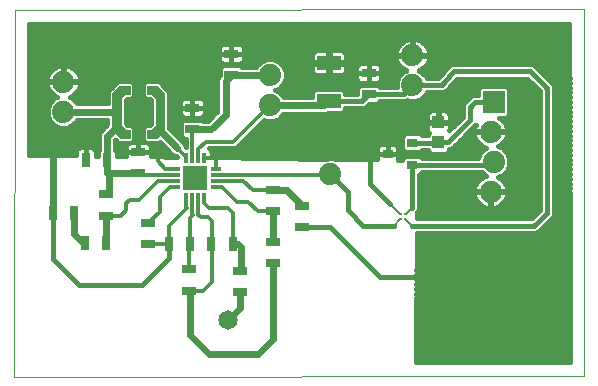
<source format=gtl>
G75*
%MOIN*%
%OFA0B0*%
%FSLAX25Y25*%
%IPPOS*%
%LPD*%
%AMOC8*
5,1,8,0,0,1.08239X$1,22.5*
%
%ADD10C,0.00000*%
%ADD11C,0.07400*%
%ADD12R,0.03150X0.04724*%
%ADD13R,0.04724X0.03150*%
%ADD14R,0.07874X0.04724*%
%ADD15R,0.03937X0.04331*%
%ADD16R,0.07400X0.07400*%
%ADD17C,0.00800*%
%ADD18R,0.02500X0.05000*%
%ADD19C,0.00001*%
%ADD20R,0.03200X0.01200*%
%ADD21R,0.01200X0.03200*%
%ADD22R,0.08000X0.08000*%
%ADD23R,0.03543X0.03150*%
%ADD24C,0.01600*%
%ADD25C,0.02400*%
%ADD26C,0.01200*%
%ADD27C,0.06496*%
%ADD28C,0.00787*%
%ADD29C,0.05906*%
%ADD30C,0.01000*%
D10*
X0004910Y0014906D02*
X0005107Y0137229D01*
X0194753Y0137426D01*
X0194950Y0015103D01*
X0004910Y0014906D01*
X0040202Y0094583D02*
X0043351Y0094583D01*
X0043351Y0097339D01*
X0041776Y0097339D01*
X0040398Y0098717D01*
X0040398Y0107772D01*
X0041776Y0109150D01*
X0043351Y0109150D01*
X0043351Y0111906D01*
X0040202Y0111906D01*
X0037643Y0109347D01*
X0037643Y0097142D01*
X0040202Y0094583D01*
X0049257Y0094583D02*
X0052406Y0094583D01*
X0054965Y0097142D01*
X0054965Y0109347D01*
X0052406Y0111906D01*
X0049257Y0111906D01*
X0049257Y0109150D01*
X0050831Y0109150D01*
X0052209Y0107772D01*
X0052209Y0098717D01*
X0050831Y0097339D01*
X0049257Y0097339D01*
X0049257Y0094583D01*
D11*
X0021304Y0103244D03*
X0021304Y0113244D03*
X0090146Y0115457D03*
X0090146Y0105457D03*
X0110304Y0082426D03*
X0137627Y0112111D03*
X0137627Y0122111D03*
X0163662Y0096599D03*
X0164662Y0086599D03*
X0163662Y0076599D03*
D12*
X0077666Y0059213D03*
X0070580Y0059213D03*
X0063454Y0059213D03*
X0056367Y0059213D03*
X0035572Y0059607D03*
X0028485Y0059607D03*
X0024965Y0069575D03*
X0017879Y0069575D03*
X0028761Y0087244D03*
X0035847Y0087244D03*
D13*
X0046304Y0089788D03*
X0046304Y0082701D03*
X0035635Y0075756D03*
X0035635Y0068670D03*
X0049485Y0066095D03*
X0049485Y0059008D03*
X0063304Y0050756D03*
X0063304Y0043670D03*
X0080304Y0043032D03*
X0080304Y0050118D03*
X0091091Y0052733D03*
X0091091Y0059819D03*
X0100879Y0064914D03*
X0100879Y0072000D03*
X0091091Y0070126D03*
X0091091Y0077213D03*
X0064304Y0097489D03*
X0064304Y0104575D03*
X0077296Y0115520D03*
X0077296Y0122607D03*
X0123099Y0116244D03*
X0123099Y0109158D03*
D14*
X0109753Y0106914D03*
X0109753Y0119512D03*
D15*
X0146288Y0099748D03*
X0146288Y0093055D03*
D16*
X0164662Y0106599D03*
D17*
X0135317Y0069052D03*
X0135317Y0067452D03*
X0133717Y0067452D03*
X0133717Y0069052D03*
D18*
X0053587Y0103244D03*
X0039020Y0103244D03*
D19*
X0037643Y0103249D02*
X0040398Y0103249D01*
X0040398Y0103248D02*
X0037643Y0103248D01*
X0037643Y0103247D02*
X0040398Y0103247D01*
X0040398Y0103246D02*
X0037643Y0103246D01*
X0037643Y0103245D02*
X0040398Y0103245D01*
X0040398Y0103244D02*
X0037643Y0103244D01*
X0037643Y0103243D02*
X0040398Y0103243D01*
X0040398Y0103242D02*
X0037643Y0103242D01*
X0037643Y0103241D02*
X0040398Y0103241D01*
X0040398Y0103240D02*
X0037643Y0103240D01*
X0040398Y0103240D01*
X0040398Y0103239D02*
X0037643Y0103239D01*
X0037643Y0103238D02*
X0040398Y0103238D01*
X0040398Y0103237D02*
X0037643Y0103237D01*
X0037643Y0103236D02*
X0040398Y0103236D01*
X0040398Y0103235D02*
X0037643Y0103235D01*
X0037643Y0103234D02*
X0040398Y0103234D01*
X0040398Y0103233D02*
X0037643Y0103233D01*
X0037643Y0103232D02*
X0040398Y0103232D01*
X0040398Y0103231D02*
X0037643Y0103231D01*
X0037643Y0103230D02*
X0040398Y0103230D01*
X0040398Y0103229D02*
X0037643Y0103229D01*
X0037643Y0103228D02*
X0040398Y0103228D01*
X0040398Y0103227D02*
X0037643Y0103227D01*
X0037643Y0103226D02*
X0040398Y0103226D01*
X0040398Y0103225D02*
X0037643Y0103225D01*
X0037643Y0103224D02*
X0040398Y0103224D01*
X0040398Y0103223D02*
X0037643Y0103223D01*
X0037643Y0103222D02*
X0040398Y0103222D01*
X0040398Y0103221D02*
X0037643Y0103221D01*
X0037643Y0103220D02*
X0040398Y0103220D01*
X0040398Y0103219D02*
X0037643Y0103219D01*
X0037643Y0103218D02*
X0040398Y0103218D01*
X0040398Y0103217D02*
X0037643Y0103217D01*
X0037643Y0103216D02*
X0040398Y0103216D01*
X0040398Y0103215D02*
X0037643Y0103215D01*
X0037643Y0103214D02*
X0040398Y0103214D01*
X0040398Y0103213D02*
X0037643Y0103213D01*
X0037643Y0103212D02*
X0040398Y0103212D01*
X0040398Y0103211D02*
X0037643Y0103211D01*
X0037643Y0103210D02*
X0040398Y0103210D01*
X0040398Y0103209D02*
X0037643Y0103209D01*
X0037643Y0103208D02*
X0040398Y0103208D01*
X0040398Y0103207D02*
X0037643Y0103207D01*
X0037643Y0103206D02*
X0040398Y0103206D01*
X0040398Y0103205D02*
X0037643Y0103205D01*
X0037643Y0103204D02*
X0040398Y0103204D01*
X0040398Y0103203D02*
X0037643Y0103203D01*
X0037643Y0103202D02*
X0040398Y0103202D01*
X0040398Y0103201D02*
X0037643Y0103201D01*
X0037643Y0103200D02*
X0040398Y0103200D01*
X0040398Y0103199D02*
X0037643Y0103199D01*
X0037643Y0103198D02*
X0040398Y0103198D01*
X0040398Y0103197D02*
X0037643Y0103197D01*
X0037643Y0103196D02*
X0040398Y0103196D01*
X0040398Y0103195D02*
X0037643Y0103195D01*
X0037643Y0103194D02*
X0040398Y0103194D01*
X0040398Y0103193D02*
X0037643Y0103193D01*
X0037643Y0103192D02*
X0040398Y0103192D01*
X0040398Y0103191D02*
X0037643Y0103191D01*
X0037643Y0103190D02*
X0040398Y0103190D01*
X0040398Y0103189D02*
X0037643Y0103189D01*
X0037643Y0103188D02*
X0040398Y0103188D01*
X0040398Y0103187D02*
X0037643Y0103187D01*
X0037643Y0103186D02*
X0040398Y0103186D01*
X0040398Y0103185D02*
X0037643Y0103185D01*
X0037643Y0103184D02*
X0040398Y0103184D01*
X0040398Y0103183D02*
X0037643Y0103183D01*
X0037643Y0103182D02*
X0040398Y0103182D01*
X0040398Y0103181D02*
X0037643Y0103181D01*
X0037643Y0103180D02*
X0040398Y0103180D01*
X0040398Y0103179D02*
X0037643Y0103179D01*
X0037643Y0103178D02*
X0040398Y0103178D01*
X0040398Y0103177D02*
X0037643Y0103177D01*
X0040398Y0103177D01*
X0040398Y0103176D02*
X0037643Y0103176D01*
X0037643Y0103175D02*
X0040398Y0103175D01*
X0040398Y0103174D02*
X0037643Y0103174D01*
X0037643Y0103173D02*
X0040398Y0103173D01*
X0040398Y0103172D02*
X0037643Y0103172D01*
X0037643Y0103171D02*
X0040398Y0103171D01*
X0040398Y0103170D02*
X0037643Y0103170D01*
X0037643Y0103169D02*
X0040398Y0103169D01*
X0040398Y0103168D02*
X0037643Y0103168D01*
X0037643Y0103167D02*
X0040398Y0103167D01*
X0040398Y0103166D02*
X0037643Y0103166D01*
X0037643Y0103165D02*
X0040398Y0103165D01*
X0040398Y0103164D02*
X0037643Y0103164D01*
X0037643Y0103163D02*
X0040398Y0103163D01*
X0040398Y0103162D02*
X0037643Y0103162D01*
X0037643Y0103161D02*
X0040398Y0103161D01*
X0040398Y0103160D02*
X0037643Y0103160D01*
X0037643Y0103159D02*
X0040398Y0103159D01*
X0040398Y0103158D02*
X0037643Y0103158D01*
X0037643Y0103157D02*
X0040398Y0103157D01*
X0040398Y0103156D02*
X0037643Y0103156D01*
X0037643Y0103155D02*
X0040398Y0103155D01*
X0040398Y0103154D02*
X0037643Y0103154D01*
X0037643Y0103153D02*
X0040398Y0103153D01*
X0040398Y0103152D02*
X0037643Y0103152D01*
X0037643Y0103151D02*
X0040398Y0103151D01*
X0040398Y0103150D02*
X0037643Y0103150D01*
X0037643Y0103149D02*
X0040398Y0103149D01*
X0040398Y0103148D02*
X0037643Y0103148D01*
X0037643Y0103147D02*
X0040398Y0103147D01*
X0040398Y0103146D02*
X0037643Y0103146D01*
X0037643Y0103145D02*
X0040398Y0103145D01*
X0040398Y0103144D02*
X0037643Y0103144D01*
X0037643Y0103143D02*
X0040398Y0103143D01*
X0040398Y0103142D02*
X0037643Y0103142D01*
X0037643Y0103141D02*
X0040398Y0103141D01*
X0040398Y0103140D02*
X0037643Y0103140D01*
X0037643Y0103139D02*
X0040398Y0103139D01*
X0040398Y0103138D02*
X0037643Y0103138D01*
X0037643Y0103137D02*
X0040398Y0103137D01*
X0040398Y0103136D02*
X0037643Y0103136D01*
X0037643Y0103135D02*
X0040398Y0103135D01*
X0040398Y0103134D02*
X0037643Y0103134D01*
X0037643Y0103133D02*
X0040398Y0103133D01*
X0040398Y0103132D02*
X0037643Y0103132D01*
X0037643Y0103131D02*
X0040398Y0103131D01*
X0040398Y0103130D02*
X0037643Y0103130D01*
X0037643Y0103129D02*
X0040398Y0103129D01*
X0040398Y0103128D02*
X0037643Y0103128D01*
X0037643Y0103127D02*
X0040398Y0103127D01*
X0040398Y0103126D02*
X0037643Y0103126D01*
X0037643Y0103125D02*
X0040398Y0103125D01*
X0040398Y0103124D02*
X0037643Y0103124D01*
X0037643Y0103123D02*
X0040398Y0103123D01*
X0040398Y0103122D02*
X0037643Y0103122D01*
X0037643Y0103121D02*
X0040398Y0103121D01*
X0040398Y0103120D02*
X0037643Y0103120D01*
X0037643Y0103119D02*
X0040398Y0103119D01*
X0040398Y0103118D02*
X0037643Y0103118D01*
X0037643Y0103117D02*
X0040398Y0103117D01*
X0040398Y0103116D02*
X0037643Y0103116D01*
X0037643Y0103115D02*
X0040398Y0103115D01*
X0037643Y0103115D01*
X0037643Y0103114D02*
X0040398Y0103114D01*
X0040398Y0103113D02*
X0037643Y0103113D01*
X0037643Y0103112D02*
X0040398Y0103112D01*
X0040398Y0103111D02*
X0037643Y0103111D01*
X0037643Y0103110D02*
X0040398Y0103110D01*
X0040398Y0103109D02*
X0037643Y0103109D01*
X0037643Y0103108D02*
X0040398Y0103108D01*
X0040398Y0103107D02*
X0037643Y0103107D01*
X0037643Y0103106D02*
X0040398Y0103106D01*
X0040398Y0103105D02*
X0037643Y0103105D01*
X0037643Y0103104D02*
X0040398Y0103104D01*
X0040398Y0103103D02*
X0037643Y0103103D01*
X0037643Y0103102D02*
X0040398Y0103102D01*
X0040398Y0103101D02*
X0037643Y0103101D01*
X0037643Y0103100D02*
X0040398Y0103100D01*
X0040398Y0103099D02*
X0037643Y0103099D01*
X0037643Y0103098D02*
X0040398Y0103098D01*
X0040398Y0103097D02*
X0037643Y0103097D01*
X0037643Y0103096D02*
X0040398Y0103096D01*
X0040398Y0103095D02*
X0037643Y0103095D01*
X0037643Y0103094D02*
X0040398Y0103094D01*
X0040398Y0103093D02*
X0037643Y0103093D01*
X0037643Y0103092D02*
X0040398Y0103092D01*
X0040398Y0103091D02*
X0037643Y0103091D01*
X0037643Y0103090D02*
X0040398Y0103090D01*
X0040398Y0103089D02*
X0037643Y0103089D01*
X0037643Y0103088D02*
X0040398Y0103088D01*
X0040398Y0103087D02*
X0037643Y0103087D01*
X0037643Y0103086D02*
X0040398Y0103086D01*
X0040398Y0103085D02*
X0037643Y0103085D01*
X0037643Y0103084D02*
X0040398Y0103084D01*
X0040398Y0103083D02*
X0037643Y0103083D01*
X0037643Y0103082D02*
X0040398Y0103082D01*
X0040398Y0103081D02*
X0037643Y0103081D01*
X0037643Y0103080D02*
X0040398Y0103080D01*
X0040398Y0103079D02*
X0037643Y0103079D01*
X0037643Y0103078D02*
X0040398Y0103078D01*
X0040398Y0103077D02*
X0037643Y0103077D01*
X0037643Y0103076D02*
X0040398Y0103076D01*
X0040398Y0103075D02*
X0037643Y0103075D01*
X0037643Y0103074D02*
X0040398Y0103074D01*
X0040398Y0103073D02*
X0037643Y0103073D01*
X0037643Y0103072D02*
X0040398Y0103072D01*
X0040398Y0103071D02*
X0037643Y0103071D01*
X0037643Y0103070D02*
X0040398Y0103070D01*
X0040398Y0103069D02*
X0037643Y0103069D01*
X0037643Y0103068D02*
X0040398Y0103068D01*
X0040398Y0103067D02*
X0037643Y0103067D01*
X0037643Y0103066D02*
X0040398Y0103066D01*
X0040398Y0103065D02*
X0037643Y0103065D01*
X0037643Y0103064D02*
X0040398Y0103064D01*
X0040398Y0103063D02*
X0037643Y0103063D01*
X0037643Y0103062D02*
X0040398Y0103062D01*
X0040398Y0103061D02*
X0037643Y0103061D01*
X0037643Y0103060D02*
X0040398Y0103060D01*
X0040398Y0103059D02*
X0037643Y0103059D01*
X0037643Y0103058D02*
X0040398Y0103058D01*
X0040398Y0103057D02*
X0037643Y0103057D01*
X0037643Y0103056D02*
X0040398Y0103056D01*
X0040398Y0103055D02*
X0037643Y0103055D01*
X0037643Y0103054D02*
X0040398Y0103054D01*
X0040398Y0103053D02*
X0037643Y0103053D01*
X0037643Y0103052D02*
X0040398Y0103052D01*
X0037643Y0103052D01*
X0037643Y0103051D02*
X0040398Y0103051D01*
X0040398Y0103050D02*
X0037643Y0103050D01*
X0037643Y0103049D02*
X0040398Y0103049D01*
X0040398Y0103048D02*
X0037643Y0103048D01*
X0037643Y0103047D02*
X0040398Y0103047D01*
X0040398Y0103046D02*
X0037643Y0103046D01*
X0037643Y0103045D02*
X0040398Y0103045D01*
X0040398Y0103044D02*
X0037643Y0103044D01*
X0037643Y0103043D02*
X0040398Y0103043D01*
X0040398Y0103042D02*
X0037643Y0103042D01*
X0037643Y0103041D02*
X0040398Y0103041D01*
X0040398Y0103040D02*
X0037643Y0103040D01*
X0037643Y0103039D02*
X0040398Y0103039D01*
X0040398Y0103038D02*
X0037643Y0103038D01*
X0037643Y0103037D02*
X0040398Y0103037D01*
X0040398Y0103036D02*
X0037643Y0103036D01*
X0037643Y0103035D02*
X0040398Y0103035D01*
X0040398Y0103034D02*
X0037643Y0103034D01*
X0037643Y0103033D02*
X0040398Y0103033D01*
X0040398Y0103032D02*
X0037643Y0103032D01*
X0037643Y0103031D02*
X0040398Y0103031D01*
X0040398Y0103030D02*
X0037643Y0103030D01*
X0037643Y0103029D02*
X0040398Y0103029D01*
X0040398Y0103028D02*
X0037643Y0103028D01*
X0037643Y0103027D02*
X0040398Y0103027D01*
X0040398Y0103026D02*
X0037643Y0103026D01*
X0037643Y0103025D02*
X0040398Y0103025D01*
X0040398Y0103024D02*
X0037643Y0103024D01*
X0037643Y0103023D02*
X0040398Y0103023D01*
X0040398Y0103022D02*
X0037643Y0103022D01*
X0037643Y0103021D02*
X0040398Y0103021D01*
X0040398Y0103020D02*
X0037643Y0103020D01*
X0037643Y0103019D02*
X0040398Y0103019D01*
X0040398Y0103018D02*
X0037643Y0103018D01*
X0037643Y0103017D02*
X0040398Y0103017D01*
X0040398Y0103016D02*
X0037643Y0103016D01*
X0037643Y0103015D02*
X0040398Y0103015D01*
X0040398Y0103014D02*
X0037643Y0103014D01*
X0037643Y0103013D02*
X0040398Y0103013D01*
X0040398Y0103012D02*
X0037643Y0103012D01*
X0037643Y0103011D02*
X0040398Y0103011D01*
X0040398Y0103010D02*
X0037643Y0103010D01*
X0037643Y0103009D02*
X0040398Y0103009D01*
X0040398Y0103008D02*
X0037643Y0103008D01*
X0037643Y0103007D02*
X0040398Y0103007D01*
X0040398Y0103006D02*
X0037643Y0103006D01*
X0037643Y0103005D02*
X0040398Y0103005D01*
X0040398Y0103004D02*
X0037643Y0103004D01*
X0037643Y0103003D02*
X0040398Y0103003D01*
X0040398Y0103002D02*
X0037643Y0103002D01*
X0037643Y0103001D02*
X0040398Y0103001D01*
X0040398Y0103000D02*
X0037643Y0103000D01*
X0037643Y0102999D02*
X0040398Y0102999D01*
X0040398Y0102998D02*
X0037643Y0102998D01*
X0037643Y0102997D02*
X0040398Y0102997D01*
X0040398Y0102996D02*
X0037643Y0102996D01*
X0037643Y0102995D02*
X0040398Y0102995D01*
X0040398Y0102994D02*
X0037643Y0102994D01*
X0037643Y0102993D02*
X0040398Y0102993D01*
X0040398Y0102992D02*
X0037643Y0102992D01*
X0037643Y0102991D02*
X0040398Y0102991D01*
X0040398Y0102990D02*
X0037643Y0102990D01*
X0040398Y0102990D01*
X0040398Y0102989D02*
X0037643Y0102989D01*
X0037643Y0102988D02*
X0040398Y0102988D01*
X0040398Y0102987D02*
X0037643Y0102987D01*
X0037643Y0102986D02*
X0040398Y0102986D01*
X0040398Y0102985D02*
X0037643Y0102985D01*
X0037643Y0102984D02*
X0040398Y0102984D01*
X0040398Y0102983D02*
X0037643Y0102983D01*
X0037643Y0102982D02*
X0040398Y0102982D01*
X0040398Y0102981D02*
X0037643Y0102981D01*
X0037643Y0102980D02*
X0040398Y0102980D01*
X0040398Y0102979D02*
X0037643Y0102979D01*
X0037643Y0102978D02*
X0040398Y0102978D01*
X0040398Y0102977D02*
X0037643Y0102977D01*
X0037643Y0102976D02*
X0040398Y0102976D01*
X0040398Y0102975D02*
X0037643Y0102975D01*
X0037643Y0102974D02*
X0040398Y0102974D01*
X0040398Y0102973D02*
X0037643Y0102973D01*
X0037643Y0102972D02*
X0040398Y0102972D01*
X0040398Y0102971D02*
X0037643Y0102971D01*
X0037643Y0102970D02*
X0040398Y0102970D01*
X0040398Y0102969D02*
X0037643Y0102969D01*
X0037643Y0102968D02*
X0040398Y0102968D01*
X0040398Y0102967D02*
X0037643Y0102967D01*
X0037643Y0102966D02*
X0040398Y0102966D01*
X0040398Y0102965D02*
X0037643Y0102965D01*
X0037643Y0102964D02*
X0040398Y0102964D01*
X0040398Y0102963D02*
X0037643Y0102963D01*
X0037643Y0102962D02*
X0040398Y0102962D01*
X0040398Y0102961D02*
X0037643Y0102961D01*
X0037643Y0102960D02*
X0040398Y0102960D01*
X0040398Y0102959D02*
X0037643Y0102959D01*
X0037643Y0102958D02*
X0040398Y0102958D01*
X0040398Y0102957D02*
X0037643Y0102957D01*
X0037643Y0102956D02*
X0040398Y0102956D01*
X0040398Y0102955D02*
X0037643Y0102955D01*
X0037643Y0102954D02*
X0040398Y0102954D01*
X0040398Y0102953D02*
X0037643Y0102953D01*
X0037643Y0102952D02*
X0040398Y0102952D01*
X0040398Y0102951D02*
X0037643Y0102951D01*
X0037643Y0102950D02*
X0040398Y0102950D01*
X0040398Y0102949D02*
X0037643Y0102949D01*
X0037643Y0102948D02*
X0040398Y0102948D01*
X0040398Y0102947D02*
X0037643Y0102947D01*
X0037643Y0102946D02*
X0040398Y0102946D01*
X0040398Y0102945D02*
X0037643Y0102945D01*
X0037643Y0102944D02*
X0040398Y0102944D01*
X0040398Y0102943D02*
X0037643Y0102943D01*
X0037643Y0102942D02*
X0040398Y0102942D01*
X0040398Y0102941D02*
X0037643Y0102941D01*
X0037643Y0102940D02*
X0040398Y0102940D01*
X0040398Y0102939D02*
X0037643Y0102939D01*
X0037643Y0102938D02*
X0040398Y0102938D01*
X0040398Y0102937D02*
X0037643Y0102937D01*
X0037643Y0102936D02*
X0040398Y0102936D01*
X0040398Y0102935D02*
X0037643Y0102935D01*
X0037643Y0102934D02*
X0040398Y0102934D01*
X0040398Y0102933D02*
X0037643Y0102933D01*
X0037643Y0102932D02*
X0040398Y0102932D01*
X0040398Y0102931D02*
X0037643Y0102931D01*
X0037643Y0102930D02*
X0040398Y0102930D01*
X0040398Y0102929D02*
X0037643Y0102929D01*
X0037643Y0102928D02*
X0040398Y0102928D01*
X0040398Y0102927D02*
X0037643Y0102927D01*
X0040398Y0102927D01*
X0040398Y0102926D02*
X0037643Y0102926D01*
X0037643Y0102925D02*
X0040398Y0102925D01*
X0040398Y0102924D02*
X0037643Y0102924D01*
X0037643Y0102923D02*
X0040398Y0102923D01*
X0040398Y0102922D02*
X0037643Y0102922D01*
X0037643Y0102921D02*
X0040398Y0102921D01*
X0040398Y0102920D02*
X0037643Y0102920D01*
X0037643Y0102919D02*
X0040398Y0102919D01*
X0040398Y0102918D02*
X0037643Y0102918D01*
X0037643Y0102917D02*
X0040398Y0102917D01*
X0040398Y0102916D02*
X0037643Y0102916D01*
X0037643Y0102915D02*
X0040398Y0102915D01*
X0040398Y0102914D02*
X0037643Y0102914D01*
X0037643Y0102913D02*
X0040398Y0102913D01*
X0040398Y0102912D02*
X0037643Y0102912D01*
X0037643Y0102911D02*
X0040398Y0102911D01*
X0040398Y0102910D02*
X0037643Y0102910D01*
X0037643Y0102909D02*
X0040398Y0102909D01*
X0040398Y0102908D02*
X0037643Y0102908D01*
X0037643Y0102907D02*
X0040398Y0102907D01*
X0040398Y0102906D02*
X0037643Y0102906D01*
X0037643Y0102905D02*
X0040398Y0102905D01*
X0040398Y0102904D02*
X0037643Y0102904D01*
X0037643Y0102903D02*
X0040398Y0102903D01*
X0040398Y0102902D02*
X0037643Y0102902D01*
X0037643Y0102901D02*
X0040398Y0102901D01*
X0040398Y0102900D02*
X0037643Y0102900D01*
X0037643Y0102899D02*
X0040398Y0102899D01*
X0040398Y0102898D02*
X0037643Y0102898D01*
X0037643Y0102897D02*
X0040398Y0102897D01*
X0040398Y0102896D02*
X0037643Y0102896D01*
X0037643Y0102895D02*
X0040398Y0102895D01*
X0040398Y0102894D02*
X0037643Y0102894D01*
X0037643Y0102893D02*
X0040398Y0102893D01*
X0040398Y0102892D02*
X0037643Y0102892D01*
X0037643Y0102891D02*
X0040398Y0102891D01*
X0040398Y0102890D02*
X0037643Y0102890D01*
X0037643Y0102889D02*
X0040398Y0102889D01*
X0040398Y0102888D02*
X0037643Y0102888D01*
X0037643Y0102887D02*
X0040398Y0102887D01*
X0040398Y0102886D02*
X0037643Y0102886D01*
X0037643Y0102885D02*
X0040398Y0102885D01*
X0040398Y0102884D02*
X0037643Y0102884D01*
X0037643Y0102883D02*
X0040398Y0102883D01*
X0040398Y0102882D02*
X0037643Y0102882D01*
X0037643Y0102881D02*
X0040398Y0102881D01*
X0040398Y0102880D02*
X0037643Y0102880D01*
X0037643Y0102879D02*
X0040398Y0102879D01*
X0040398Y0102878D02*
X0037643Y0102878D01*
X0037643Y0102877D02*
X0040398Y0102877D01*
X0040398Y0102876D02*
X0037643Y0102876D01*
X0037643Y0102875D02*
X0040398Y0102875D01*
X0040398Y0102874D02*
X0037643Y0102874D01*
X0037643Y0102873D02*
X0040398Y0102873D01*
X0040398Y0102872D02*
X0037643Y0102872D01*
X0037643Y0102871D02*
X0040398Y0102871D01*
X0040398Y0102870D02*
X0037643Y0102870D01*
X0037643Y0102869D02*
X0040398Y0102869D01*
X0040398Y0102868D02*
X0037643Y0102868D01*
X0037643Y0102867D02*
X0040398Y0102867D01*
X0040398Y0102866D02*
X0037643Y0102866D01*
X0037643Y0102865D02*
X0040398Y0102865D01*
X0037643Y0102865D01*
X0037643Y0102864D02*
X0040398Y0102864D01*
X0040398Y0102863D02*
X0037643Y0102863D01*
X0037643Y0102862D02*
X0040398Y0102862D01*
X0040398Y0102861D02*
X0037643Y0102861D01*
X0037643Y0102860D02*
X0040398Y0102860D01*
X0040398Y0102859D02*
X0037643Y0102859D01*
X0037643Y0102858D02*
X0040398Y0102858D01*
X0040398Y0102857D02*
X0037643Y0102857D01*
X0037643Y0102856D02*
X0040398Y0102856D01*
X0040398Y0102855D02*
X0037643Y0102855D01*
X0037643Y0102854D02*
X0040398Y0102854D01*
X0040398Y0102853D02*
X0037643Y0102853D01*
X0037643Y0102852D02*
X0040398Y0102852D01*
X0040398Y0102851D02*
X0037643Y0102851D01*
X0037643Y0102850D02*
X0040398Y0102850D01*
X0040398Y0102849D02*
X0037643Y0102849D01*
X0037643Y0102848D02*
X0040398Y0102848D01*
X0040398Y0102847D02*
X0037643Y0102847D01*
X0037643Y0102846D02*
X0040398Y0102846D01*
X0040398Y0102845D02*
X0037643Y0102845D01*
X0037643Y0102844D02*
X0040398Y0102844D01*
X0040398Y0102843D02*
X0037643Y0102843D01*
X0037643Y0102842D02*
X0040398Y0102842D01*
X0040398Y0102841D02*
X0037643Y0102841D01*
X0037643Y0102840D02*
X0040398Y0102840D01*
X0040398Y0102839D02*
X0037643Y0102839D01*
X0037643Y0102838D02*
X0040398Y0102838D01*
X0040398Y0102837D02*
X0037643Y0102837D01*
X0037643Y0102836D02*
X0040398Y0102836D01*
X0040398Y0102835D02*
X0037643Y0102835D01*
X0037643Y0102834D02*
X0040398Y0102834D01*
X0040398Y0102833D02*
X0037643Y0102833D01*
X0037643Y0102832D02*
X0040398Y0102832D01*
X0040398Y0102831D02*
X0037643Y0102831D01*
X0037643Y0102830D02*
X0040398Y0102830D01*
X0040398Y0102829D02*
X0037643Y0102829D01*
X0037643Y0102828D02*
X0040398Y0102828D01*
X0040398Y0102827D02*
X0037643Y0102827D01*
X0037643Y0102826D02*
X0040398Y0102826D01*
X0040398Y0102825D02*
X0037643Y0102825D01*
X0037643Y0102824D02*
X0040398Y0102824D01*
X0040398Y0102823D02*
X0037643Y0102823D01*
X0037643Y0102822D02*
X0040398Y0102822D01*
X0040398Y0102821D02*
X0037643Y0102821D01*
X0037643Y0102820D02*
X0040398Y0102820D01*
X0040398Y0102819D02*
X0037643Y0102819D01*
X0037643Y0102818D02*
X0040398Y0102818D01*
X0040398Y0102817D02*
X0037643Y0102817D01*
X0037643Y0102816D02*
X0040398Y0102816D01*
X0040398Y0102815D02*
X0037643Y0102815D01*
X0037643Y0102814D02*
X0040398Y0102814D01*
X0040398Y0102813D02*
X0037643Y0102813D01*
X0037643Y0102812D02*
X0040398Y0102812D01*
X0040398Y0102811D02*
X0037643Y0102811D01*
X0037643Y0102810D02*
X0040398Y0102810D01*
X0040398Y0102809D02*
X0037643Y0102809D01*
X0037643Y0102808D02*
X0040398Y0102808D01*
X0040398Y0102807D02*
X0037643Y0102807D01*
X0037643Y0102806D02*
X0040398Y0102806D01*
X0040398Y0102805D02*
X0037643Y0102805D01*
X0037643Y0102804D02*
X0040398Y0102804D01*
X0040398Y0102803D02*
X0037643Y0102803D01*
X0037643Y0102802D02*
X0040398Y0102802D01*
X0037643Y0102802D01*
X0037643Y0102801D02*
X0040398Y0102801D01*
X0040398Y0102800D02*
X0037643Y0102800D01*
X0037643Y0102799D02*
X0040398Y0102799D01*
X0040398Y0102798D02*
X0037643Y0102798D01*
X0037643Y0102797D02*
X0040398Y0102797D01*
X0040398Y0102796D02*
X0037643Y0102796D01*
X0037643Y0102795D02*
X0040398Y0102795D01*
X0040398Y0102794D02*
X0037643Y0102794D01*
X0037643Y0102793D02*
X0040398Y0102793D01*
X0040398Y0102792D02*
X0037643Y0102792D01*
X0037643Y0102791D02*
X0040398Y0102791D01*
X0040398Y0102790D02*
X0037643Y0102790D01*
X0037643Y0102789D02*
X0040398Y0102789D01*
X0040398Y0102788D02*
X0037643Y0102788D01*
X0037643Y0102787D02*
X0040398Y0102787D01*
X0040398Y0102786D02*
X0037643Y0102786D01*
X0037643Y0102785D02*
X0040398Y0102785D01*
X0040398Y0102784D02*
X0037643Y0102784D01*
X0037643Y0102783D02*
X0040398Y0102783D01*
X0040398Y0102782D02*
X0037643Y0102782D01*
X0037643Y0102781D02*
X0040398Y0102781D01*
X0040398Y0102780D02*
X0037643Y0102780D01*
X0037643Y0102779D02*
X0040398Y0102779D01*
X0040398Y0102778D02*
X0037643Y0102778D01*
X0037643Y0102777D02*
X0040398Y0102777D01*
X0040398Y0102776D02*
X0037643Y0102776D01*
X0037643Y0102775D02*
X0040398Y0102775D01*
X0040398Y0102774D02*
X0037643Y0102774D01*
X0037643Y0102773D02*
X0040398Y0102773D01*
X0040398Y0102772D02*
X0037643Y0102772D01*
X0037643Y0102771D02*
X0040398Y0102771D01*
X0040398Y0102770D02*
X0037643Y0102770D01*
X0037643Y0102769D02*
X0040398Y0102769D01*
X0040398Y0102768D02*
X0037643Y0102768D01*
X0037643Y0102767D02*
X0040398Y0102767D01*
X0040398Y0102766D02*
X0037643Y0102766D01*
X0037643Y0102765D02*
X0040398Y0102765D01*
X0040398Y0102764D02*
X0037643Y0102764D01*
X0037643Y0102763D02*
X0040398Y0102763D01*
X0040398Y0102762D02*
X0037643Y0102762D01*
X0037643Y0102761D02*
X0040398Y0102761D01*
X0040398Y0102760D02*
X0037643Y0102760D01*
X0037643Y0102759D02*
X0040398Y0102759D01*
X0040398Y0102758D02*
X0037643Y0102758D01*
X0037643Y0102757D02*
X0040398Y0102757D01*
X0040398Y0102756D02*
X0037643Y0102756D01*
X0037643Y0102755D02*
X0040398Y0102755D01*
X0040398Y0102754D02*
X0037643Y0102754D01*
X0037643Y0102753D02*
X0040398Y0102753D01*
X0040398Y0102752D02*
X0037643Y0102752D01*
X0037643Y0102751D02*
X0040398Y0102751D01*
X0040398Y0102750D02*
X0037643Y0102750D01*
X0037643Y0102749D02*
X0040398Y0102749D01*
X0040398Y0102748D02*
X0037643Y0102748D01*
X0037643Y0102747D02*
X0040398Y0102747D01*
X0040398Y0102746D02*
X0037643Y0102746D01*
X0037643Y0102745D02*
X0040398Y0102745D01*
X0040398Y0102744D02*
X0037643Y0102744D01*
X0037643Y0102743D02*
X0040398Y0102743D01*
X0040398Y0102742D02*
X0037643Y0102742D01*
X0037643Y0102741D02*
X0040398Y0102741D01*
X0040398Y0102740D02*
X0037643Y0102740D01*
X0040398Y0102740D01*
X0040398Y0102739D02*
X0037643Y0102739D01*
X0037643Y0102738D02*
X0040398Y0102738D01*
X0040398Y0102737D02*
X0037643Y0102737D01*
X0037643Y0102736D02*
X0040398Y0102736D01*
X0040398Y0102735D02*
X0037643Y0102735D01*
X0037643Y0102734D02*
X0040398Y0102734D01*
X0040398Y0102733D02*
X0037643Y0102733D01*
X0037643Y0102732D02*
X0040398Y0102732D01*
X0040398Y0102731D02*
X0037643Y0102731D01*
X0037643Y0102730D02*
X0040398Y0102730D01*
X0040398Y0102729D02*
X0037643Y0102729D01*
X0037643Y0102728D02*
X0040398Y0102728D01*
X0040398Y0102727D02*
X0037643Y0102727D01*
X0037643Y0102726D02*
X0040398Y0102726D01*
X0040398Y0102725D02*
X0037643Y0102725D01*
X0037643Y0102724D02*
X0040398Y0102724D01*
X0040398Y0102723D02*
X0037643Y0102723D01*
X0037643Y0102722D02*
X0040398Y0102722D01*
X0040398Y0102721D02*
X0037643Y0102721D01*
X0037643Y0102720D02*
X0040398Y0102720D01*
X0040398Y0102719D02*
X0037643Y0102719D01*
X0037643Y0102718D02*
X0040398Y0102718D01*
X0040398Y0102717D02*
X0037643Y0102717D01*
X0037643Y0102716D02*
X0040398Y0102716D01*
X0040398Y0102715D02*
X0037643Y0102715D01*
X0037643Y0102714D02*
X0040398Y0102714D01*
X0040398Y0102713D02*
X0037643Y0102713D01*
X0037643Y0102712D02*
X0040398Y0102712D01*
X0040398Y0102711D02*
X0037643Y0102711D01*
X0037643Y0102710D02*
X0040398Y0102710D01*
X0040398Y0102709D02*
X0037643Y0102709D01*
X0037643Y0102708D02*
X0040398Y0102708D01*
X0040398Y0102707D02*
X0037643Y0102707D01*
X0037643Y0102706D02*
X0040398Y0102706D01*
X0040398Y0102705D02*
X0037643Y0102705D01*
X0037643Y0102704D02*
X0040398Y0102704D01*
X0040398Y0102703D02*
X0037643Y0102703D01*
X0037643Y0102702D02*
X0040398Y0102702D01*
X0040398Y0102701D02*
X0037643Y0102701D01*
X0037643Y0102700D02*
X0040398Y0102700D01*
X0040398Y0102699D02*
X0037643Y0102699D01*
X0037643Y0102698D02*
X0040398Y0102698D01*
X0040398Y0102697D02*
X0037643Y0102697D01*
X0037643Y0102696D02*
X0040398Y0102696D01*
X0040398Y0102695D02*
X0037643Y0102695D01*
X0037643Y0102694D02*
X0040398Y0102694D01*
X0040398Y0102693D02*
X0037643Y0102693D01*
X0037643Y0102692D02*
X0040398Y0102692D01*
X0040398Y0102691D02*
X0037643Y0102691D01*
X0037643Y0102690D02*
X0040398Y0102690D01*
X0040398Y0102689D02*
X0037643Y0102689D01*
X0037643Y0102688D02*
X0040398Y0102688D01*
X0040398Y0102687D02*
X0037643Y0102687D01*
X0037643Y0102686D02*
X0040398Y0102686D01*
X0040398Y0102685D02*
X0037643Y0102685D01*
X0037643Y0102684D02*
X0040398Y0102684D01*
X0040398Y0102683D02*
X0037643Y0102683D01*
X0037643Y0102682D02*
X0040398Y0102682D01*
X0040398Y0102681D02*
X0037643Y0102681D01*
X0037643Y0102680D02*
X0040398Y0102680D01*
X0040398Y0102679D02*
X0037643Y0102679D01*
X0037643Y0102678D02*
X0040398Y0102678D01*
X0040398Y0102677D02*
X0037643Y0102677D01*
X0040398Y0102677D01*
X0040398Y0102676D02*
X0037643Y0102676D01*
X0037643Y0102675D02*
X0040398Y0102675D01*
X0040398Y0102674D02*
X0037643Y0102674D01*
X0037643Y0102673D02*
X0040398Y0102673D01*
X0040398Y0102672D02*
X0037643Y0102672D01*
X0037643Y0102671D02*
X0040398Y0102671D01*
X0040398Y0102670D02*
X0037643Y0102670D01*
X0037643Y0102669D02*
X0040398Y0102669D01*
X0040398Y0102668D02*
X0037643Y0102668D01*
X0037643Y0102667D02*
X0040398Y0102667D01*
X0040398Y0102666D02*
X0037643Y0102666D01*
X0037643Y0102665D02*
X0040398Y0102665D01*
X0040398Y0102664D02*
X0037643Y0102664D01*
X0037643Y0102663D02*
X0040398Y0102663D01*
X0040398Y0102662D02*
X0037643Y0102662D01*
X0037643Y0102661D02*
X0040398Y0102661D01*
X0040398Y0102660D02*
X0037643Y0102660D01*
X0037643Y0102659D02*
X0040398Y0102659D01*
X0040398Y0102658D02*
X0037643Y0102658D01*
X0037643Y0102657D02*
X0040398Y0102657D01*
X0040398Y0102656D02*
X0037643Y0102656D01*
X0037643Y0102655D02*
X0040398Y0102655D01*
X0040398Y0102654D02*
X0037643Y0102654D01*
X0037643Y0102653D02*
X0040398Y0102653D01*
X0040398Y0102652D02*
X0037643Y0102652D01*
X0037643Y0102651D02*
X0040398Y0102651D01*
X0040398Y0102650D02*
X0037643Y0102650D01*
X0037643Y0102649D02*
X0040398Y0102649D01*
X0040398Y0102648D02*
X0037643Y0102648D01*
X0037643Y0102647D02*
X0040398Y0102647D01*
X0040398Y0102646D02*
X0037643Y0102646D01*
X0037643Y0102645D02*
X0040398Y0102645D01*
X0040398Y0102644D02*
X0037643Y0102644D01*
X0037643Y0102643D02*
X0040398Y0102643D01*
X0040398Y0102642D02*
X0037643Y0102642D01*
X0037643Y0102641D02*
X0040398Y0102641D01*
X0040398Y0102640D02*
X0037643Y0102640D01*
X0037643Y0102639D02*
X0040398Y0102639D01*
X0040398Y0102638D02*
X0037643Y0102638D01*
X0037643Y0102637D02*
X0040398Y0102637D01*
X0040398Y0102636D02*
X0037643Y0102636D01*
X0037643Y0102635D02*
X0040398Y0102635D01*
X0040398Y0102634D02*
X0037643Y0102634D01*
X0037643Y0102633D02*
X0040398Y0102633D01*
X0040398Y0102632D02*
X0037643Y0102632D01*
X0037643Y0102631D02*
X0040398Y0102631D01*
X0040398Y0102630D02*
X0037643Y0102630D01*
X0037643Y0102629D02*
X0040398Y0102629D01*
X0040398Y0102628D02*
X0037643Y0102628D01*
X0037643Y0102627D02*
X0040398Y0102627D01*
X0040398Y0102626D02*
X0037643Y0102626D01*
X0037643Y0102625D02*
X0040398Y0102625D01*
X0040398Y0102624D02*
X0037643Y0102624D01*
X0037643Y0102623D02*
X0040398Y0102623D01*
X0040398Y0102622D02*
X0037643Y0102622D01*
X0037643Y0102621D02*
X0040398Y0102621D01*
X0040398Y0102620D02*
X0037643Y0102620D01*
X0037643Y0102619D02*
X0040398Y0102619D01*
X0040398Y0102618D02*
X0037643Y0102618D01*
X0037643Y0102617D02*
X0040398Y0102617D01*
X0040398Y0102616D02*
X0037643Y0102616D01*
X0037643Y0102615D02*
X0040398Y0102615D01*
X0037643Y0102615D01*
X0037643Y0102614D02*
X0040398Y0102614D01*
X0040398Y0102613D02*
X0037643Y0102613D01*
X0037643Y0102612D02*
X0040398Y0102612D01*
X0040398Y0102611D02*
X0037643Y0102611D01*
X0037643Y0102610D02*
X0040398Y0102610D01*
X0040398Y0102609D02*
X0037643Y0102609D01*
X0037643Y0102608D02*
X0040398Y0102608D01*
X0040398Y0102607D02*
X0037643Y0102607D01*
X0037643Y0102606D02*
X0040398Y0102606D01*
X0040398Y0102605D02*
X0037643Y0102605D01*
X0037643Y0102604D02*
X0040398Y0102604D01*
X0040398Y0102603D02*
X0037643Y0102603D01*
X0037643Y0102602D02*
X0040398Y0102602D01*
X0040398Y0102601D02*
X0037643Y0102601D01*
X0037643Y0102600D02*
X0040398Y0102600D01*
X0040398Y0102599D02*
X0037643Y0102599D01*
X0037643Y0102598D02*
X0040398Y0102598D01*
X0040398Y0102597D02*
X0037643Y0102597D01*
X0037643Y0102596D02*
X0040398Y0102596D01*
X0040398Y0102595D02*
X0037643Y0102595D01*
X0037643Y0102594D02*
X0040398Y0102594D01*
X0040398Y0102593D02*
X0037643Y0102593D01*
X0037643Y0102592D02*
X0040398Y0102592D01*
X0040398Y0102591D02*
X0037643Y0102591D01*
X0037643Y0102590D02*
X0040398Y0102590D01*
X0040398Y0102589D02*
X0037643Y0102589D01*
X0037643Y0102588D02*
X0040398Y0102588D01*
X0040398Y0102587D02*
X0037643Y0102587D01*
X0037643Y0102586D02*
X0040398Y0102586D01*
X0040398Y0102585D02*
X0037643Y0102585D01*
X0037643Y0102584D02*
X0040398Y0102584D01*
X0040398Y0102583D02*
X0037643Y0102583D01*
X0037643Y0102582D02*
X0040398Y0102582D01*
X0040398Y0102581D02*
X0037643Y0102581D01*
X0037643Y0102580D02*
X0040398Y0102580D01*
X0040398Y0102579D02*
X0037643Y0102579D01*
X0037643Y0102578D02*
X0040398Y0102578D01*
X0040398Y0102577D02*
X0037643Y0102577D01*
X0037643Y0102576D02*
X0040398Y0102576D01*
X0040398Y0102575D02*
X0037643Y0102575D01*
X0037643Y0102574D02*
X0040398Y0102574D01*
X0040398Y0102573D02*
X0037643Y0102573D01*
X0037643Y0102572D02*
X0040398Y0102572D01*
X0040398Y0102571D02*
X0037643Y0102571D01*
X0037643Y0102570D02*
X0040398Y0102570D01*
X0040398Y0102569D02*
X0037643Y0102569D01*
X0037643Y0102568D02*
X0040398Y0102568D01*
X0040398Y0102567D02*
X0037643Y0102567D01*
X0037643Y0102566D02*
X0040398Y0102566D01*
X0040398Y0102565D02*
X0037643Y0102565D01*
X0037643Y0102564D02*
X0040398Y0102564D01*
X0040398Y0102563D02*
X0037643Y0102563D01*
X0037643Y0102562D02*
X0040398Y0102562D01*
X0040398Y0102561D02*
X0037643Y0102561D01*
X0037643Y0102560D02*
X0040398Y0102560D01*
X0040398Y0102559D02*
X0037643Y0102559D01*
X0037643Y0102558D02*
X0040398Y0102558D01*
X0040398Y0102557D02*
X0037643Y0102557D01*
X0037643Y0102556D02*
X0040398Y0102556D01*
X0040398Y0102555D02*
X0037643Y0102555D01*
X0037643Y0102554D02*
X0040398Y0102554D01*
X0040398Y0102553D02*
X0037643Y0102553D01*
X0037643Y0102552D02*
X0040398Y0102552D01*
X0037643Y0102552D01*
X0037643Y0102551D02*
X0040398Y0102551D01*
X0040398Y0102550D02*
X0037643Y0102550D01*
X0037643Y0102549D02*
X0040398Y0102549D01*
X0040398Y0102548D02*
X0037643Y0102548D01*
X0037643Y0102547D02*
X0040398Y0102547D01*
X0040398Y0102546D02*
X0037643Y0102546D01*
X0037643Y0102545D02*
X0040398Y0102545D01*
X0040398Y0102544D02*
X0037643Y0102544D01*
X0037643Y0102543D02*
X0040398Y0102543D01*
X0040398Y0102542D02*
X0037643Y0102542D01*
X0037643Y0102541D02*
X0040398Y0102541D01*
X0040398Y0102540D02*
X0037643Y0102540D01*
X0037643Y0102539D02*
X0040398Y0102539D01*
X0040398Y0102538D02*
X0037643Y0102538D01*
X0037643Y0102537D02*
X0040398Y0102537D01*
X0040398Y0102536D02*
X0037643Y0102536D01*
X0037643Y0102535D02*
X0040398Y0102535D01*
X0040398Y0102534D02*
X0037643Y0102534D01*
X0037643Y0102533D02*
X0040398Y0102533D01*
X0040398Y0102532D02*
X0037643Y0102532D01*
X0037643Y0102531D02*
X0040398Y0102531D01*
X0040398Y0102530D02*
X0037643Y0102530D01*
X0037643Y0102529D02*
X0040398Y0102529D01*
X0040398Y0102528D02*
X0037643Y0102528D01*
X0037643Y0102527D02*
X0040398Y0102527D01*
X0040398Y0102526D02*
X0037643Y0102526D01*
X0037643Y0102525D02*
X0040398Y0102525D01*
X0040398Y0102524D02*
X0037643Y0102524D01*
X0037643Y0102523D02*
X0040398Y0102523D01*
X0040398Y0102522D02*
X0037643Y0102522D01*
X0037643Y0102521D02*
X0040398Y0102521D01*
X0040398Y0102520D02*
X0037643Y0102520D01*
X0037643Y0102519D02*
X0040398Y0102519D01*
X0040398Y0102518D02*
X0037643Y0102518D01*
X0037643Y0102517D02*
X0040398Y0102517D01*
X0040398Y0102516D02*
X0037643Y0102516D01*
X0037643Y0102515D02*
X0040398Y0102515D01*
X0040398Y0102514D02*
X0037643Y0102514D01*
X0037643Y0102513D02*
X0040398Y0102513D01*
X0040398Y0102512D02*
X0037643Y0102512D01*
X0037643Y0102511D02*
X0040398Y0102511D01*
X0040398Y0102510D02*
X0037643Y0102510D01*
X0037643Y0102509D02*
X0040398Y0102509D01*
X0040398Y0102508D02*
X0037643Y0102508D01*
X0037643Y0102507D02*
X0040398Y0102507D01*
X0040398Y0102506D02*
X0037643Y0102506D01*
X0037643Y0102505D02*
X0040398Y0102505D01*
X0040398Y0102504D02*
X0037643Y0102504D01*
X0037643Y0102503D02*
X0040398Y0102503D01*
X0040398Y0102502D02*
X0037643Y0102502D01*
X0037643Y0102501D02*
X0040398Y0102501D01*
X0040398Y0102500D02*
X0037643Y0102500D01*
X0037643Y0102499D02*
X0040398Y0102499D01*
X0040398Y0102498D02*
X0037643Y0102498D01*
X0037643Y0102497D02*
X0040398Y0102497D01*
X0040398Y0102496D02*
X0037643Y0102496D01*
X0037643Y0102495D02*
X0040398Y0102495D01*
X0040398Y0102494D02*
X0037643Y0102494D01*
X0037643Y0102493D02*
X0040398Y0102493D01*
X0040398Y0102492D02*
X0037643Y0102492D01*
X0037643Y0102491D02*
X0040398Y0102491D01*
X0040398Y0102490D02*
X0037643Y0102490D01*
X0040398Y0102490D01*
X0040398Y0102489D02*
X0037643Y0102489D01*
X0037643Y0102488D02*
X0040398Y0102488D01*
X0040398Y0102487D02*
X0037643Y0102487D01*
X0037643Y0102486D02*
X0040398Y0102486D01*
X0040398Y0102485D02*
X0037643Y0102485D01*
X0037643Y0102484D02*
X0040398Y0102484D01*
X0040398Y0102483D02*
X0037643Y0102483D01*
X0037643Y0102482D02*
X0040398Y0102482D01*
X0040398Y0102481D02*
X0037643Y0102481D01*
X0037643Y0102480D02*
X0040398Y0102480D01*
X0040398Y0102479D02*
X0037643Y0102479D01*
X0037643Y0102478D02*
X0040398Y0102478D01*
X0040398Y0102477D02*
X0037643Y0102477D01*
X0037643Y0102476D02*
X0040398Y0102476D01*
X0040398Y0102475D02*
X0037643Y0102475D01*
X0037643Y0102474D02*
X0040398Y0102474D01*
X0040398Y0102473D02*
X0037643Y0102473D01*
X0037643Y0102472D02*
X0040398Y0102472D01*
X0040398Y0102471D02*
X0037643Y0102471D01*
X0037643Y0102470D02*
X0040398Y0102470D01*
X0040398Y0102469D02*
X0037643Y0102469D01*
X0037643Y0102468D02*
X0040398Y0102468D01*
X0040398Y0102467D02*
X0037643Y0102467D01*
X0037643Y0102466D02*
X0040398Y0102466D01*
X0040398Y0102465D02*
X0037643Y0102465D01*
X0037643Y0102464D02*
X0040398Y0102464D01*
X0040398Y0102463D02*
X0037643Y0102463D01*
X0037643Y0102462D02*
X0040398Y0102462D01*
X0040398Y0102461D02*
X0037643Y0102461D01*
X0037643Y0102460D02*
X0040398Y0102460D01*
X0040398Y0102459D02*
X0037643Y0102459D01*
X0037643Y0102458D02*
X0040398Y0102458D01*
X0040398Y0102457D02*
X0037643Y0102457D01*
X0037643Y0102456D02*
X0040398Y0102456D01*
X0040398Y0102455D02*
X0037643Y0102455D01*
X0037643Y0102454D02*
X0040398Y0102454D01*
X0040398Y0102453D02*
X0037643Y0102453D01*
X0037643Y0102452D02*
X0040398Y0102452D01*
X0040398Y0102451D02*
X0037643Y0102451D01*
X0037643Y0102450D02*
X0040398Y0102450D01*
X0040398Y0102449D02*
X0037643Y0102449D01*
X0037643Y0102448D02*
X0040398Y0102448D01*
X0040398Y0102447D02*
X0037643Y0102447D01*
X0037643Y0102446D02*
X0040398Y0102446D01*
X0040398Y0102445D02*
X0037643Y0102445D01*
X0037643Y0102444D02*
X0040398Y0102444D01*
X0040398Y0102443D02*
X0037643Y0102443D01*
X0037643Y0102442D02*
X0040398Y0102442D01*
X0040398Y0102441D02*
X0037643Y0102441D01*
X0037643Y0102440D02*
X0040398Y0102440D01*
X0040398Y0102439D02*
X0037643Y0102439D01*
X0037643Y0102438D02*
X0040398Y0102438D01*
X0040398Y0102437D02*
X0037643Y0102437D01*
X0037643Y0102436D02*
X0040398Y0102436D01*
X0040398Y0102435D02*
X0037643Y0102435D01*
X0037643Y0102434D02*
X0040398Y0102434D01*
X0040398Y0102433D02*
X0037643Y0102433D01*
X0037643Y0102432D02*
X0040398Y0102432D01*
X0040398Y0102431D02*
X0037643Y0102431D01*
X0037643Y0102430D02*
X0040398Y0102430D01*
X0040398Y0102429D02*
X0037643Y0102429D01*
X0037643Y0102428D02*
X0040398Y0102428D01*
X0040398Y0102427D02*
X0037643Y0102427D01*
X0040398Y0102427D01*
X0040398Y0102426D02*
X0037643Y0102426D01*
X0037643Y0102425D02*
X0040398Y0102425D01*
X0040398Y0102424D02*
X0037643Y0102424D01*
X0037643Y0102423D02*
X0040398Y0102423D01*
X0040398Y0102422D02*
X0037643Y0102422D01*
X0037643Y0102421D02*
X0040398Y0102421D01*
X0040398Y0102420D02*
X0037643Y0102420D01*
X0037643Y0102419D02*
X0040398Y0102419D01*
X0040398Y0102418D02*
X0037643Y0102418D01*
X0037643Y0102417D02*
X0040398Y0102417D01*
X0040398Y0102416D02*
X0037643Y0102416D01*
X0037643Y0102415D02*
X0040398Y0102415D01*
X0040398Y0102414D02*
X0037643Y0102414D01*
X0037643Y0102413D02*
X0040398Y0102413D01*
X0040398Y0102412D02*
X0037643Y0102412D01*
X0037643Y0102411D02*
X0040398Y0102411D01*
X0040398Y0102410D02*
X0037643Y0102410D01*
X0037643Y0102409D02*
X0040398Y0102409D01*
X0040398Y0102408D02*
X0037643Y0102408D01*
X0037643Y0102407D02*
X0040398Y0102407D01*
X0040398Y0102406D02*
X0037643Y0102406D01*
X0037643Y0102405D02*
X0040398Y0102405D01*
X0040398Y0102404D02*
X0037643Y0102404D01*
X0037643Y0102403D02*
X0040398Y0102403D01*
X0040398Y0102402D02*
X0037643Y0102402D01*
X0037643Y0102401D02*
X0040398Y0102401D01*
X0040398Y0102400D02*
X0037643Y0102400D01*
X0037643Y0102399D02*
X0040398Y0102399D01*
X0040398Y0102398D02*
X0037643Y0102398D01*
X0037643Y0102397D02*
X0040398Y0102397D01*
X0040398Y0102396D02*
X0037643Y0102396D01*
X0037643Y0102395D02*
X0040398Y0102395D01*
X0040398Y0102394D02*
X0037643Y0102394D01*
X0037643Y0102393D02*
X0040398Y0102393D01*
X0040398Y0102392D02*
X0037643Y0102392D01*
X0037643Y0102391D02*
X0040398Y0102391D01*
X0040398Y0102390D02*
X0037643Y0102390D01*
X0037643Y0102389D02*
X0040398Y0102389D01*
X0040398Y0102388D02*
X0037643Y0102388D01*
X0037643Y0102387D02*
X0040398Y0102387D01*
X0040398Y0102386D02*
X0037643Y0102386D01*
X0037643Y0102385D02*
X0040398Y0102385D01*
X0040398Y0102384D02*
X0037643Y0102384D01*
X0037643Y0102383D02*
X0040398Y0102383D01*
X0040398Y0102382D02*
X0037643Y0102382D01*
X0037643Y0102381D02*
X0040398Y0102381D01*
X0040398Y0102380D02*
X0037643Y0102380D01*
X0037643Y0102379D02*
X0040398Y0102379D01*
X0040398Y0102378D02*
X0037643Y0102378D01*
X0037643Y0102377D02*
X0040398Y0102377D01*
X0040398Y0102376D02*
X0037643Y0102376D01*
X0037643Y0102375D02*
X0040398Y0102375D01*
X0040398Y0102374D02*
X0037643Y0102374D01*
X0037643Y0102373D02*
X0040398Y0102373D01*
X0040398Y0102372D02*
X0037643Y0102372D01*
X0037643Y0102371D02*
X0040398Y0102371D01*
X0040398Y0102370D02*
X0037643Y0102370D01*
X0037643Y0102369D02*
X0040398Y0102369D01*
X0040398Y0102368D02*
X0037643Y0102368D01*
X0037643Y0102367D02*
X0040398Y0102367D01*
X0040398Y0102366D02*
X0037643Y0102366D01*
X0037643Y0102365D02*
X0040398Y0102365D01*
X0037643Y0102365D01*
X0037643Y0102364D02*
X0040398Y0102364D01*
X0040398Y0102363D02*
X0037643Y0102363D01*
X0037643Y0102362D02*
X0040398Y0102362D01*
X0040398Y0102361D02*
X0037643Y0102361D01*
X0037643Y0102360D02*
X0040398Y0102360D01*
X0040398Y0102359D02*
X0037643Y0102359D01*
X0037643Y0102358D02*
X0040398Y0102358D01*
X0040398Y0102357D02*
X0037643Y0102357D01*
X0037643Y0102356D02*
X0040398Y0102356D01*
X0040398Y0102355D02*
X0037643Y0102355D01*
X0037643Y0102354D02*
X0040398Y0102354D01*
X0040398Y0102353D02*
X0037643Y0102353D01*
X0037643Y0102352D02*
X0040398Y0102352D01*
X0040398Y0102351D02*
X0037643Y0102351D01*
X0037643Y0102350D02*
X0040398Y0102350D01*
X0040398Y0102349D02*
X0037643Y0102349D01*
X0037643Y0102348D02*
X0040398Y0102348D01*
X0040398Y0102347D02*
X0037643Y0102347D01*
X0037643Y0102346D02*
X0040398Y0102346D01*
X0040398Y0102345D02*
X0037643Y0102345D01*
X0037643Y0102344D02*
X0040398Y0102344D01*
X0040398Y0102343D02*
X0037643Y0102343D01*
X0037643Y0102342D02*
X0040398Y0102342D01*
X0040398Y0102341D02*
X0037643Y0102341D01*
X0037643Y0102340D02*
X0040398Y0102340D01*
X0040398Y0102339D02*
X0037643Y0102339D01*
X0037643Y0102338D02*
X0040398Y0102338D01*
X0040398Y0102337D02*
X0037643Y0102337D01*
X0037643Y0102336D02*
X0040398Y0102336D01*
X0040398Y0102335D02*
X0037643Y0102335D01*
X0037643Y0102334D02*
X0040398Y0102334D01*
X0040398Y0102333D02*
X0037643Y0102333D01*
X0037643Y0102332D02*
X0040398Y0102332D01*
X0040398Y0102331D02*
X0037643Y0102331D01*
X0037643Y0102330D02*
X0040398Y0102330D01*
X0040398Y0102329D02*
X0037643Y0102329D01*
X0037643Y0102328D02*
X0040398Y0102328D01*
X0040398Y0102327D02*
X0037643Y0102327D01*
X0037643Y0102326D02*
X0040398Y0102326D01*
X0040398Y0102325D02*
X0037643Y0102325D01*
X0037643Y0102324D02*
X0040398Y0102324D01*
X0040398Y0102323D02*
X0037643Y0102323D01*
X0037643Y0102322D02*
X0040398Y0102322D01*
X0040398Y0102321D02*
X0037643Y0102321D01*
X0037643Y0102320D02*
X0040398Y0102320D01*
X0040398Y0102319D02*
X0037643Y0102319D01*
X0037643Y0102318D02*
X0040398Y0102318D01*
X0040398Y0102317D02*
X0037643Y0102317D01*
X0037643Y0102316D02*
X0040398Y0102316D01*
X0040398Y0102315D02*
X0037643Y0102315D01*
X0037643Y0102314D02*
X0040398Y0102314D01*
X0040398Y0102313D02*
X0037643Y0102313D01*
X0037643Y0102312D02*
X0040398Y0102312D01*
X0040398Y0102311D02*
X0037643Y0102311D01*
X0037643Y0102310D02*
X0040398Y0102310D01*
X0040398Y0102309D02*
X0037643Y0102309D01*
X0037643Y0102308D02*
X0040398Y0102308D01*
X0040398Y0102307D02*
X0037643Y0102307D01*
X0037643Y0102306D02*
X0040398Y0102306D01*
X0040398Y0102305D02*
X0037643Y0102305D01*
X0037643Y0102304D02*
X0040398Y0102304D01*
X0040398Y0102303D02*
X0037643Y0102303D01*
X0037643Y0102302D02*
X0040398Y0102302D01*
X0037643Y0102302D01*
X0037643Y0102301D02*
X0040398Y0102301D01*
X0040398Y0102300D02*
X0037643Y0102300D01*
X0037643Y0102299D02*
X0040398Y0102299D01*
X0040398Y0102298D02*
X0037643Y0102298D01*
X0037643Y0102297D02*
X0040398Y0102297D01*
X0040398Y0102296D02*
X0037643Y0102296D01*
X0037643Y0102295D02*
X0040398Y0102295D01*
X0040398Y0102294D02*
X0037643Y0102294D01*
X0037643Y0102293D02*
X0040398Y0102293D01*
X0040398Y0102292D02*
X0037643Y0102292D01*
X0037643Y0102291D02*
X0040398Y0102291D01*
X0040398Y0102290D02*
X0037643Y0102290D01*
X0037643Y0102289D02*
X0040398Y0102289D01*
X0040398Y0102288D02*
X0037643Y0102288D01*
X0037643Y0102287D02*
X0040398Y0102287D01*
X0040398Y0102286D02*
X0037643Y0102286D01*
X0037643Y0102285D02*
X0040398Y0102285D01*
X0040398Y0102284D02*
X0037643Y0102284D01*
X0037643Y0102283D02*
X0040398Y0102283D01*
X0040398Y0102282D02*
X0037643Y0102282D01*
X0037643Y0102281D02*
X0040398Y0102281D01*
X0040398Y0102280D02*
X0037643Y0102280D01*
X0037643Y0102279D02*
X0040398Y0102279D01*
X0040398Y0102278D02*
X0037643Y0102278D01*
X0037643Y0102277D02*
X0040398Y0102277D01*
X0040398Y0102276D02*
X0037643Y0102276D01*
X0037643Y0102275D02*
X0040398Y0102275D01*
X0040398Y0102274D02*
X0037643Y0102274D01*
X0037643Y0102273D02*
X0040398Y0102273D01*
X0040398Y0102272D02*
X0037643Y0102272D01*
X0037643Y0102271D02*
X0040398Y0102271D01*
X0040398Y0102270D02*
X0037643Y0102270D01*
X0037643Y0102269D02*
X0040398Y0102269D01*
X0040398Y0102268D02*
X0037643Y0102268D01*
X0037643Y0102267D02*
X0040398Y0102267D01*
X0040398Y0102266D02*
X0037643Y0102266D01*
X0037643Y0102265D02*
X0040398Y0102265D01*
X0040398Y0102264D02*
X0037643Y0102264D01*
X0037643Y0102263D02*
X0040398Y0102263D01*
X0040398Y0102262D02*
X0037643Y0102262D01*
X0037643Y0102261D02*
X0040398Y0102261D01*
X0040398Y0102260D02*
X0037643Y0102260D01*
X0037643Y0102259D02*
X0040398Y0102259D01*
X0040398Y0102258D02*
X0037643Y0102258D01*
X0037643Y0102257D02*
X0040398Y0102257D01*
X0040398Y0102256D02*
X0037643Y0102256D01*
X0037643Y0102255D02*
X0040398Y0102255D01*
X0040398Y0102254D02*
X0037643Y0102254D01*
X0037643Y0102253D02*
X0040398Y0102253D01*
X0040398Y0102252D02*
X0037643Y0102252D01*
X0037643Y0102251D02*
X0040398Y0102251D01*
X0040398Y0102250D02*
X0037643Y0102250D01*
X0037643Y0102249D02*
X0040398Y0102249D01*
X0040398Y0102248D02*
X0037643Y0102248D01*
X0037643Y0102247D02*
X0040398Y0102247D01*
X0040398Y0102246D02*
X0037643Y0102246D01*
X0037643Y0102245D02*
X0040398Y0102245D01*
X0040398Y0102244D02*
X0037643Y0102244D01*
X0037643Y0102243D02*
X0040398Y0102243D01*
X0040398Y0102242D02*
X0037643Y0102242D01*
X0037643Y0102241D02*
X0040398Y0102241D01*
X0040398Y0102240D02*
X0037643Y0102240D01*
X0040398Y0102240D01*
X0040398Y0102239D02*
X0037643Y0102239D01*
X0037643Y0102238D02*
X0040398Y0102238D01*
X0040398Y0102237D02*
X0037643Y0102237D01*
X0037643Y0102236D02*
X0040398Y0102236D01*
X0040398Y0102235D02*
X0037643Y0102235D01*
X0037643Y0102234D02*
X0040398Y0102234D01*
X0040398Y0102233D02*
X0037643Y0102233D01*
X0037643Y0102232D02*
X0040398Y0102232D01*
X0040398Y0102231D02*
X0037643Y0102231D01*
X0037643Y0102230D02*
X0040398Y0102230D01*
X0040398Y0102229D02*
X0037643Y0102229D01*
X0037643Y0102228D02*
X0040398Y0102228D01*
X0040398Y0102227D02*
X0037643Y0102227D01*
X0037643Y0102226D02*
X0040398Y0102226D01*
X0040398Y0102225D02*
X0037643Y0102225D01*
X0037643Y0102224D02*
X0040398Y0102224D01*
X0040398Y0102223D02*
X0037643Y0102223D01*
X0037643Y0102222D02*
X0040398Y0102222D01*
X0040398Y0102221D02*
X0037643Y0102221D01*
X0037643Y0102220D02*
X0040398Y0102220D01*
X0040398Y0102219D02*
X0037643Y0102219D01*
X0037643Y0102218D02*
X0040398Y0102218D01*
X0040398Y0102217D02*
X0037643Y0102217D01*
X0037643Y0102216D02*
X0040398Y0102216D01*
X0040398Y0102215D02*
X0037643Y0102215D01*
X0037643Y0102214D02*
X0040398Y0102214D01*
X0040398Y0102213D02*
X0037643Y0102213D01*
X0037643Y0102212D02*
X0040398Y0102212D01*
X0040398Y0102211D02*
X0037643Y0102211D01*
X0037643Y0102210D02*
X0040398Y0102210D01*
X0040398Y0102209D02*
X0037643Y0102209D01*
X0037643Y0102208D02*
X0040398Y0102208D01*
X0040398Y0102207D02*
X0037643Y0102207D01*
X0037643Y0102206D02*
X0040398Y0102206D01*
X0040398Y0102205D02*
X0037643Y0102205D01*
X0037643Y0102204D02*
X0040398Y0102204D01*
X0040398Y0102203D02*
X0037643Y0102203D01*
X0037643Y0102202D02*
X0040398Y0102202D01*
X0040398Y0102201D02*
X0037643Y0102201D01*
X0037643Y0102200D02*
X0040398Y0102200D01*
X0040398Y0102199D02*
X0037643Y0102199D01*
X0037643Y0102198D02*
X0040398Y0102198D01*
X0040398Y0102197D02*
X0037643Y0102197D01*
X0037643Y0102196D02*
X0040398Y0102196D01*
X0040398Y0102195D02*
X0037643Y0102195D01*
X0037643Y0102194D02*
X0040398Y0102194D01*
X0040398Y0102193D02*
X0037643Y0102193D01*
X0037643Y0102192D02*
X0040398Y0102192D01*
X0040398Y0102191D02*
X0037643Y0102191D01*
X0037643Y0102190D02*
X0040398Y0102190D01*
X0040398Y0102189D02*
X0037643Y0102189D01*
X0037643Y0102188D02*
X0040398Y0102188D01*
X0040398Y0102187D02*
X0037643Y0102187D01*
X0037643Y0102186D02*
X0040398Y0102186D01*
X0040398Y0102185D02*
X0037643Y0102185D01*
X0037643Y0102184D02*
X0040398Y0102184D01*
X0040398Y0102183D02*
X0037643Y0102183D01*
X0037643Y0102182D02*
X0040398Y0102182D01*
X0040398Y0102181D02*
X0037643Y0102181D01*
X0037643Y0102180D02*
X0040398Y0102180D01*
X0040398Y0102179D02*
X0037643Y0102179D01*
X0037643Y0102178D02*
X0040398Y0102178D01*
X0040398Y0102177D02*
X0037643Y0102177D01*
X0040398Y0102177D01*
X0040398Y0102176D02*
X0037643Y0102176D01*
X0037643Y0102175D02*
X0040398Y0102175D01*
X0040398Y0102174D02*
X0037643Y0102174D01*
X0037643Y0102173D02*
X0040398Y0102173D01*
X0040398Y0102172D02*
X0037643Y0102172D01*
X0037643Y0102171D02*
X0040398Y0102171D01*
X0040398Y0102170D02*
X0037643Y0102170D01*
X0037643Y0102169D02*
X0040398Y0102169D01*
X0040398Y0102168D02*
X0037643Y0102168D01*
X0037643Y0102167D02*
X0040398Y0102167D01*
X0040398Y0102166D02*
X0037643Y0102166D01*
X0037643Y0102165D02*
X0040398Y0102165D01*
X0040398Y0102164D02*
X0037643Y0102164D01*
X0037643Y0102163D02*
X0040398Y0102163D01*
X0040398Y0102162D02*
X0037643Y0102162D01*
X0037643Y0102161D02*
X0040398Y0102161D01*
X0040398Y0102160D02*
X0037643Y0102160D01*
X0037643Y0102159D02*
X0040398Y0102159D01*
X0040398Y0102158D02*
X0037643Y0102158D01*
X0037643Y0102157D02*
X0040398Y0102157D01*
X0040398Y0102156D02*
X0037643Y0102156D01*
X0037643Y0102155D02*
X0040398Y0102155D01*
X0040398Y0102154D02*
X0037643Y0102154D01*
X0037643Y0102153D02*
X0040398Y0102153D01*
X0040398Y0102152D02*
X0037643Y0102152D01*
X0037643Y0102151D02*
X0040398Y0102151D01*
X0040398Y0102150D02*
X0037643Y0102150D01*
X0037643Y0102149D02*
X0040398Y0102149D01*
X0040398Y0102148D02*
X0037643Y0102148D01*
X0037643Y0102147D02*
X0040398Y0102147D01*
X0040398Y0102146D02*
X0037643Y0102146D01*
X0037643Y0102145D02*
X0040398Y0102145D01*
X0040398Y0102144D02*
X0037643Y0102144D01*
X0037643Y0102143D02*
X0040398Y0102143D01*
X0040398Y0102142D02*
X0037643Y0102142D01*
X0037643Y0102141D02*
X0040398Y0102141D01*
X0040398Y0102140D02*
X0037643Y0102140D01*
X0037643Y0102139D02*
X0040398Y0102139D01*
X0040398Y0102138D02*
X0037643Y0102138D01*
X0037643Y0102137D02*
X0040398Y0102137D01*
X0040398Y0102136D02*
X0037643Y0102136D01*
X0037643Y0102135D02*
X0040398Y0102135D01*
X0040398Y0102134D02*
X0037643Y0102134D01*
X0037643Y0102133D02*
X0040398Y0102133D01*
X0040398Y0102132D02*
X0037643Y0102132D01*
X0037643Y0102131D02*
X0040398Y0102131D01*
X0040398Y0102130D02*
X0037643Y0102130D01*
X0037643Y0102129D02*
X0040398Y0102129D01*
X0040398Y0102128D02*
X0037643Y0102128D01*
X0037643Y0102127D02*
X0040398Y0102127D01*
X0040398Y0102126D02*
X0037643Y0102126D01*
X0037643Y0102125D02*
X0040398Y0102125D01*
X0040398Y0102124D02*
X0037643Y0102124D01*
X0037643Y0102123D02*
X0040398Y0102123D01*
X0040398Y0102122D02*
X0037643Y0102122D01*
X0037643Y0102121D02*
X0040398Y0102121D01*
X0040398Y0102120D02*
X0037643Y0102120D01*
X0037643Y0102119D02*
X0040398Y0102119D01*
X0040398Y0102118D02*
X0037643Y0102118D01*
X0037643Y0102117D02*
X0040398Y0102117D01*
X0040398Y0102116D02*
X0037643Y0102116D01*
X0037643Y0102115D02*
X0040398Y0102115D01*
X0037643Y0102115D01*
X0037643Y0102114D02*
X0040398Y0102114D01*
X0040398Y0102113D02*
X0037643Y0102113D01*
X0037643Y0102112D02*
X0040398Y0102112D01*
X0040398Y0102111D02*
X0037643Y0102111D01*
X0037643Y0102110D02*
X0040398Y0102110D01*
X0040398Y0102109D02*
X0037643Y0102109D01*
X0037643Y0102108D02*
X0040398Y0102108D01*
X0040398Y0102107D02*
X0037643Y0102107D01*
X0037643Y0102106D02*
X0040398Y0102106D01*
X0040398Y0102105D02*
X0037643Y0102105D01*
X0037643Y0102104D02*
X0040398Y0102104D01*
X0040398Y0102103D02*
X0037643Y0102103D01*
X0037643Y0102102D02*
X0040398Y0102102D01*
X0040398Y0102101D02*
X0037643Y0102101D01*
X0037643Y0102100D02*
X0040398Y0102100D01*
X0040398Y0102099D02*
X0037643Y0102099D01*
X0037643Y0102098D02*
X0040398Y0102098D01*
X0040398Y0102097D02*
X0037643Y0102097D01*
X0037643Y0102096D02*
X0040398Y0102096D01*
X0040398Y0102095D02*
X0037643Y0102095D01*
X0037643Y0102094D02*
X0040398Y0102094D01*
X0040398Y0102093D02*
X0037643Y0102093D01*
X0037643Y0102092D02*
X0040398Y0102092D01*
X0040398Y0102091D02*
X0037643Y0102091D01*
X0037643Y0102090D02*
X0040398Y0102090D01*
X0040398Y0102089D02*
X0037643Y0102089D01*
X0037643Y0102088D02*
X0040398Y0102088D01*
X0040398Y0102087D02*
X0037643Y0102087D01*
X0037643Y0102086D02*
X0040398Y0102086D01*
X0040398Y0102085D02*
X0037643Y0102085D01*
X0037643Y0102084D02*
X0040398Y0102084D01*
X0040398Y0102083D02*
X0037643Y0102083D01*
X0037643Y0102082D02*
X0040398Y0102082D01*
X0040398Y0102081D02*
X0037643Y0102081D01*
X0037643Y0102080D02*
X0040398Y0102080D01*
X0040398Y0102079D02*
X0037643Y0102079D01*
X0037643Y0102078D02*
X0040398Y0102078D01*
X0040398Y0102077D02*
X0037643Y0102077D01*
X0037643Y0102076D02*
X0040398Y0102076D01*
X0040398Y0102075D02*
X0037643Y0102075D01*
X0037643Y0102074D02*
X0040398Y0102074D01*
X0040398Y0102073D02*
X0037643Y0102073D01*
X0037643Y0102072D02*
X0040398Y0102072D01*
X0040398Y0102071D02*
X0037643Y0102071D01*
X0037643Y0102070D02*
X0040398Y0102070D01*
X0040398Y0102069D02*
X0037643Y0102069D01*
X0037643Y0102068D02*
X0040398Y0102068D01*
X0040398Y0102067D02*
X0037643Y0102067D01*
X0037643Y0102066D02*
X0040398Y0102066D01*
X0040398Y0102065D02*
X0037643Y0102065D01*
X0037643Y0102064D02*
X0040398Y0102064D01*
X0040398Y0102063D02*
X0037643Y0102063D01*
X0037643Y0102062D02*
X0040398Y0102062D01*
X0040398Y0102061D02*
X0037643Y0102061D01*
X0037643Y0102060D02*
X0040398Y0102060D01*
X0040398Y0102059D02*
X0037643Y0102059D01*
X0037643Y0102058D02*
X0040398Y0102058D01*
X0040398Y0102057D02*
X0037643Y0102057D01*
X0037643Y0102056D02*
X0040398Y0102056D01*
X0040398Y0102055D02*
X0037643Y0102055D01*
X0037643Y0102054D02*
X0040398Y0102054D01*
X0040398Y0102053D02*
X0037643Y0102053D01*
X0037643Y0102052D02*
X0040398Y0102052D01*
X0037643Y0102052D01*
X0037643Y0102051D02*
X0040398Y0102051D01*
X0040398Y0102050D02*
X0037643Y0102050D01*
X0037643Y0102049D02*
X0040398Y0102049D01*
X0040398Y0102048D02*
X0037643Y0102048D01*
X0037643Y0102047D02*
X0040398Y0102047D01*
X0040398Y0102046D02*
X0037643Y0102046D01*
X0037643Y0102045D02*
X0040398Y0102045D01*
X0040398Y0102044D02*
X0037643Y0102044D01*
X0037643Y0102043D02*
X0040398Y0102043D01*
X0040398Y0102042D02*
X0037643Y0102042D01*
X0037643Y0102041D02*
X0040398Y0102041D01*
X0040398Y0102040D02*
X0037643Y0102040D01*
X0037643Y0102039D02*
X0040398Y0102039D01*
X0040398Y0102038D02*
X0037643Y0102038D01*
X0037643Y0102037D02*
X0040398Y0102037D01*
X0040398Y0102036D02*
X0037643Y0102036D01*
X0037643Y0102035D02*
X0040398Y0102035D01*
X0040398Y0102034D02*
X0037643Y0102034D01*
X0037643Y0102033D02*
X0040398Y0102033D01*
X0040398Y0102032D02*
X0037643Y0102032D01*
X0037643Y0102031D02*
X0040398Y0102031D01*
X0040398Y0102030D02*
X0037643Y0102030D01*
X0037643Y0102029D02*
X0040398Y0102029D01*
X0040398Y0102028D02*
X0037643Y0102028D01*
X0037643Y0102027D02*
X0040398Y0102027D01*
X0040398Y0102026D02*
X0037643Y0102026D01*
X0037643Y0102025D02*
X0040398Y0102025D01*
X0040398Y0102024D02*
X0037643Y0102024D01*
X0037643Y0102023D02*
X0040398Y0102023D01*
X0040398Y0102022D02*
X0037643Y0102022D01*
X0037643Y0102021D02*
X0040398Y0102021D01*
X0040398Y0102020D02*
X0037643Y0102020D01*
X0037643Y0102019D02*
X0040398Y0102019D01*
X0040398Y0102018D02*
X0037643Y0102018D01*
X0037643Y0102017D02*
X0040398Y0102017D01*
X0040398Y0102016D02*
X0037643Y0102016D01*
X0037643Y0102015D02*
X0040398Y0102015D01*
X0040398Y0102014D02*
X0037643Y0102014D01*
X0037643Y0102013D02*
X0040398Y0102013D01*
X0040398Y0102012D02*
X0037643Y0102012D01*
X0037643Y0102011D02*
X0040398Y0102011D01*
X0040398Y0102010D02*
X0037643Y0102010D01*
X0037643Y0102009D02*
X0040398Y0102009D01*
X0040398Y0102008D02*
X0037643Y0102008D01*
X0037643Y0102007D02*
X0040398Y0102007D01*
X0040398Y0102006D02*
X0037643Y0102006D01*
X0037643Y0102005D02*
X0040398Y0102005D01*
X0040398Y0102004D02*
X0037643Y0102004D01*
X0037643Y0102003D02*
X0040398Y0102003D01*
X0040398Y0102002D02*
X0037643Y0102002D01*
X0037643Y0102001D02*
X0040398Y0102001D01*
X0040398Y0102000D02*
X0037643Y0102000D01*
X0037643Y0101999D02*
X0040398Y0101999D01*
X0040398Y0101998D02*
X0037643Y0101998D01*
X0037643Y0101997D02*
X0040398Y0101997D01*
X0040398Y0101996D02*
X0037643Y0101996D01*
X0037643Y0101995D02*
X0040398Y0101995D01*
X0040398Y0101994D02*
X0037643Y0101994D01*
X0037643Y0101993D02*
X0040398Y0101993D01*
X0040398Y0101992D02*
X0037643Y0101992D01*
X0037643Y0101991D02*
X0040398Y0101991D01*
X0040398Y0101990D02*
X0037643Y0101990D01*
X0040398Y0101990D01*
X0040398Y0101989D02*
X0037643Y0101989D01*
X0037643Y0101988D02*
X0040398Y0101988D01*
X0040398Y0101987D02*
X0037643Y0101987D01*
X0037643Y0101986D02*
X0040398Y0101986D01*
X0040398Y0101985D02*
X0037643Y0101985D01*
X0037643Y0101984D02*
X0040398Y0101984D01*
X0040398Y0101983D02*
X0037643Y0101983D01*
X0037643Y0101982D02*
X0040398Y0101982D01*
X0040398Y0101981D02*
X0037643Y0101981D01*
X0037643Y0101980D02*
X0040398Y0101980D01*
X0040398Y0101979D02*
X0037643Y0101979D01*
X0037643Y0101978D02*
X0040398Y0101978D01*
X0040398Y0101977D02*
X0037643Y0101977D01*
X0037643Y0101976D02*
X0040398Y0101976D01*
X0040398Y0101975D02*
X0037643Y0101975D01*
X0037643Y0101974D02*
X0040398Y0101974D01*
X0040398Y0101973D02*
X0037643Y0101973D01*
X0037643Y0101972D02*
X0040398Y0101972D01*
X0040398Y0101971D02*
X0037643Y0101971D01*
X0037643Y0101970D02*
X0040398Y0101970D01*
X0040398Y0101969D02*
X0037643Y0101969D01*
X0037643Y0101968D02*
X0040398Y0101968D01*
X0040398Y0101967D02*
X0037643Y0101967D01*
X0037643Y0101966D02*
X0040398Y0101966D01*
X0040398Y0101965D02*
X0037643Y0101965D01*
X0037643Y0101964D02*
X0040398Y0101964D01*
X0040398Y0101963D02*
X0037643Y0101963D01*
X0037643Y0101962D02*
X0040398Y0101962D01*
X0040398Y0101961D02*
X0037643Y0101961D01*
X0037643Y0101960D02*
X0040398Y0101960D01*
X0040398Y0101959D02*
X0037643Y0101959D01*
X0037643Y0101958D02*
X0040398Y0101958D01*
X0040398Y0101957D02*
X0037643Y0101957D01*
X0037643Y0101956D02*
X0040398Y0101956D01*
X0040398Y0101955D02*
X0037643Y0101955D01*
X0037643Y0101954D02*
X0040398Y0101954D01*
X0040398Y0101953D02*
X0037643Y0101953D01*
X0037643Y0101952D02*
X0040398Y0101952D01*
X0040398Y0101951D02*
X0037643Y0101951D01*
X0037643Y0101950D02*
X0040398Y0101950D01*
X0040398Y0101949D02*
X0037643Y0101949D01*
X0037643Y0101948D02*
X0040398Y0101948D01*
X0040398Y0101947D02*
X0037643Y0101947D01*
X0037643Y0101946D02*
X0040398Y0101946D01*
X0040398Y0101945D02*
X0037643Y0101945D01*
X0037643Y0101944D02*
X0040398Y0101944D01*
X0040398Y0101943D02*
X0037643Y0101943D01*
X0037643Y0101942D02*
X0040398Y0101942D01*
X0040398Y0101941D02*
X0037643Y0101941D01*
X0037643Y0101940D02*
X0040398Y0101940D01*
X0040398Y0101939D02*
X0037643Y0101939D01*
X0037643Y0101938D02*
X0040398Y0101938D01*
X0040398Y0101937D02*
X0037643Y0101937D01*
X0037643Y0101936D02*
X0040398Y0101936D01*
X0040398Y0101935D02*
X0037643Y0101935D01*
X0037643Y0101934D02*
X0040398Y0101934D01*
X0040398Y0101933D02*
X0037643Y0101933D01*
X0037643Y0101932D02*
X0040398Y0101932D01*
X0040398Y0101931D02*
X0037643Y0101931D01*
X0037643Y0101930D02*
X0040398Y0101930D01*
X0040398Y0101929D02*
X0037643Y0101929D01*
X0037643Y0101928D02*
X0040398Y0101928D01*
X0040398Y0101927D02*
X0037643Y0101927D01*
X0040398Y0101927D01*
X0040398Y0101926D02*
X0037643Y0101926D01*
X0037643Y0101925D02*
X0040398Y0101925D01*
X0040398Y0101924D02*
X0037643Y0101924D01*
X0037643Y0101923D02*
X0040398Y0101923D01*
X0040398Y0101922D02*
X0037643Y0101922D01*
X0037643Y0101921D02*
X0040398Y0101921D01*
X0040398Y0101920D02*
X0037643Y0101920D01*
X0037643Y0101919D02*
X0040398Y0101919D01*
X0040398Y0101918D02*
X0037643Y0101918D01*
X0037643Y0101917D02*
X0040398Y0101917D01*
X0040398Y0101916D02*
X0037643Y0101916D01*
X0037643Y0101915D02*
X0040398Y0101915D01*
X0040398Y0101914D02*
X0037643Y0101914D01*
X0037643Y0101913D02*
X0040398Y0101913D01*
X0040398Y0101912D02*
X0037643Y0101912D01*
X0037643Y0101911D02*
X0040398Y0101911D01*
X0040398Y0101910D02*
X0037643Y0101910D01*
X0037643Y0101909D02*
X0040398Y0101909D01*
X0040398Y0101908D02*
X0037643Y0101908D01*
X0037643Y0101907D02*
X0040398Y0101907D01*
X0040398Y0101906D02*
X0037643Y0101906D01*
X0037643Y0101905D02*
X0040398Y0101905D01*
X0040398Y0101904D02*
X0037643Y0101904D01*
X0037643Y0101903D02*
X0040398Y0101903D01*
X0040398Y0101902D02*
X0037643Y0101902D01*
X0037643Y0101901D02*
X0040398Y0101901D01*
X0040398Y0101900D02*
X0037643Y0101900D01*
X0037643Y0101899D02*
X0040398Y0101899D01*
X0040398Y0101898D02*
X0037643Y0101898D01*
X0037643Y0101897D02*
X0040398Y0101897D01*
X0040398Y0101896D02*
X0037643Y0101896D01*
X0037643Y0101895D02*
X0040398Y0101895D01*
X0040398Y0101894D02*
X0037643Y0101894D01*
X0037643Y0101893D02*
X0040398Y0101893D01*
X0040398Y0101892D02*
X0037643Y0101892D01*
X0037643Y0101891D02*
X0040398Y0101891D01*
X0040398Y0101890D02*
X0037643Y0101890D01*
X0037643Y0101889D02*
X0040398Y0101889D01*
X0040398Y0101888D02*
X0037643Y0101888D01*
X0037643Y0101887D02*
X0040398Y0101887D01*
X0040398Y0101886D02*
X0037643Y0101886D01*
X0037643Y0101885D02*
X0040398Y0101885D01*
X0040398Y0101884D02*
X0037643Y0101884D01*
X0037643Y0101883D02*
X0040398Y0101883D01*
X0040398Y0101882D02*
X0037643Y0101882D01*
X0037643Y0101881D02*
X0040398Y0101881D01*
X0040398Y0101880D02*
X0037643Y0101880D01*
X0037643Y0101879D02*
X0040398Y0101879D01*
X0040398Y0101878D02*
X0037643Y0101878D01*
X0037643Y0101877D02*
X0040398Y0101877D01*
X0040398Y0101876D02*
X0037643Y0101876D01*
X0037643Y0101875D02*
X0040398Y0101875D01*
X0040398Y0101874D02*
X0037643Y0101874D01*
X0037643Y0101873D02*
X0040398Y0101873D01*
X0040398Y0101872D02*
X0037643Y0101872D01*
X0037643Y0101871D02*
X0040398Y0101871D01*
X0040398Y0101870D02*
X0037643Y0101870D01*
X0037643Y0101869D02*
X0040398Y0101869D01*
X0040398Y0101868D02*
X0037643Y0101868D01*
X0037643Y0101867D02*
X0040398Y0101867D01*
X0040398Y0101866D02*
X0037643Y0101866D01*
X0037643Y0101865D02*
X0040398Y0101865D01*
X0037643Y0101865D01*
X0037643Y0101864D02*
X0040398Y0101864D01*
X0040398Y0101863D02*
X0037643Y0101863D01*
X0037643Y0101862D02*
X0040398Y0101862D01*
X0040398Y0101861D02*
X0037643Y0101861D01*
X0037643Y0101860D02*
X0040398Y0101860D01*
X0040398Y0101859D02*
X0037643Y0101859D01*
X0037643Y0101858D02*
X0040398Y0101858D01*
X0040398Y0101857D02*
X0037643Y0101857D01*
X0037643Y0101856D02*
X0040398Y0101856D01*
X0040398Y0101855D02*
X0037643Y0101855D01*
X0037643Y0101854D02*
X0040398Y0101854D01*
X0040398Y0101853D02*
X0037643Y0101853D01*
X0037643Y0101852D02*
X0040398Y0101852D01*
X0040398Y0101851D02*
X0037643Y0101851D01*
X0037643Y0101850D02*
X0040398Y0101850D01*
X0040398Y0101849D02*
X0037643Y0101849D01*
X0037643Y0101848D02*
X0040398Y0101848D01*
X0040398Y0101847D02*
X0037643Y0101847D01*
X0037643Y0101846D02*
X0040398Y0101846D01*
X0040398Y0101845D02*
X0037643Y0101845D01*
X0037643Y0101844D02*
X0040398Y0101844D01*
X0040398Y0101843D02*
X0037643Y0101843D01*
X0037643Y0101842D02*
X0040398Y0101842D01*
X0040398Y0101841D02*
X0037643Y0101841D01*
X0037643Y0101840D02*
X0040398Y0101840D01*
X0040398Y0101839D02*
X0037643Y0101839D01*
X0037643Y0101838D02*
X0040398Y0101838D01*
X0040398Y0101837D02*
X0037643Y0101837D01*
X0037643Y0101836D02*
X0040398Y0101836D01*
X0040398Y0101835D02*
X0037643Y0101835D01*
X0037643Y0101834D02*
X0040398Y0101834D01*
X0040398Y0101833D02*
X0037643Y0101833D01*
X0037643Y0101832D02*
X0040398Y0101832D01*
X0040398Y0101831D02*
X0037643Y0101831D01*
X0037643Y0101830D02*
X0040398Y0101830D01*
X0040398Y0101829D02*
X0037643Y0101829D01*
X0037643Y0101828D02*
X0040398Y0101828D01*
X0040398Y0101827D02*
X0037643Y0101827D01*
X0037643Y0101826D02*
X0040398Y0101826D01*
X0040398Y0101825D02*
X0037643Y0101825D01*
X0037643Y0101824D02*
X0040398Y0101824D01*
X0040398Y0101823D02*
X0037643Y0101823D01*
X0037643Y0101822D02*
X0040398Y0101822D01*
X0040398Y0101821D02*
X0037643Y0101821D01*
X0037643Y0101820D02*
X0040398Y0101820D01*
X0040398Y0101819D02*
X0037643Y0101819D01*
X0037643Y0101818D02*
X0040398Y0101818D01*
X0040398Y0101817D02*
X0037643Y0101817D01*
X0037643Y0101816D02*
X0040398Y0101816D01*
X0040398Y0101815D02*
X0037643Y0101815D01*
X0037643Y0101814D02*
X0040398Y0101814D01*
X0040398Y0101813D02*
X0037643Y0101813D01*
X0037643Y0101812D02*
X0040398Y0101812D01*
X0040398Y0101811D02*
X0037643Y0101811D01*
X0037643Y0101810D02*
X0040398Y0101810D01*
X0040398Y0101809D02*
X0037643Y0101809D01*
X0037643Y0101808D02*
X0040398Y0101808D01*
X0040398Y0101807D02*
X0037643Y0101807D01*
X0037643Y0101806D02*
X0040398Y0101806D01*
X0040398Y0101805D02*
X0037643Y0101805D01*
X0037643Y0101804D02*
X0040398Y0101804D01*
X0040398Y0101803D02*
X0037643Y0101803D01*
X0037643Y0101802D02*
X0040398Y0101802D01*
X0037643Y0101802D01*
X0037643Y0101801D02*
X0040398Y0101801D01*
X0040398Y0101800D02*
X0037643Y0101800D01*
X0037643Y0101799D02*
X0040398Y0101799D01*
X0040398Y0101798D02*
X0037643Y0101798D01*
X0037643Y0101797D02*
X0040398Y0101797D01*
X0040398Y0101796D02*
X0037643Y0101796D01*
X0037643Y0101795D02*
X0040398Y0101795D01*
X0040398Y0101794D02*
X0037643Y0101794D01*
X0037643Y0101793D02*
X0040398Y0101793D01*
X0040398Y0101792D02*
X0037643Y0101792D01*
X0037643Y0101791D02*
X0040398Y0101791D01*
X0040398Y0101790D02*
X0037643Y0101790D01*
X0037643Y0101789D02*
X0040398Y0101789D01*
X0040398Y0101788D02*
X0037643Y0101788D01*
X0037643Y0101787D02*
X0040398Y0101787D01*
X0040398Y0101786D02*
X0037643Y0101786D01*
X0037643Y0101785D02*
X0040398Y0101785D01*
X0040398Y0101784D02*
X0037643Y0101784D01*
X0037643Y0101783D02*
X0040398Y0101783D01*
X0040398Y0101782D02*
X0037643Y0101782D01*
X0037643Y0101781D02*
X0040398Y0101781D01*
X0040398Y0101780D02*
X0037643Y0101780D01*
X0037643Y0101779D02*
X0040398Y0101779D01*
X0040398Y0101778D02*
X0037643Y0101778D01*
X0037643Y0101777D02*
X0040398Y0101777D01*
X0040398Y0101776D02*
X0037643Y0101776D01*
X0037643Y0101775D02*
X0040398Y0101775D01*
X0040398Y0101774D02*
X0037643Y0101774D01*
X0037643Y0101773D02*
X0040398Y0101773D01*
X0040398Y0101772D02*
X0037643Y0101772D01*
X0037643Y0101771D02*
X0040398Y0101771D01*
X0040398Y0101770D02*
X0037643Y0101770D01*
X0037643Y0101769D02*
X0040398Y0101769D01*
X0040398Y0101768D02*
X0037643Y0101768D01*
X0037643Y0101767D02*
X0040398Y0101767D01*
X0040398Y0101766D02*
X0037643Y0101766D01*
X0037643Y0101765D02*
X0040398Y0101765D01*
X0040398Y0101764D02*
X0037643Y0101764D01*
X0037643Y0101763D02*
X0040398Y0101763D01*
X0040398Y0101762D02*
X0037643Y0101762D01*
X0037643Y0101761D02*
X0040398Y0101761D01*
X0040398Y0101760D02*
X0037643Y0101760D01*
X0037643Y0101759D02*
X0040398Y0101759D01*
X0040398Y0101758D02*
X0037643Y0101758D01*
X0037643Y0101757D02*
X0040398Y0101757D01*
X0040398Y0101756D02*
X0037643Y0101756D01*
X0037643Y0101755D02*
X0040398Y0101755D01*
X0040398Y0101754D02*
X0037643Y0101754D01*
X0037643Y0101753D02*
X0040398Y0101753D01*
X0040398Y0101752D02*
X0037643Y0101752D01*
X0037643Y0101751D02*
X0040398Y0101751D01*
X0040398Y0101750D02*
X0037643Y0101750D01*
X0037643Y0101749D02*
X0040398Y0101749D01*
X0040398Y0101748D02*
X0037643Y0101748D01*
X0037643Y0101747D02*
X0040398Y0101747D01*
X0040398Y0101746D02*
X0037643Y0101746D01*
X0037643Y0101745D02*
X0040398Y0101745D01*
X0040398Y0101744D02*
X0037643Y0101744D01*
X0037643Y0101743D02*
X0040398Y0101743D01*
X0040398Y0101742D02*
X0037643Y0101742D01*
X0037643Y0101741D02*
X0040398Y0101741D01*
X0040398Y0101740D02*
X0037643Y0101740D01*
X0040398Y0101740D01*
X0040398Y0101739D02*
X0037643Y0101739D01*
X0037643Y0101738D02*
X0040398Y0101738D01*
X0040398Y0101737D02*
X0037643Y0101737D01*
X0037643Y0101736D02*
X0040398Y0101736D01*
X0040398Y0101735D02*
X0037643Y0101735D01*
X0037643Y0101734D02*
X0040398Y0101734D01*
X0040398Y0101733D02*
X0037643Y0101733D01*
X0037643Y0101732D02*
X0040398Y0101732D01*
X0040398Y0101731D02*
X0037643Y0101731D01*
X0037643Y0101730D02*
X0040398Y0101730D01*
X0040398Y0101729D02*
X0037643Y0101729D01*
X0037643Y0101728D02*
X0040398Y0101728D01*
X0040398Y0101727D02*
X0037643Y0101727D01*
X0037643Y0101726D02*
X0040398Y0101726D01*
X0040398Y0101725D02*
X0037643Y0101725D01*
X0037643Y0101724D02*
X0040398Y0101724D01*
X0040398Y0101723D02*
X0037643Y0101723D01*
X0037643Y0101722D02*
X0040398Y0101722D01*
X0040398Y0101721D02*
X0037643Y0101721D01*
X0037643Y0101720D02*
X0040398Y0101720D01*
X0040398Y0101719D02*
X0037643Y0101719D01*
X0037643Y0101718D02*
X0040398Y0101718D01*
X0040398Y0101717D02*
X0037643Y0101717D01*
X0037643Y0101716D02*
X0040398Y0101716D01*
X0040398Y0101715D02*
X0037643Y0101715D01*
X0037643Y0101714D02*
X0040398Y0101714D01*
X0040398Y0101713D02*
X0037643Y0101713D01*
X0037643Y0101712D02*
X0040398Y0101712D01*
X0040398Y0101711D02*
X0037643Y0101711D01*
X0037643Y0101710D02*
X0040398Y0101710D01*
X0040398Y0101709D02*
X0037643Y0101709D01*
X0037643Y0101708D02*
X0040398Y0101708D01*
X0040398Y0101707D02*
X0037643Y0101707D01*
X0037643Y0101706D02*
X0040398Y0101706D01*
X0040398Y0101705D02*
X0037643Y0101705D01*
X0037643Y0101704D02*
X0040398Y0101704D01*
X0040398Y0101703D02*
X0037643Y0101703D01*
X0037643Y0101702D02*
X0040398Y0101702D01*
X0040398Y0101701D02*
X0037643Y0101701D01*
X0037643Y0101700D02*
X0040398Y0101700D01*
X0040398Y0101699D02*
X0037643Y0101699D01*
X0037643Y0101698D02*
X0040398Y0101698D01*
X0040398Y0101697D02*
X0037643Y0101697D01*
X0037643Y0101696D02*
X0040398Y0101696D01*
X0040398Y0101695D02*
X0037643Y0101695D01*
X0037643Y0101694D02*
X0040398Y0101694D01*
X0040398Y0101693D02*
X0037643Y0101693D01*
X0037643Y0101692D02*
X0040398Y0101692D01*
X0040398Y0101691D02*
X0037643Y0101691D01*
X0037643Y0101690D02*
X0040398Y0101690D01*
X0040398Y0101689D02*
X0037643Y0101689D01*
X0037643Y0101688D02*
X0040398Y0101688D01*
X0040398Y0101687D02*
X0037643Y0101687D01*
X0037643Y0101686D02*
X0040398Y0101686D01*
X0040398Y0101685D02*
X0037643Y0101685D01*
X0037643Y0101684D02*
X0040398Y0101684D01*
X0040398Y0101683D02*
X0037643Y0101683D01*
X0037643Y0101682D02*
X0040398Y0101682D01*
X0040398Y0101681D02*
X0037643Y0101681D01*
X0037643Y0101680D02*
X0040398Y0101680D01*
X0040398Y0101679D02*
X0037643Y0101679D01*
X0037643Y0101678D02*
X0040398Y0101678D01*
X0040398Y0101677D02*
X0037643Y0101677D01*
X0040398Y0101677D01*
X0040398Y0101676D02*
X0037643Y0101676D01*
X0037643Y0101675D02*
X0040398Y0101675D01*
X0040398Y0101674D02*
X0037643Y0101674D01*
X0037643Y0101673D02*
X0040398Y0101673D01*
X0040398Y0101672D02*
X0037643Y0101672D01*
X0037643Y0101671D02*
X0040398Y0101671D01*
X0040398Y0101670D02*
X0037643Y0101670D01*
X0037643Y0101669D02*
X0040398Y0101669D01*
X0040398Y0101668D02*
X0037643Y0101668D01*
X0037643Y0101667D02*
X0040398Y0101667D01*
X0040398Y0101666D02*
X0037643Y0101666D01*
X0037643Y0101665D02*
X0040398Y0101665D01*
X0040398Y0101664D02*
X0037643Y0101664D01*
X0037643Y0101663D02*
X0040398Y0101663D01*
X0040398Y0101662D02*
X0037643Y0101662D01*
X0037643Y0101661D02*
X0040398Y0101661D01*
X0040398Y0101660D02*
X0037643Y0101660D01*
X0037643Y0101659D02*
X0040398Y0101659D01*
X0040398Y0101658D02*
X0037643Y0101658D01*
X0037643Y0101657D02*
X0040398Y0101657D01*
X0040398Y0101656D02*
X0037643Y0101656D01*
X0037643Y0101655D02*
X0040398Y0101655D01*
X0040398Y0101654D02*
X0037643Y0101654D01*
X0037643Y0101653D02*
X0040398Y0101653D01*
X0040398Y0101652D02*
X0037643Y0101652D01*
X0037643Y0101651D02*
X0040398Y0101651D01*
X0040398Y0101650D02*
X0037643Y0101650D01*
X0037643Y0101649D02*
X0040398Y0101649D01*
X0040398Y0101648D02*
X0037643Y0101648D01*
X0037643Y0101647D02*
X0040398Y0101647D01*
X0040398Y0101646D02*
X0037643Y0101646D01*
X0037643Y0101645D02*
X0040398Y0101645D01*
X0040398Y0101644D02*
X0037643Y0101644D01*
X0037643Y0101643D02*
X0040398Y0101643D01*
X0040398Y0101642D02*
X0037643Y0101642D01*
X0037643Y0101641D02*
X0040398Y0101641D01*
X0040398Y0101640D02*
X0037643Y0101640D01*
X0037643Y0101639D02*
X0040398Y0101639D01*
X0040398Y0101638D02*
X0037643Y0101638D01*
X0037643Y0101637D02*
X0040398Y0101637D01*
X0040398Y0101636D02*
X0037643Y0101636D01*
X0037643Y0101635D02*
X0040398Y0101635D01*
X0040398Y0101634D02*
X0037643Y0101634D01*
X0037643Y0101633D02*
X0040398Y0101633D01*
X0040398Y0101632D02*
X0037643Y0101632D01*
X0037643Y0101631D02*
X0040398Y0101631D01*
X0040398Y0101630D02*
X0037643Y0101630D01*
X0037643Y0101629D02*
X0040398Y0101629D01*
X0040398Y0101628D02*
X0037643Y0101628D01*
X0037643Y0101627D02*
X0040398Y0101627D01*
X0040398Y0101626D02*
X0037643Y0101626D01*
X0037643Y0101625D02*
X0040398Y0101625D01*
X0040398Y0101624D02*
X0037643Y0101624D01*
X0037643Y0101623D02*
X0040398Y0101623D01*
X0040398Y0101622D02*
X0037643Y0101622D01*
X0037643Y0101621D02*
X0040398Y0101621D01*
X0040398Y0101620D02*
X0037643Y0101620D01*
X0037643Y0101619D02*
X0040398Y0101619D01*
X0040398Y0101618D02*
X0037643Y0101618D01*
X0037643Y0101617D02*
X0040398Y0101617D01*
X0040398Y0101616D02*
X0037643Y0101616D01*
X0037643Y0101615D02*
X0040398Y0101615D01*
X0037643Y0101615D01*
X0037643Y0101614D02*
X0040398Y0101614D01*
X0040398Y0101613D02*
X0037643Y0101613D01*
X0037643Y0101612D02*
X0040398Y0101612D01*
X0040398Y0101611D02*
X0037643Y0101611D01*
X0037643Y0101610D02*
X0040398Y0101610D01*
X0040398Y0101609D02*
X0037643Y0101609D01*
X0037643Y0101608D02*
X0040398Y0101608D01*
X0040398Y0101607D02*
X0037643Y0101607D01*
X0037643Y0101606D02*
X0040398Y0101606D01*
X0040398Y0101605D02*
X0037643Y0101605D01*
X0037643Y0101604D02*
X0040398Y0101604D01*
X0040398Y0101603D02*
X0037643Y0101603D01*
X0037643Y0101602D02*
X0040398Y0101602D01*
X0040398Y0101601D02*
X0037643Y0101601D01*
X0037643Y0101600D02*
X0040398Y0101600D01*
X0040398Y0101599D02*
X0037643Y0101599D01*
X0037643Y0101598D02*
X0040398Y0101598D01*
X0040398Y0101597D02*
X0037643Y0101597D01*
X0037643Y0101596D02*
X0040398Y0101596D01*
X0040398Y0101595D02*
X0037643Y0101595D01*
X0037643Y0101594D02*
X0040398Y0101594D01*
X0040398Y0101593D02*
X0037643Y0101593D01*
X0037643Y0101592D02*
X0040398Y0101592D01*
X0040398Y0101591D02*
X0037643Y0101591D01*
X0037643Y0101590D02*
X0040398Y0101590D01*
X0040398Y0101589D02*
X0037643Y0101589D01*
X0037643Y0101588D02*
X0040398Y0101588D01*
X0040398Y0101587D02*
X0037643Y0101587D01*
X0037643Y0101586D02*
X0040398Y0101586D01*
X0040398Y0101585D02*
X0037643Y0101585D01*
X0037643Y0101584D02*
X0040398Y0101584D01*
X0040398Y0101583D02*
X0037643Y0101583D01*
X0037643Y0101582D02*
X0040398Y0101582D01*
X0040398Y0101581D02*
X0037643Y0101581D01*
X0037643Y0101580D02*
X0040398Y0101580D01*
X0040398Y0101579D02*
X0037643Y0101579D01*
X0037643Y0101578D02*
X0040398Y0101578D01*
X0040398Y0101577D02*
X0037643Y0101577D01*
X0037643Y0101576D02*
X0040398Y0101576D01*
X0040398Y0101575D02*
X0037643Y0101575D01*
X0037643Y0101574D02*
X0040398Y0101574D01*
X0040398Y0101573D02*
X0037643Y0101573D01*
X0037643Y0101572D02*
X0040398Y0101572D01*
X0040398Y0101571D02*
X0037643Y0101571D01*
X0037643Y0101570D02*
X0040398Y0101570D01*
X0040398Y0101569D02*
X0037643Y0101569D01*
X0037643Y0101568D02*
X0040398Y0101568D01*
X0040398Y0101567D02*
X0037643Y0101567D01*
X0037643Y0101566D02*
X0040398Y0101566D01*
X0040398Y0101565D02*
X0037643Y0101565D01*
X0037643Y0101564D02*
X0040398Y0101564D01*
X0040398Y0101563D02*
X0037643Y0101563D01*
X0037643Y0101562D02*
X0040398Y0101562D01*
X0040398Y0101561D02*
X0037643Y0101561D01*
X0037643Y0101560D02*
X0040398Y0101560D01*
X0040398Y0101559D02*
X0037643Y0101559D01*
X0037643Y0101558D02*
X0040398Y0101558D01*
X0040398Y0101557D02*
X0037643Y0101557D01*
X0037643Y0101556D02*
X0040398Y0101556D01*
X0040398Y0101555D02*
X0037643Y0101555D01*
X0037643Y0101554D02*
X0040398Y0101554D01*
X0040398Y0101553D02*
X0037643Y0101553D01*
X0037643Y0101552D02*
X0040398Y0101552D01*
X0037643Y0101552D01*
X0037643Y0101551D02*
X0040398Y0101551D01*
X0040398Y0101550D02*
X0037643Y0101550D01*
X0037643Y0101549D02*
X0040398Y0101549D01*
X0040398Y0101548D02*
X0037643Y0101548D01*
X0037643Y0101547D02*
X0040398Y0101547D01*
X0040398Y0101546D02*
X0037643Y0101546D01*
X0037643Y0101545D02*
X0040398Y0101545D01*
X0040398Y0101544D02*
X0037643Y0101544D01*
X0037643Y0101543D02*
X0040398Y0101543D01*
X0040398Y0101542D02*
X0037643Y0101542D01*
X0037643Y0101541D02*
X0040398Y0101541D01*
X0040398Y0101540D02*
X0037643Y0101540D01*
X0037643Y0101539D02*
X0040398Y0101539D01*
X0040398Y0101538D02*
X0037643Y0101538D01*
X0037643Y0101537D02*
X0040398Y0101537D01*
X0040398Y0101536D02*
X0037643Y0101536D01*
X0037643Y0101535D02*
X0040398Y0101535D01*
X0040398Y0101534D02*
X0037643Y0101534D01*
X0037643Y0101533D02*
X0040398Y0101533D01*
X0040398Y0101532D02*
X0037643Y0101532D01*
X0037643Y0101531D02*
X0040398Y0101531D01*
X0040398Y0101530D02*
X0037643Y0101530D01*
X0037643Y0101529D02*
X0040398Y0101529D01*
X0040398Y0101528D02*
X0037643Y0101528D01*
X0037643Y0101527D02*
X0040398Y0101527D01*
X0040398Y0101526D02*
X0037643Y0101526D01*
X0037643Y0101525D02*
X0040398Y0101525D01*
X0040398Y0101524D02*
X0037643Y0101524D01*
X0037643Y0101523D02*
X0040398Y0101523D01*
X0040398Y0101522D02*
X0037643Y0101522D01*
X0037643Y0101521D02*
X0040398Y0101521D01*
X0040398Y0101520D02*
X0037643Y0101520D01*
X0037643Y0101519D02*
X0040398Y0101519D01*
X0040398Y0101518D02*
X0037643Y0101518D01*
X0037643Y0101517D02*
X0040398Y0101517D01*
X0040398Y0101516D02*
X0037643Y0101516D01*
X0037643Y0101515D02*
X0040398Y0101515D01*
X0040398Y0101514D02*
X0037643Y0101514D01*
X0037643Y0101513D02*
X0040398Y0101513D01*
X0040398Y0101512D02*
X0037643Y0101512D01*
X0037643Y0101511D02*
X0040398Y0101511D01*
X0040398Y0101510D02*
X0037643Y0101510D01*
X0037643Y0101509D02*
X0040398Y0101509D01*
X0040398Y0101508D02*
X0037643Y0101508D01*
X0037643Y0101507D02*
X0040398Y0101507D01*
X0040398Y0101506D02*
X0037643Y0101506D01*
X0037643Y0101505D02*
X0040398Y0101505D01*
X0040398Y0101504D02*
X0037643Y0101504D01*
X0037643Y0101503D02*
X0040398Y0101503D01*
X0040398Y0101502D02*
X0037643Y0101502D01*
X0037643Y0101501D02*
X0040398Y0101501D01*
X0040398Y0101500D02*
X0037643Y0101500D01*
X0037643Y0101499D02*
X0040398Y0101499D01*
X0040398Y0101498D02*
X0037643Y0101498D01*
X0037643Y0101497D02*
X0040398Y0101497D01*
X0040398Y0101496D02*
X0037643Y0101496D01*
X0037643Y0101495D02*
X0040398Y0101495D01*
X0040398Y0101494D02*
X0037643Y0101494D01*
X0037643Y0101493D02*
X0040398Y0101493D01*
X0040398Y0101492D02*
X0037643Y0101492D01*
X0037643Y0101491D02*
X0040398Y0101491D01*
X0040398Y0101490D02*
X0037643Y0101490D01*
X0040398Y0101490D01*
X0040398Y0101489D02*
X0037643Y0101489D01*
X0037643Y0101488D02*
X0040398Y0101488D01*
X0040398Y0101487D02*
X0037643Y0101487D01*
X0037643Y0101486D02*
X0040398Y0101486D01*
X0040398Y0101485D02*
X0037643Y0101485D01*
X0037643Y0101484D02*
X0040398Y0101484D01*
X0040398Y0101483D02*
X0037643Y0101483D01*
X0037643Y0101482D02*
X0040398Y0101482D01*
X0040398Y0101481D02*
X0037643Y0101481D01*
X0037643Y0101480D02*
X0040398Y0101480D01*
X0040398Y0101479D02*
X0037643Y0101479D01*
X0037643Y0101478D02*
X0040398Y0101478D01*
X0040398Y0101477D02*
X0037643Y0101477D01*
X0037643Y0101476D02*
X0040398Y0101476D01*
X0040398Y0101475D02*
X0037643Y0101475D01*
X0037643Y0101474D02*
X0040398Y0101474D01*
X0040398Y0101473D02*
X0037643Y0101473D01*
X0037643Y0101472D02*
X0040398Y0101472D01*
X0040398Y0101471D02*
X0037643Y0101471D01*
X0037643Y0101470D02*
X0040398Y0101470D01*
X0040398Y0101469D02*
X0037643Y0101469D01*
X0037643Y0101468D02*
X0040398Y0101468D01*
X0040398Y0101467D02*
X0037643Y0101467D01*
X0037643Y0101466D02*
X0040398Y0101466D01*
X0040398Y0101465D02*
X0037643Y0101465D01*
X0037643Y0101464D02*
X0040398Y0101464D01*
X0040398Y0101463D02*
X0037643Y0101463D01*
X0037643Y0101462D02*
X0040398Y0101462D01*
X0040398Y0101461D02*
X0037643Y0101461D01*
X0037643Y0101460D02*
X0040398Y0101460D01*
X0040398Y0101459D02*
X0037643Y0101459D01*
X0037643Y0101458D02*
X0040398Y0101458D01*
X0040398Y0101457D02*
X0037643Y0101457D01*
X0037643Y0101456D02*
X0040398Y0101456D01*
X0040398Y0101455D02*
X0037643Y0101455D01*
X0037643Y0101454D02*
X0040398Y0101454D01*
X0040398Y0101453D02*
X0037643Y0101453D01*
X0037643Y0101452D02*
X0040398Y0101452D01*
X0040398Y0101451D02*
X0037643Y0101451D01*
X0037643Y0101450D02*
X0040398Y0101450D01*
X0040398Y0101449D02*
X0037643Y0101449D01*
X0037643Y0101448D02*
X0040398Y0101448D01*
X0040398Y0101447D02*
X0037643Y0101447D01*
X0037643Y0101446D02*
X0040398Y0101446D01*
X0040398Y0101445D02*
X0037643Y0101445D01*
X0037643Y0101444D02*
X0040398Y0101444D01*
X0040398Y0101443D02*
X0037643Y0101443D01*
X0037643Y0101442D02*
X0040398Y0101442D01*
X0040398Y0101441D02*
X0037643Y0101441D01*
X0037643Y0101440D02*
X0040398Y0101440D01*
X0040398Y0101439D02*
X0037643Y0101439D01*
X0037643Y0101438D02*
X0040398Y0101438D01*
X0040398Y0101437D02*
X0037643Y0101437D01*
X0037643Y0101436D02*
X0040398Y0101436D01*
X0040398Y0101435D02*
X0037643Y0101435D01*
X0037643Y0101434D02*
X0040398Y0101434D01*
X0040398Y0101433D02*
X0037643Y0101433D01*
X0037643Y0101432D02*
X0040398Y0101432D01*
X0040398Y0101431D02*
X0037643Y0101431D01*
X0037643Y0101430D02*
X0040398Y0101430D01*
X0040398Y0101429D02*
X0037643Y0101429D01*
X0037643Y0101428D02*
X0040398Y0101428D01*
X0040398Y0101427D02*
X0037643Y0101427D01*
X0040398Y0101427D01*
X0040398Y0101426D02*
X0037643Y0101426D01*
X0037643Y0101425D02*
X0040398Y0101425D01*
X0040398Y0101424D02*
X0037643Y0101424D01*
X0037643Y0101423D02*
X0040398Y0101423D01*
X0040398Y0101422D02*
X0037643Y0101422D01*
X0037643Y0101421D02*
X0040398Y0101421D01*
X0040398Y0101420D02*
X0037643Y0101420D01*
X0037643Y0101419D02*
X0040398Y0101419D01*
X0040398Y0101418D02*
X0037643Y0101418D01*
X0037643Y0101417D02*
X0040398Y0101417D01*
X0040398Y0101416D02*
X0037643Y0101416D01*
X0037643Y0101415D02*
X0040398Y0101415D01*
X0040398Y0101414D02*
X0037643Y0101414D01*
X0037643Y0101413D02*
X0040398Y0101413D01*
X0040398Y0101412D02*
X0037643Y0101412D01*
X0037643Y0101411D02*
X0040398Y0101411D01*
X0040398Y0101410D02*
X0037643Y0101410D01*
X0037643Y0101409D02*
X0040398Y0101409D01*
X0040398Y0101408D02*
X0037643Y0101408D01*
X0037643Y0101407D02*
X0040398Y0101407D01*
X0040398Y0101406D02*
X0037643Y0101406D01*
X0037643Y0101405D02*
X0040398Y0101405D01*
X0040398Y0101404D02*
X0037643Y0101404D01*
X0037643Y0101403D02*
X0040398Y0101403D01*
X0040398Y0101402D02*
X0037643Y0101402D01*
X0037643Y0101401D02*
X0040398Y0101401D01*
X0040398Y0101400D02*
X0037643Y0101400D01*
X0037643Y0101399D02*
X0040398Y0101399D01*
X0040398Y0101398D02*
X0037643Y0101398D01*
X0037643Y0101397D02*
X0040398Y0101397D01*
X0040398Y0101396D02*
X0037643Y0101396D01*
X0037643Y0101395D02*
X0040398Y0101395D01*
X0040398Y0101394D02*
X0037643Y0101394D01*
X0037643Y0101393D02*
X0040398Y0101393D01*
X0040398Y0101392D02*
X0037643Y0101392D01*
X0037643Y0101391D02*
X0040398Y0101391D01*
X0040398Y0101390D02*
X0037643Y0101390D01*
X0037643Y0101389D02*
X0040398Y0101389D01*
X0040398Y0101388D02*
X0037643Y0101388D01*
X0037643Y0101387D02*
X0040398Y0101387D01*
X0040398Y0101386D02*
X0037643Y0101386D01*
X0037643Y0101385D02*
X0040398Y0101385D01*
X0040398Y0101384D02*
X0037643Y0101384D01*
X0037643Y0101383D02*
X0040398Y0101383D01*
X0040398Y0101382D02*
X0037643Y0101382D01*
X0037643Y0101381D02*
X0040398Y0101381D01*
X0040398Y0101380D02*
X0037643Y0101380D01*
X0037643Y0101379D02*
X0040398Y0101379D01*
X0040398Y0101378D02*
X0037643Y0101378D01*
X0037643Y0101377D02*
X0040398Y0101377D01*
X0040398Y0101376D02*
X0037643Y0101376D01*
X0037643Y0101375D02*
X0040398Y0101375D01*
X0040398Y0101374D02*
X0037643Y0101374D01*
X0037643Y0101373D02*
X0040398Y0101373D01*
X0040398Y0101372D02*
X0037643Y0101372D01*
X0037643Y0101371D02*
X0040398Y0101371D01*
X0040398Y0101370D02*
X0037643Y0101370D01*
X0037643Y0101369D02*
X0040398Y0101369D01*
X0040398Y0101368D02*
X0037643Y0101368D01*
X0037643Y0101367D02*
X0040398Y0101367D01*
X0040398Y0101366D02*
X0037643Y0101366D01*
X0037643Y0101365D02*
X0040398Y0101365D01*
X0037643Y0101365D01*
X0037643Y0101364D02*
X0040398Y0101364D01*
X0040398Y0101363D02*
X0037643Y0101363D01*
X0037643Y0101362D02*
X0040398Y0101362D01*
X0040398Y0101361D02*
X0037643Y0101361D01*
X0037643Y0101360D02*
X0040398Y0101360D01*
X0040398Y0101359D02*
X0037643Y0101359D01*
X0037643Y0101358D02*
X0040398Y0101358D01*
X0040398Y0101357D02*
X0037643Y0101357D01*
X0037643Y0101356D02*
X0040398Y0101356D01*
X0040398Y0101355D02*
X0037643Y0101355D01*
X0037643Y0101354D02*
X0040398Y0101354D01*
X0040398Y0101353D02*
X0037643Y0101353D01*
X0037643Y0101352D02*
X0040398Y0101352D01*
X0040398Y0101351D02*
X0037643Y0101351D01*
X0037643Y0101350D02*
X0040398Y0101350D01*
X0040398Y0101349D02*
X0037643Y0101349D01*
X0037643Y0101348D02*
X0040398Y0101348D01*
X0040398Y0101347D02*
X0037643Y0101347D01*
X0037643Y0101346D02*
X0040398Y0101346D01*
X0040398Y0101345D02*
X0037643Y0101345D01*
X0037643Y0101344D02*
X0040398Y0101344D01*
X0040398Y0101343D02*
X0037643Y0101343D01*
X0037643Y0101342D02*
X0040398Y0101342D01*
X0040398Y0101341D02*
X0037643Y0101341D01*
X0037643Y0101340D02*
X0040398Y0101340D01*
X0040398Y0101339D02*
X0037643Y0101339D01*
X0037643Y0101338D02*
X0040398Y0101338D01*
X0040398Y0101337D02*
X0037643Y0101337D01*
X0037643Y0101336D02*
X0040398Y0101336D01*
X0040398Y0101335D02*
X0037643Y0101335D01*
X0037643Y0101334D02*
X0040398Y0101334D01*
X0040398Y0101333D02*
X0037643Y0101333D01*
X0037643Y0101332D02*
X0040398Y0101332D01*
X0040398Y0101331D02*
X0037643Y0101331D01*
X0037643Y0101330D02*
X0040398Y0101330D01*
X0040398Y0101329D02*
X0037643Y0101329D01*
X0037643Y0101328D02*
X0040398Y0101328D01*
X0040398Y0101327D02*
X0037643Y0101327D01*
X0037643Y0101326D02*
X0040398Y0101326D01*
X0040398Y0101325D02*
X0037643Y0101325D01*
X0037643Y0101324D02*
X0040398Y0101324D01*
X0040398Y0101323D02*
X0037643Y0101323D01*
X0037643Y0101322D02*
X0040398Y0101322D01*
X0040398Y0101321D02*
X0037643Y0101321D01*
X0037643Y0101320D02*
X0040398Y0101320D01*
X0040398Y0101319D02*
X0037643Y0101319D01*
X0037643Y0101318D02*
X0040398Y0101318D01*
X0040398Y0101317D02*
X0037643Y0101317D01*
X0037643Y0101316D02*
X0040398Y0101316D01*
X0040398Y0101315D02*
X0037643Y0101315D01*
X0037643Y0101314D02*
X0040398Y0101314D01*
X0040398Y0101313D02*
X0037643Y0101313D01*
X0037643Y0101312D02*
X0040398Y0101312D01*
X0040398Y0101311D02*
X0037643Y0101311D01*
X0037643Y0101310D02*
X0040398Y0101310D01*
X0040398Y0101309D02*
X0037643Y0101309D01*
X0037643Y0101308D02*
X0040398Y0101308D01*
X0040398Y0101307D02*
X0037643Y0101307D01*
X0037643Y0101306D02*
X0040398Y0101306D01*
X0040398Y0101305D02*
X0037643Y0101305D01*
X0037643Y0101304D02*
X0040398Y0101304D01*
X0040398Y0101303D02*
X0037643Y0101303D01*
X0037643Y0101302D02*
X0040398Y0101302D01*
X0037643Y0101302D01*
X0037643Y0101301D02*
X0040398Y0101301D01*
X0040398Y0101300D02*
X0037643Y0101300D01*
X0037643Y0101299D02*
X0040398Y0101299D01*
X0040398Y0101298D02*
X0037643Y0101298D01*
X0037643Y0101297D02*
X0040398Y0101297D01*
X0040398Y0101296D02*
X0037643Y0101296D01*
X0037643Y0101295D02*
X0040398Y0101295D01*
X0040398Y0101294D02*
X0037643Y0101294D01*
X0037643Y0101293D02*
X0040398Y0101293D01*
X0040398Y0101292D02*
X0037643Y0101292D01*
X0037643Y0101291D02*
X0040398Y0101291D01*
X0040398Y0101290D02*
X0037643Y0101290D01*
X0037643Y0101289D02*
X0040398Y0101289D01*
X0040398Y0101288D02*
X0037643Y0101288D01*
X0037643Y0101287D02*
X0040398Y0101287D01*
X0040398Y0101286D02*
X0037643Y0101286D01*
X0037643Y0101285D02*
X0040398Y0101285D01*
X0040398Y0101284D02*
X0037643Y0101284D01*
X0037643Y0101283D02*
X0040398Y0101283D01*
X0040398Y0101282D02*
X0037643Y0101282D01*
X0037643Y0101281D02*
X0040398Y0101281D01*
X0040398Y0101280D02*
X0037643Y0101280D01*
X0037643Y0101279D02*
X0040398Y0101279D01*
X0040398Y0101278D02*
X0037643Y0101278D01*
X0037643Y0101277D02*
X0040398Y0101277D01*
X0040398Y0101276D02*
X0037643Y0101276D01*
X0037643Y0101275D02*
X0040398Y0101275D01*
X0040398Y0101274D02*
X0037643Y0101274D01*
X0037643Y0101273D02*
X0040398Y0101273D01*
X0040398Y0101272D02*
X0037643Y0101272D01*
X0037643Y0101271D02*
X0040398Y0101271D01*
X0040398Y0101270D02*
X0037643Y0101270D01*
X0037643Y0101269D02*
X0040398Y0101269D01*
X0040398Y0101268D02*
X0037643Y0101268D01*
X0037643Y0101267D02*
X0040398Y0101267D01*
X0040398Y0101266D02*
X0037643Y0101266D01*
X0037643Y0101265D02*
X0040398Y0101265D01*
X0040398Y0101264D02*
X0037643Y0101264D01*
X0037643Y0101263D02*
X0040398Y0101263D01*
X0040398Y0101262D02*
X0037643Y0101262D01*
X0037643Y0101261D02*
X0040398Y0101261D01*
X0040398Y0101260D02*
X0037643Y0101260D01*
X0037643Y0101259D02*
X0040398Y0101259D01*
X0040398Y0101258D02*
X0037643Y0101258D01*
X0037643Y0101257D02*
X0040398Y0101257D01*
X0040398Y0101256D02*
X0037643Y0101256D01*
X0037643Y0101255D02*
X0040398Y0101255D01*
X0040398Y0101254D02*
X0037643Y0101254D01*
X0037643Y0101253D02*
X0040398Y0101253D01*
X0040398Y0101252D02*
X0037643Y0101252D01*
X0037643Y0101251D02*
X0040398Y0101251D01*
X0040398Y0101250D02*
X0037643Y0101250D01*
X0037643Y0101249D02*
X0040398Y0101249D01*
X0040398Y0101248D02*
X0037643Y0101248D01*
X0037643Y0101247D02*
X0040398Y0101247D01*
X0040398Y0101246D02*
X0037643Y0101246D01*
X0037643Y0101245D02*
X0040398Y0101245D01*
X0040398Y0101244D02*
X0037643Y0101244D01*
X0037643Y0101243D02*
X0040398Y0101243D01*
X0040398Y0101242D02*
X0037643Y0101242D01*
X0037643Y0101241D02*
X0040398Y0101241D01*
X0040398Y0101240D02*
X0037643Y0101240D01*
X0040398Y0101240D01*
X0040398Y0101239D02*
X0037643Y0101239D01*
X0037643Y0101238D02*
X0040398Y0101238D01*
X0040398Y0101237D02*
X0037643Y0101237D01*
X0037643Y0101236D02*
X0040398Y0101236D01*
X0040398Y0101235D02*
X0037643Y0101235D01*
X0037643Y0101234D02*
X0040398Y0101234D01*
X0040398Y0101233D02*
X0037643Y0101233D01*
X0037643Y0101232D02*
X0040398Y0101232D01*
X0040398Y0101231D02*
X0037643Y0101231D01*
X0037643Y0101230D02*
X0040398Y0101230D01*
X0040398Y0101229D02*
X0037643Y0101229D01*
X0037643Y0101228D02*
X0040398Y0101228D01*
X0040398Y0101227D02*
X0037643Y0101227D01*
X0037643Y0101226D02*
X0040398Y0101226D01*
X0040398Y0101225D02*
X0037643Y0101225D01*
X0037643Y0101224D02*
X0040398Y0101224D01*
X0040398Y0101223D02*
X0037643Y0101223D01*
X0037643Y0101222D02*
X0040398Y0101222D01*
X0040398Y0101221D02*
X0037643Y0101221D01*
X0037643Y0101220D02*
X0040398Y0101220D01*
X0040398Y0101219D02*
X0037643Y0101219D01*
X0037643Y0101218D02*
X0040398Y0101218D01*
X0040398Y0101217D02*
X0037643Y0101217D01*
X0037643Y0101216D02*
X0040398Y0101216D01*
X0040398Y0101215D02*
X0037643Y0101215D01*
X0037643Y0101214D02*
X0040398Y0101214D01*
X0040398Y0101213D02*
X0037643Y0101213D01*
X0037643Y0101212D02*
X0040398Y0101212D01*
X0040398Y0101211D02*
X0037643Y0101211D01*
X0037643Y0101210D02*
X0040398Y0101210D01*
X0040398Y0101209D02*
X0037643Y0101209D01*
X0037643Y0101208D02*
X0040398Y0101208D01*
X0040398Y0101207D02*
X0037643Y0101207D01*
X0037643Y0101206D02*
X0040398Y0101206D01*
X0040398Y0101205D02*
X0037643Y0101205D01*
X0037643Y0101204D02*
X0040398Y0101204D01*
X0040398Y0101203D02*
X0037643Y0101203D01*
X0037643Y0101202D02*
X0040398Y0101202D01*
X0040398Y0101201D02*
X0037643Y0101201D01*
X0037643Y0101200D02*
X0040398Y0101200D01*
X0040398Y0101199D02*
X0037643Y0101199D01*
X0037643Y0101198D02*
X0040398Y0101198D01*
X0040398Y0101197D02*
X0037643Y0101197D01*
X0037643Y0101196D02*
X0040398Y0101196D01*
X0040398Y0101195D02*
X0037643Y0101195D01*
X0037643Y0101194D02*
X0040398Y0101194D01*
X0040398Y0101193D02*
X0037643Y0101193D01*
X0037643Y0101192D02*
X0040398Y0101192D01*
X0040398Y0101191D02*
X0037643Y0101191D01*
X0037643Y0101190D02*
X0040398Y0101190D01*
X0040398Y0101189D02*
X0037643Y0101189D01*
X0037643Y0101188D02*
X0040398Y0101188D01*
X0040398Y0101187D02*
X0037643Y0101187D01*
X0037643Y0101186D02*
X0040398Y0101186D01*
X0040398Y0101185D02*
X0037643Y0101185D01*
X0037643Y0101184D02*
X0040398Y0101184D01*
X0040398Y0101183D02*
X0037643Y0101183D01*
X0037643Y0101182D02*
X0040398Y0101182D01*
X0040398Y0101181D02*
X0037643Y0101181D01*
X0037643Y0101180D02*
X0040398Y0101180D01*
X0040398Y0101179D02*
X0037643Y0101179D01*
X0037643Y0101178D02*
X0040398Y0101178D01*
X0040398Y0101177D02*
X0037643Y0101177D01*
X0040398Y0101177D01*
X0040398Y0101176D02*
X0037643Y0101176D01*
X0037643Y0101175D02*
X0040398Y0101175D01*
X0040398Y0101174D02*
X0037643Y0101174D01*
X0037643Y0101173D02*
X0040398Y0101173D01*
X0040398Y0101172D02*
X0037643Y0101172D01*
X0037643Y0101171D02*
X0040398Y0101171D01*
X0040398Y0101170D02*
X0037643Y0101170D01*
X0037643Y0101169D02*
X0040398Y0101169D01*
X0040398Y0101168D02*
X0037643Y0101168D01*
X0037643Y0101167D02*
X0040398Y0101167D01*
X0040398Y0101166D02*
X0037643Y0101166D01*
X0037643Y0101165D02*
X0040398Y0101165D01*
X0040398Y0101164D02*
X0037643Y0101164D01*
X0037643Y0101163D02*
X0040398Y0101163D01*
X0040398Y0101162D02*
X0037643Y0101162D01*
X0037643Y0101161D02*
X0040398Y0101161D01*
X0040398Y0101160D02*
X0037643Y0101160D01*
X0037643Y0101159D02*
X0040398Y0101159D01*
X0040398Y0101158D02*
X0037643Y0101158D01*
X0037643Y0101157D02*
X0040398Y0101157D01*
X0040398Y0101156D02*
X0037643Y0101156D01*
X0037643Y0101155D02*
X0040398Y0101155D01*
X0040398Y0101154D02*
X0037643Y0101154D01*
X0037643Y0101153D02*
X0040398Y0101153D01*
X0040398Y0101152D02*
X0037643Y0101152D01*
X0037643Y0101151D02*
X0040398Y0101151D01*
X0040398Y0101150D02*
X0037643Y0101150D01*
X0037643Y0101149D02*
X0040398Y0101149D01*
X0040398Y0101148D02*
X0037643Y0101148D01*
X0037643Y0101147D02*
X0040398Y0101147D01*
X0040398Y0101146D02*
X0037643Y0101146D01*
X0037643Y0101145D02*
X0040398Y0101145D01*
X0040398Y0101144D02*
X0037643Y0101144D01*
X0037643Y0101143D02*
X0040398Y0101143D01*
X0040398Y0101142D02*
X0037643Y0101142D01*
X0037643Y0101141D02*
X0040398Y0101141D01*
X0040398Y0101140D02*
X0037643Y0101140D01*
X0037643Y0101139D02*
X0040398Y0101139D01*
X0040398Y0101138D02*
X0037643Y0101138D01*
X0037643Y0101137D02*
X0040398Y0101137D01*
X0040398Y0101136D02*
X0037643Y0101136D01*
X0037643Y0101135D02*
X0040398Y0101135D01*
X0040398Y0101134D02*
X0037643Y0101134D01*
X0037643Y0101133D02*
X0040398Y0101133D01*
X0040398Y0101132D02*
X0037643Y0101132D01*
X0037643Y0101131D02*
X0040398Y0101131D01*
X0040398Y0101130D02*
X0037643Y0101130D01*
X0037643Y0101129D02*
X0040398Y0101129D01*
X0040398Y0101128D02*
X0037643Y0101128D01*
X0037643Y0101127D02*
X0040398Y0101127D01*
X0040398Y0101126D02*
X0037643Y0101126D01*
X0037643Y0101125D02*
X0040398Y0101125D01*
X0040398Y0101124D02*
X0037643Y0101124D01*
X0037643Y0101123D02*
X0040398Y0101123D01*
X0040398Y0101122D02*
X0037643Y0101122D01*
X0037643Y0101121D02*
X0040398Y0101121D01*
X0040398Y0101120D02*
X0037643Y0101120D01*
X0037643Y0101119D02*
X0040398Y0101119D01*
X0040398Y0101118D02*
X0037643Y0101118D01*
X0037643Y0101117D02*
X0040398Y0101117D01*
X0040398Y0101116D02*
X0037643Y0101116D01*
X0037643Y0101115D02*
X0040398Y0101115D01*
X0037643Y0101115D01*
X0037643Y0101114D02*
X0040398Y0101114D01*
X0040398Y0101113D02*
X0037643Y0101113D01*
X0037643Y0101112D02*
X0040398Y0101112D01*
X0040398Y0101111D02*
X0037643Y0101111D01*
X0037643Y0101110D02*
X0040398Y0101110D01*
X0040398Y0101109D02*
X0037643Y0101109D01*
X0037643Y0101108D02*
X0040398Y0101108D01*
X0040398Y0101107D02*
X0037643Y0101107D01*
X0037643Y0101106D02*
X0040398Y0101106D01*
X0040398Y0101105D02*
X0037643Y0101105D01*
X0037643Y0101104D02*
X0040398Y0101104D01*
X0040398Y0101103D02*
X0037643Y0101103D01*
X0037643Y0101102D02*
X0040398Y0101102D01*
X0040398Y0101101D02*
X0037643Y0101101D01*
X0037643Y0101100D02*
X0040398Y0101100D01*
X0040398Y0101099D02*
X0037643Y0101099D01*
X0037643Y0101098D02*
X0040398Y0101098D01*
X0040398Y0101097D02*
X0037643Y0101097D01*
X0037643Y0101096D02*
X0040398Y0101096D01*
X0040398Y0101095D02*
X0037643Y0101095D01*
X0037643Y0101094D02*
X0040398Y0101094D01*
X0040398Y0101093D02*
X0037643Y0101093D01*
X0037643Y0101092D02*
X0040398Y0101092D01*
X0040398Y0101091D02*
X0037643Y0101091D01*
X0037643Y0101090D02*
X0040398Y0101090D01*
X0040398Y0101089D02*
X0037643Y0101089D01*
X0037643Y0101088D02*
X0040398Y0101088D01*
X0040398Y0101087D02*
X0037643Y0101087D01*
X0037643Y0101086D02*
X0040398Y0101086D01*
X0040398Y0101085D02*
X0037643Y0101085D01*
X0037643Y0101084D02*
X0040398Y0101084D01*
X0040398Y0101083D02*
X0037643Y0101083D01*
X0037643Y0101082D02*
X0040398Y0101082D01*
X0040398Y0101081D02*
X0037643Y0101081D01*
X0037643Y0101080D02*
X0040398Y0101080D01*
X0040398Y0101079D02*
X0037643Y0101079D01*
X0037643Y0101078D02*
X0040398Y0101078D01*
X0040398Y0101077D02*
X0037643Y0101077D01*
X0037643Y0101076D02*
X0040398Y0101076D01*
X0040398Y0101075D02*
X0037643Y0101075D01*
X0037643Y0101074D02*
X0040398Y0101074D01*
X0040398Y0101073D02*
X0037643Y0101073D01*
X0037643Y0101072D02*
X0040398Y0101072D01*
X0040398Y0101071D02*
X0037643Y0101071D01*
X0037643Y0101070D02*
X0040398Y0101070D01*
X0040398Y0101069D02*
X0037643Y0101069D01*
X0037643Y0101068D02*
X0040398Y0101068D01*
X0040398Y0101067D02*
X0037643Y0101067D01*
X0037643Y0101066D02*
X0040398Y0101066D01*
X0040398Y0101065D02*
X0037643Y0101065D01*
X0037643Y0101064D02*
X0040398Y0101064D01*
X0040398Y0101063D02*
X0037643Y0101063D01*
X0037643Y0101062D02*
X0040398Y0101062D01*
X0040398Y0101061D02*
X0037643Y0101061D01*
X0037643Y0101060D02*
X0040398Y0101060D01*
X0040398Y0101059D02*
X0037643Y0101059D01*
X0037643Y0101058D02*
X0040398Y0101058D01*
X0040398Y0101057D02*
X0037643Y0101057D01*
X0037643Y0101056D02*
X0040398Y0101056D01*
X0040398Y0101055D02*
X0037643Y0101055D01*
X0037643Y0101054D02*
X0040398Y0101054D01*
X0040398Y0101053D02*
X0037643Y0101053D01*
X0037643Y0101052D02*
X0040398Y0101052D01*
X0037643Y0101052D01*
X0037643Y0101051D02*
X0040398Y0101051D01*
X0040398Y0101050D02*
X0037643Y0101050D01*
X0037643Y0101049D02*
X0040398Y0101049D01*
X0040398Y0101048D02*
X0037643Y0101048D01*
X0037643Y0101047D02*
X0040398Y0101047D01*
X0040398Y0101046D02*
X0037643Y0101046D01*
X0037643Y0101045D02*
X0040398Y0101045D01*
X0040398Y0101044D02*
X0037643Y0101044D01*
X0037643Y0101043D02*
X0040398Y0101043D01*
X0040398Y0101042D02*
X0037643Y0101042D01*
X0037643Y0101041D02*
X0040398Y0101041D01*
X0040398Y0101040D02*
X0037643Y0101040D01*
X0037643Y0101039D02*
X0040398Y0101039D01*
X0040398Y0101038D02*
X0037643Y0101038D01*
X0037643Y0101037D02*
X0040398Y0101037D01*
X0040398Y0101036D02*
X0037643Y0101036D01*
X0037643Y0101035D02*
X0040398Y0101035D01*
X0040398Y0101034D02*
X0037643Y0101034D01*
X0037643Y0101033D02*
X0040398Y0101033D01*
X0040398Y0101032D02*
X0037643Y0101032D01*
X0037643Y0101031D02*
X0040398Y0101031D01*
X0040398Y0101030D02*
X0037643Y0101030D01*
X0037643Y0101029D02*
X0040398Y0101029D01*
X0040398Y0101028D02*
X0037643Y0101028D01*
X0037643Y0101027D02*
X0040398Y0101027D01*
X0040398Y0101026D02*
X0037643Y0101026D01*
X0037643Y0101025D02*
X0040398Y0101025D01*
X0040398Y0101024D02*
X0037643Y0101024D01*
X0037643Y0101023D02*
X0040398Y0101023D01*
X0040398Y0101022D02*
X0037643Y0101022D01*
X0037643Y0101021D02*
X0040398Y0101021D01*
X0040398Y0101020D02*
X0037643Y0101020D01*
X0037643Y0101019D02*
X0040398Y0101019D01*
X0040398Y0101018D02*
X0037643Y0101018D01*
X0037643Y0101017D02*
X0040398Y0101017D01*
X0040398Y0101016D02*
X0037643Y0101016D01*
X0037643Y0101015D02*
X0040398Y0101015D01*
X0040398Y0101014D02*
X0037643Y0101014D01*
X0037643Y0101013D02*
X0040398Y0101013D01*
X0040398Y0101012D02*
X0037643Y0101012D01*
X0037643Y0101011D02*
X0040398Y0101011D01*
X0040398Y0101010D02*
X0037643Y0101010D01*
X0037643Y0101009D02*
X0040398Y0101009D01*
X0040398Y0101008D02*
X0037643Y0101008D01*
X0037643Y0101007D02*
X0040398Y0101007D01*
X0040398Y0101006D02*
X0037643Y0101006D01*
X0037643Y0101005D02*
X0040398Y0101005D01*
X0040398Y0101004D02*
X0037643Y0101004D01*
X0037643Y0101003D02*
X0040398Y0101003D01*
X0040398Y0101002D02*
X0037643Y0101002D01*
X0037643Y0101001D02*
X0040398Y0101001D01*
X0040398Y0101000D02*
X0037643Y0101000D01*
X0037643Y0100999D02*
X0040398Y0100999D01*
X0040398Y0100998D02*
X0037643Y0100998D01*
X0037643Y0100997D02*
X0040398Y0100997D01*
X0040398Y0100996D02*
X0037643Y0100996D01*
X0037643Y0100995D02*
X0040398Y0100995D01*
X0040398Y0100994D02*
X0037643Y0100994D01*
X0037643Y0100993D02*
X0040398Y0100993D01*
X0040398Y0100992D02*
X0037643Y0100992D01*
X0037643Y0100991D02*
X0040398Y0100991D01*
X0040398Y0100990D02*
X0037643Y0100990D01*
X0040398Y0100990D01*
X0040398Y0100989D02*
X0037643Y0100989D01*
X0037643Y0100988D02*
X0040398Y0100988D01*
X0040398Y0100987D02*
X0037643Y0100987D01*
X0037643Y0100986D02*
X0040398Y0100986D01*
X0040398Y0100985D02*
X0037643Y0100985D01*
X0037643Y0100984D02*
X0040398Y0100984D01*
X0040398Y0100983D02*
X0037643Y0100983D01*
X0037643Y0100982D02*
X0040398Y0100982D01*
X0040398Y0100981D02*
X0037643Y0100981D01*
X0037643Y0100980D02*
X0040398Y0100980D01*
X0040398Y0100979D02*
X0037643Y0100979D01*
X0037643Y0100978D02*
X0040398Y0100978D01*
X0040398Y0100977D02*
X0037643Y0100977D01*
X0037643Y0100976D02*
X0040398Y0100976D01*
X0040398Y0100975D02*
X0037643Y0100975D01*
X0037643Y0100974D02*
X0040398Y0100974D01*
X0040398Y0100973D02*
X0037643Y0100973D01*
X0037643Y0100972D02*
X0040398Y0100972D01*
X0040398Y0100971D02*
X0037643Y0100971D01*
X0037643Y0100970D02*
X0040398Y0100970D01*
X0040398Y0100969D02*
X0037643Y0100969D01*
X0037643Y0100968D02*
X0040398Y0100968D01*
X0040398Y0100967D02*
X0037643Y0100967D01*
X0037643Y0100966D02*
X0040398Y0100966D01*
X0040398Y0100965D02*
X0037643Y0100965D01*
X0037643Y0100964D02*
X0040398Y0100964D01*
X0040398Y0100963D02*
X0037643Y0100963D01*
X0037643Y0100962D02*
X0040398Y0100962D01*
X0040398Y0100961D02*
X0037643Y0100961D01*
X0037643Y0100960D02*
X0040398Y0100960D01*
X0040398Y0100959D02*
X0037643Y0100959D01*
X0037643Y0100958D02*
X0040398Y0100958D01*
X0040398Y0100957D02*
X0037643Y0100957D01*
X0037643Y0100956D02*
X0040398Y0100956D01*
X0040398Y0100955D02*
X0037643Y0100955D01*
X0037643Y0100954D02*
X0040398Y0100954D01*
X0040398Y0100953D02*
X0037643Y0100953D01*
X0037643Y0100952D02*
X0040398Y0100952D01*
X0040398Y0100951D02*
X0037643Y0100951D01*
X0037643Y0100950D02*
X0040398Y0100950D01*
X0040398Y0100949D02*
X0037643Y0100949D01*
X0037643Y0100948D02*
X0040398Y0100948D01*
X0040398Y0100947D02*
X0037643Y0100947D01*
X0037643Y0100946D02*
X0040398Y0100946D01*
X0040398Y0100945D02*
X0037643Y0100945D01*
X0037643Y0100944D02*
X0040398Y0100944D01*
X0040398Y0100943D02*
X0037643Y0100943D01*
X0037643Y0100942D02*
X0040398Y0100942D01*
X0040398Y0100941D02*
X0037643Y0100941D01*
X0037643Y0100940D02*
X0040398Y0100940D01*
X0040398Y0100939D02*
X0037643Y0100939D01*
X0037643Y0100938D02*
X0040398Y0100938D01*
X0040398Y0100937D02*
X0037643Y0100937D01*
X0037643Y0100936D02*
X0040398Y0100936D01*
X0040398Y0100935D02*
X0037643Y0100935D01*
X0037643Y0100934D02*
X0040398Y0100934D01*
X0040398Y0100933D02*
X0037643Y0100933D01*
X0037643Y0100932D02*
X0040398Y0100932D01*
X0040398Y0100931D02*
X0037643Y0100931D01*
X0037643Y0100930D02*
X0040398Y0100930D01*
X0040398Y0100929D02*
X0037643Y0100929D01*
X0037643Y0100928D02*
X0040398Y0100928D01*
X0040398Y0100927D02*
X0037643Y0100927D01*
X0040398Y0100927D01*
X0040398Y0100926D02*
X0037643Y0100926D01*
X0037643Y0100925D02*
X0040398Y0100925D01*
X0040398Y0100924D02*
X0037643Y0100924D01*
X0037643Y0100923D02*
X0040398Y0100923D01*
X0040398Y0100922D02*
X0037643Y0100922D01*
X0037643Y0100921D02*
X0040398Y0100921D01*
X0040398Y0100920D02*
X0037643Y0100920D01*
X0037643Y0100919D02*
X0040398Y0100919D01*
X0040398Y0100918D02*
X0037643Y0100918D01*
X0037643Y0100917D02*
X0040398Y0100917D01*
X0040398Y0100916D02*
X0037643Y0100916D01*
X0037643Y0100915D02*
X0040398Y0100915D01*
X0040398Y0100914D02*
X0037643Y0100914D01*
X0037643Y0100913D02*
X0040398Y0100913D01*
X0040398Y0100912D02*
X0037643Y0100912D01*
X0037643Y0100911D02*
X0040398Y0100911D01*
X0040398Y0100910D02*
X0037643Y0100910D01*
X0037643Y0100909D02*
X0040398Y0100909D01*
X0040398Y0100908D02*
X0037643Y0100908D01*
X0037643Y0100907D02*
X0040398Y0100907D01*
X0040398Y0100906D02*
X0037643Y0100906D01*
X0037643Y0100905D02*
X0040398Y0100905D01*
X0040398Y0100904D02*
X0037643Y0100904D01*
X0037643Y0100903D02*
X0040398Y0100903D01*
X0040398Y0100902D02*
X0037643Y0100902D01*
X0037643Y0100901D02*
X0040398Y0100901D01*
X0040398Y0100900D02*
X0037643Y0100900D01*
X0037643Y0100899D02*
X0040398Y0100899D01*
X0040398Y0100898D02*
X0037643Y0100898D01*
X0037643Y0100897D02*
X0040398Y0100897D01*
X0040398Y0100896D02*
X0037643Y0100896D01*
X0037643Y0100895D02*
X0040398Y0100895D01*
X0040398Y0100894D02*
X0037643Y0100894D01*
X0037643Y0100893D02*
X0040398Y0100893D01*
X0040398Y0100892D02*
X0037643Y0100892D01*
X0037643Y0100891D02*
X0040398Y0100891D01*
X0040398Y0100890D02*
X0037643Y0100890D01*
X0037643Y0100889D02*
X0040398Y0100889D01*
X0040398Y0100888D02*
X0037643Y0100888D01*
X0037643Y0100887D02*
X0040398Y0100887D01*
X0040398Y0100886D02*
X0037643Y0100886D01*
X0037643Y0100885D02*
X0040398Y0100885D01*
X0040398Y0100884D02*
X0037643Y0100884D01*
X0037643Y0100883D02*
X0040398Y0100883D01*
X0040398Y0100882D02*
X0037643Y0100882D01*
X0037643Y0100881D02*
X0040398Y0100881D01*
X0040398Y0100880D02*
X0037643Y0100880D01*
X0037643Y0100879D02*
X0040398Y0100879D01*
X0040398Y0100878D02*
X0037643Y0100878D01*
X0037643Y0100877D02*
X0040398Y0100877D01*
X0040398Y0100876D02*
X0037643Y0100876D01*
X0037643Y0100875D02*
X0040398Y0100875D01*
X0040398Y0100874D02*
X0037643Y0100874D01*
X0037643Y0100873D02*
X0040398Y0100873D01*
X0040398Y0100872D02*
X0037643Y0100872D01*
X0037643Y0100871D02*
X0040398Y0100871D01*
X0040398Y0100870D02*
X0037643Y0100870D01*
X0037643Y0100869D02*
X0040398Y0100869D01*
X0040398Y0100868D02*
X0037643Y0100868D01*
X0037643Y0100867D02*
X0040398Y0100867D01*
X0040398Y0100866D02*
X0037643Y0100866D01*
X0037643Y0100865D02*
X0040398Y0100865D01*
X0037643Y0100865D01*
X0037643Y0100864D02*
X0040398Y0100864D01*
X0040398Y0100863D02*
X0037643Y0100863D01*
X0037643Y0100862D02*
X0040398Y0100862D01*
X0040398Y0100861D02*
X0037643Y0100861D01*
X0037643Y0100860D02*
X0040398Y0100860D01*
X0040398Y0100859D02*
X0037643Y0100859D01*
X0037643Y0100858D02*
X0040398Y0100858D01*
X0040398Y0100857D02*
X0037643Y0100857D01*
X0037643Y0100856D02*
X0040398Y0100856D01*
X0040398Y0100855D02*
X0037643Y0100855D01*
X0037643Y0100854D02*
X0040398Y0100854D01*
X0040398Y0100853D02*
X0037643Y0100853D01*
X0037643Y0100852D02*
X0040398Y0100852D01*
X0040398Y0100851D02*
X0037643Y0100851D01*
X0037643Y0100850D02*
X0040398Y0100850D01*
X0040398Y0100849D02*
X0037643Y0100849D01*
X0037643Y0100848D02*
X0040398Y0100848D01*
X0040398Y0100847D02*
X0037643Y0100847D01*
X0037643Y0100846D02*
X0040398Y0100846D01*
X0040398Y0100845D02*
X0037643Y0100845D01*
X0037643Y0100844D02*
X0040398Y0100844D01*
X0040398Y0100843D02*
X0037643Y0100843D01*
X0037643Y0100842D02*
X0040398Y0100842D01*
X0040398Y0100841D02*
X0037643Y0100841D01*
X0037643Y0100840D02*
X0040398Y0100840D01*
X0040398Y0100839D02*
X0037643Y0100839D01*
X0037643Y0100838D02*
X0040398Y0100838D01*
X0040398Y0100837D02*
X0037643Y0100837D01*
X0037643Y0100836D02*
X0040398Y0100836D01*
X0040398Y0100835D02*
X0037643Y0100835D01*
X0037643Y0100834D02*
X0040398Y0100834D01*
X0040398Y0100833D02*
X0037643Y0100833D01*
X0037643Y0100832D02*
X0040398Y0100832D01*
X0040398Y0100831D02*
X0037643Y0100831D01*
X0037643Y0100830D02*
X0040398Y0100830D01*
X0040398Y0100829D02*
X0037643Y0100829D01*
X0037643Y0100828D02*
X0040398Y0100828D01*
X0040398Y0100827D02*
X0037643Y0100827D01*
X0037643Y0100826D02*
X0040398Y0100826D01*
X0040398Y0100825D02*
X0037643Y0100825D01*
X0037643Y0100824D02*
X0040398Y0100824D01*
X0040398Y0100823D02*
X0037643Y0100823D01*
X0037643Y0100822D02*
X0040398Y0100822D01*
X0040398Y0100821D02*
X0037643Y0100821D01*
X0037643Y0100820D02*
X0040398Y0100820D01*
X0040398Y0100819D02*
X0037643Y0100819D01*
X0037643Y0100818D02*
X0040398Y0100818D01*
X0040398Y0100817D02*
X0037643Y0100817D01*
X0037643Y0100816D02*
X0040398Y0100816D01*
X0040398Y0100815D02*
X0037643Y0100815D01*
X0037643Y0100814D02*
X0040398Y0100814D01*
X0040398Y0100813D02*
X0037643Y0100813D01*
X0037643Y0100812D02*
X0040398Y0100812D01*
X0040398Y0100811D02*
X0037643Y0100811D01*
X0037643Y0100810D02*
X0040398Y0100810D01*
X0040398Y0100809D02*
X0037643Y0100809D01*
X0037643Y0100808D02*
X0040398Y0100808D01*
X0040398Y0100807D02*
X0037643Y0100807D01*
X0037643Y0100806D02*
X0040398Y0100806D01*
X0040398Y0100805D02*
X0037643Y0100805D01*
X0037643Y0100804D02*
X0040398Y0100804D01*
X0040398Y0100803D02*
X0037643Y0100803D01*
X0037643Y0100802D02*
X0040398Y0100802D01*
X0037643Y0100802D01*
X0037643Y0100801D02*
X0040398Y0100801D01*
X0040398Y0100800D02*
X0037643Y0100800D01*
X0037643Y0100799D02*
X0040398Y0100799D01*
X0040398Y0100798D02*
X0037643Y0100798D01*
X0037643Y0100797D02*
X0040398Y0100797D01*
X0040398Y0100796D02*
X0037643Y0100796D01*
X0037643Y0100795D02*
X0040398Y0100795D01*
X0040398Y0100794D02*
X0037643Y0100794D01*
X0037643Y0100793D02*
X0040398Y0100793D01*
X0040398Y0100792D02*
X0037643Y0100792D01*
X0037643Y0100791D02*
X0040398Y0100791D01*
X0040398Y0100790D02*
X0037643Y0100790D01*
X0037643Y0100789D02*
X0040398Y0100789D01*
X0040398Y0100788D02*
X0037643Y0100788D01*
X0037643Y0100787D02*
X0040398Y0100787D01*
X0040398Y0100786D02*
X0037643Y0100786D01*
X0037643Y0100785D02*
X0040398Y0100785D01*
X0040398Y0100784D02*
X0037643Y0100784D01*
X0037643Y0100783D02*
X0040398Y0100783D01*
X0040398Y0100782D02*
X0037643Y0100782D01*
X0037643Y0100781D02*
X0040398Y0100781D01*
X0040398Y0100780D02*
X0037643Y0100780D01*
X0037643Y0100779D02*
X0040398Y0100779D01*
X0040398Y0100778D02*
X0037643Y0100778D01*
X0037643Y0100777D02*
X0040398Y0100777D01*
X0040398Y0100776D02*
X0037643Y0100776D01*
X0037643Y0100775D02*
X0040398Y0100775D01*
X0040398Y0100774D02*
X0037643Y0100774D01*
X0037643Y0100773D02*
X0040398Y0100773D01*
X0040398Y0100772D02*
X0037643Y0100772D01*
X0037643Y0100771D02*
X0040398Y0100771D01*
X0040398Y0100770D02*
X0037643Y0100770D01*
X0037643Y0100769D02*
X0040398Y0100769D01*
X0040398Y0100768D02*
X0037643Y0100768D01*
X0037643Y0100767D02*
X0040398Y0100767D01*
X0040398Y0100766D02*
X0037643Y0100766D01*
X0037643Y0100765D02*
X0040398Y0100765D01*
X0040398Y0100764D02*
X0037643Y0100764D01*
X0037643Y0100763D02*
X0040398Y0100763D01*
X0040398Y0100762D02*
X0037643Y0100762D01*
X0037643Y0100761D02*
X0040398Y0100761D01*
X0040398Y0100760D02*
X0037643Y0100760D01*
X0037643Y0100759D02*
X0040398Y0100759D01*
X0040398Y0100758D02*
X0037643Y0100758D01*
X0037643Y0100757D02*
X0040398Y0100757D01*
X0040398Y0100756D02*
X0037643Y0100756D01*
X0037643Y0100755D02*
X0040398Y0100755D01*
X0040398Y0100754D02*
X0037643Y0100754D01*
X0037643Y0100753D02*
X0040398Y0100753D01*
X0040398Y0100752D02*
X0037643Y0100752D01*
X0037643Y0100751D02*
X0040398Y0100751D01*
X0040398Y0100750D02*
X0037643Y0100750D01*
X0037643Y0100749D02*
X0040398Y0100749D01*
X0040398Y0100748D02*
X0037643Y0100748D01*
X0037643Y0100747D02*
X0040398Y0100747D01*
X0040398Y0100746D02*
X0037643Y0100746D01*
X0037643Y0100745D02*
X0040398Y0100745D01*
X0040398Y0100744D02*
X0037643Y0100744D01*
X0037643Y0100743D02*
X0040398Y0100743D01*
X0040398Y0100742D02*
X0037643Y0100742D01*
X0037643Y0100741D02*
X0040398Y0100741D01*
X0040398Y0100740D02*
X0037643Y0100740D01*
X0040398Y0100740D01*
X0040398Y0100739D02*
X0037643Y0100739D01*
X0037643Y0100738D02*
X0040398Y0100738D01*
X0040398Y0100737D02*
X0037643Y0100737D01*
X0037643Y0100736D02*
X0040398Y0100736D01*
X0040398Y0100735D02*
X0037643Y0100735D01*
X0037643Y0100734D02*
X0040398Y0100734D01*
X0040398Y0100733D02*
X0037643Y0100733D01*
X0037643Y0100732D02*
X0040398Y0100732D01*
X0040398Y0100731D02*
X0037643Y0100731D01*
X0037643Y0100730D02*
X0040398Y0100730D01*
X0040398Y0100729D02*
X0037643Y0100729D01*
X0037643Y0100728D02*
X0040398Y0100728D01*
X0040398Y0100727D02*
X0037643Y0100727D01*
X0037643Y0100726D02*
X0040398Y0100726D01*
X0040398Y0100725D02*
X0037643Y0100725D01*
X0037643Y0100724D02*
X0040398Y0100724D01*
X0040398Y0100723D02*
X0037643Y0100723D01*
X0037643Y0100722D02*
X0040398Y0100722D01*
X0040398Y0100721D02*
X0037643Y0100721D01*
X0037643Y0100720D02*
X0040398Y0100720D01*
X0040398Y0100719D02*
X0037643Y0100719D01*
X0037643Y0100718D02*
X0040398Y0100718D01*
X0040398Y0100717D02*
X0037643Y0100717D01*
X0037643Y0100716D02*
X0040398Y0100716D01*
X0040398Y0100715D02*
X0037643Y0100715D01*
X0037643Y0100714D02*
X0040398Y0100714D01*
X0040398Y0100713D02*
X0037643Y0100713D01*
X0037643Y0100712D02*
X0040398Y0100712D01*
X0040398Y0100711D02*
X0037643Y0100711D01*
X0037643Y0100710D02*
X0040398Y0100710D01*
X0040398Y0100709D02*
X0037643Y0100709D01*
X0037643Y0100708D02*
X0040398Y0100708D01*
X0040398Y0100707D02*
X0037643Y0100707D01*
X0037643Y0100706D02*
X0040398Y0100706D01*
X0040398Y0100705D02*
X0037643Y0100705D01*
X0037643Y0100704D02*
X0040398Y0100704D01*
X0040398Y0100703D02*
X0037643Y0100703D01*
X0037643Y0100702D02*
X0040398Y0100702D01*
X0040398Y0100701D02*
X0037643Y0100701D01*
X0037643Y0100700D02*
X0040398Y0100700D01*
X0040398Y0100699D02*
X0037643Y0100699D01*
X0037643Y0100698D02*
X0040398Y0100698D01*
X0040398Y0100697D02*
X0037643Y0100697D01*
X0037643Y0100696D02*
X0040398Y0100696D01*
X0040398Y0100695D02*
X0037643Y0100695D01*
X0037643Y0100694D02*
X0040398Y0100694D01*
X0040398Y0100693D02*
X0037643Y0100693D01*
X0037643Y0100692D02*
X0040398Y0100692D01*
X0040398Y0100691D02*
X0037643Y0100691D01*
X0037643Y0100690D02*
X0040398Y0100690D01*
X0040398Y0100689D02*
X0037643Y0100689D01*
X0037643Y0100688D02*
X0040398Y0100688D01*
X0040398Y0100687D02*
X0037643Y0100687D01*
X0037643Y0100686D02*
X0040398Y0100686D01*
X0040398Y0100685D02*
X0037643Y0100685D01*
X0037643Y0100684D02*
X0040398Y0100684D01*
X0040398Y0100683D02*
X0037643Y0100683D01*
X0037643Y0100682D02*
X0040398Y0100682D01*
X0040398Y0100681D02*
X0037643Y0100681D01*
X0037643Y0100680D02*
X0040398Y0100680D01*
X0040398Y0100679D02*
X0037643Y0100679D01*
X0037643Y0100678D02*
X0040398Y0100678D01*
X0040398Y0100677D02*
X0037643Y0100677D01*
X0040398Y0100677D01*
X0040398Y0100676D02*
X0037643Y0100676D01*
X0037643Y0100675D02*
X0040398Y0100675D01*
X0040398Y0100674D02*
X0037643Y0100674D01*
X0037643Y0100673D02*
X0040398Y0100673D01*
X0040398Y0100672D02*
X0037643Y0100672D01*
X0037643Y0100671D02*
X0040398Y0100671D01*
X0040398Y0100670D02*
X0037643Y0100670D01*
X0037643Y0100669D02*
X0040398Y0100669D01*
X0040398Y0100668D02*
X0037643Y0100668D01*
X0037643Y0100667D02*
X0040398Y0100667D01*
X0040398Y0100666D02*
X0037643Y0100666D01*
X0037643Y0100665D02*
X0040398Y0100665D01*
X0040398Y0100664D02*
X0037643Y0100664D01*
X0037643Y0100663D02*
X0040398Y0100663D01*
X0040398Y0100662D02*
X0037643Y0100662D01*
X0037643Y0100661D02*
X0040398Y0100661D01*
X0040398Y0100660D02*
X0037643Y0100660D01*
X0037643Y0100659D02*
X0040398Y0100659D01*
X0040398Y0100658D02*
X0037643Y0100658D01*
X0037643Y0100657D02*
X0040398Y0100657D01*
X0040398Y0100656D02*
X0037643Y0100656D01*
X0037643Y0100655D02*
X0040398Y0100655D01*
X0040398Y0100654D02*
X0037643Y0100654D01*
X0037643Y0100653D02*
X0040398Y0100653D01*
X0040398Y0100652D02*
X0037643Y0100652D01*
X0037643Y0100651D02*
X0040398Y0100651D01*
X0040398Y0100650D02*
X0037643Y0100650D01*
X0037643Y0100649D02*
X0040398Y0100649D01*
X0040398Y0100648D02*
X0037643Y0100648D01*
X0037643Y0100647D02*
X0040398Y0100647D01*
X0040398Y0100646D02*
X0037643Y0100646D01*
X0037643Y0100645D02*
X0040398Y0100645D01*
X0040398Y0100644D02*
X0037643Y0100644D01*
X0037643Y0100643D02*
X0040398Y0100643D01*
X0040398Y0100642D02*
X0037643Y0100642D01*
X0037643Y0100641D02*
X0040398Y0100641D01*
X0040398Y0100640D02*
X0037643Y0100640D01*
X0037643Y0100639D02*
X0040398Y0100639D01*
X0040398Y0100638D02*
X0037643Y0100638D01*
X0037643Y0100637D02*
X0040398Y0100637D01*
X0040398Y0100636D02*
X0037643Y0100636D01*
X0037643Y0100635D02*
X0040398Y0100635D01*
X0040398Y0100634D02*
X0037643Y0100634D01*
X0037643Y0100633D02*
X0040398Y0100633D01*
X0040398Y0100632D02*
X0037643Y0100632D01*
X0037643Y0100631D02*
X0040398Y0100631D01*
X0040398Y0100630D02*
X0037643Y0100630D01*
X0037643Y0100629D02*
X0040398Y0100629D01*
X0040398Y0100628D02*
X0037643Y0100628D01*
X0037643Y0100627D02*
X0040398Y0100627D01*
X0040398Y0100626D02*
X0037643Y0100626D01*
X0037643Y0100625D02*
X0040398Y0100625D01*
X0040398Y0100624D02*
X0037643Y0100624D01*
X0037643Y0100623D02*
X0040398Y0100623D01*
X0040398Y0100622D02*
X0037643Y0100622D01*
X0037643Y0100621D02*
X0040398Y0100621D01*
X0040398Y0100620D02*
X0037643Y0100620D01*
X0037643Y0100619D02*
X0040398Y0100619D01*
X0040398Y0100618D02*
X0037643Y0100618D01*
X0037643Y0100617D02*
X0040398Y0100617D01*
X0040398Y0100616D02*
X0037643Y0100616D01*
X0037643Y0100615D02*
X0040398Y0100615D01*
X0037643Y0100615D01*
X0037643Y0100614D02*
X0040398Y0100614D01*
X0040398Y0100613D02*
X0037643Y0100613D01*
X0037643Y0100612D02*
X0040398Y0100612D01*
X0040398Y0100611D02*
X0037643Y0100611D01*
X0037643Y0100610D02*
X0040398Y0100610D01*
X0040398Y0100609D02*
X0037643Y0100609D01*
X0037643Y0100608D02*
X0040398Y0100608D01*
X0040398Y0100607D02*
X0037643Y0100607D01*
X0037643Y0100606D02*
X0040398Y0100606D01*
X0040398Y0100605D02*
X0037643Y0100605D01*
X0037643Y0100604D02*
X0040398Y0100604D01*
X0040398Y0100603D02*
X0037643Y0100603D01*
X0037643Y0100602D02*
X0040398Y0100602D01*
X0040398Y0100601D02*
X0037643Y0100601D01*
X0037643Y0100600D02*
X0040398Y0100600D01*
X0040398Y0100599D02*
X0037643Y0100599D01*
X0037643Y0100598D02*
X0040398Y0100598D01*
X0040398Y0100597D02*
X0037643Y0100597D01*
X0037643Y0100596D02*
X0040398Y0100596D01*
X0040398Y0100595D02*
X0037643Y0100595D01*
X0037643Y0100594D02*
X0040398Y0100594D01*
X0040398Y0100593D02*
X0037643Y0100593D01*
X0037643Y0100592D02*
X0040398Y0100592D01*
X0040398Y0100591D02*
X0037643Y0100591D01*
X0037643Y0100590D02*
X0040398Y0100590D01*
X0040398Y0100589D02*
X0037643Y0100589D01*
X0037643Y0100588D02*
X0040398Y0100588D01*
X0040398Y0100587D02*
X0037643Y0100587D01*
X0037643Y0100586D02*
X0040398Y0100586D01*
X0040398Y0100585D02*
X0037643Y0100585D01*
X0037643Y0100584D02*
X0040398Y0100584D01*
X0040398Y0100583D02*
X0037643Y0100583D01*
X0037643Y0100582D02*
X0040398Y0100582D01*
X0040398Y0100581D02*
X0037643Y0100581D01*
X0037643Y0100580D02*
X0040398Y0100580D01*
X0040398Y0100579D02*
X0037643Y0100579D01*
X0037643Y0100578D02*
X0040398Y0100578D01*
X0040398Y0100577D02*
X0037643Y0100577D01*
X0037643Y0100576D02*
X0040398Y0100576D01*
X0040398Y0100575D02*
X0037643Y0100575D01*
X0037643Y0100574D02*
X0040398Y0100574D01*
X0040398Y0100573D02*
X0037643Y0100573D01*
X0037643Y0100572D02*
X0040398Y0100572D01*
X0040398Y0100571D02*
X0037643Y0100571D01*
X0037643Y0100570D02*
X0040398Y0100570D01*
X0040398Y0100569D02*
X0037643Y0100569D01*
X0037643Y0100568D02*
X0040398Y0100568D01*
X0040398Y0100567D02*
X0037643Y0100567D01*
X0037643Y0100566D02*
X0040398Y0100566D01*
X0040398Y0100565D02*
X0037643Y0100565D01*
X0037643Y0100564D02*
X0040398Y0100564D01*
X0040398Y0100563D02*
X0037643Y0100563D01*
X0037643Y0100562D02*
X0040398Y0100562D01*
X0040398Y0100561D02*
X0037643Y0100561D01*
X0037643Y0100560D02*
X0040398Y0100560D01*
X0040398Y0100559D02*
X0037643Y0100559D01*
X0037643Y0100558D02*
X0040398Y0100558D01*
X0040398Y0100557D02*
X0037643Y0100557D01*
X0037643Y0100556D02*
X0040398Y0100556D01*
X0040398Y0100555D02*
X0037643Y0100555D01*
X0037643Y0100554D02*
X0040398Y0100554D01*
X0040398Y0100553D02*
X0037643Y0100553D01*
X0037643Y0100552D02*
X0040398Y0100552D01*
X0037643Y0100552D01*
X0037643Y0100551D02*
X0040398Y0100551D01*
X0040398Y0100550D02*
X0037643Y0100550D01*
X0037643Y0100549D02*
X0040398Y0100549D01*
X0040398Y0100548D02*
X0037643Y0100548D01*
X0037643Y0100547D02*
X0040398Y0100547D01*
X0040398Y0100546D02*
X0037643Y0100546D01*
X0037643Y0100545D02*
X0040398Y0100545D01*
X0040398Y0100544D02*
X0037643Y0100544D01*
X0037643Y0100543D02*
X0040398Y0100543D01*
X0040398Y0100542D02*
X0037643Y0100542D01*
X0037643Y0100541D02*
X0040398Y0100541D01*
X0040398Y0100540D02*
X0037643Y0100540D01*
X0037643Y0100539D02*
X0040398Y0100539D01*
X0040398Y0100538D02*
X0037643Y0100538D01*
X0037643Y0100537D02*
X0040398Y0100537D01*
X0040398Y0100536D02*
X0037643Y0100536D01*
X0037643Y0100535D02*
X0040398Y0100535D01*
X0040398Y0100534D02*
X0037643Y0100534D01*
X0037643Y0100533D02*
X0040398Y0100533D01*
X0040398Y0100532D02*
X0037643Y0100532D01*
X0037643Y0100531D02*
X0040398Y0100531D01*
X0040398Y0100530D02*
X0037643Y0100530D01*
X0037643Y0100529D02*
X0040398Y0100529D01*
X0040398Y0100528D02*
X0037643Y0100528D01*
X0037643Y0100527D02*
X0040398Y0100527D01*
X0040398Y0100526D02*
X0037643Y0100526D01*
X0037643Y0100525D02*
X0040398Y0100525D01*
X0040398Y0100524D02*
X0037643Y0100524D01*
X0037643Y0100523D02*
X0040398Y0100523D01*
X0040398Y0100522D02*
X0037643Y0100522D01*
X0037643Y0100521D02*
X0040398Y0100521D01*
X0040398Y0100520D02*
X0037643Y0100520D01*
X0037643Y0100519D02*
X0040398Y0100519D01*
X0040398Y0100518D02*
X0037643Y0100518D01*
X0037643Y0100517D02*
X0040398Y0100517D01*
X0040398Y0100516D02*
X0037643Y0100516D01*
X0037643Y0100515D02*
X0040398Y0100515D01*
X0040398Y0100514D02*
X0037643Y0100514D01*
X0037643Y0100513D02*
X0040398Y0100513D01*
X0040398Y0100512D02*
X0037643Y0100512D01*
X0037643Y0100511D02*
X0040398Y0100511D01*
X0040398Y0100510D02*
X0037643Y0100510D01*
X0037643Y0100509D02*
X0040398Y0100509D01*
X0040398Y0100508D02*
X0037643Y0100508D01*
X0037643Y0100507D02*
X0040398Y0100507D01*
X0040398Y0100506D02*
X0037643Y0100506D01*
X0037643Y0100505D02*
X0040398Y0100505D01*
X0040398Y0100504D02*
X0037643Y0100504D01*
X0037643Y0100503D02*
X0040398Y0100503D01*
X0040398Y0100502D02*
X0037643Y0100502D01*
X0037643Y0100501D02*
X0040398Y0100501D01*
X0040398Y0100500D02*
X0037643Y0100500D01*
X0037643Y0100499D02*
X0040398Y0100499D01*
X0040398Y0100498D02*
X0037643Y0100498D01*
X0037643Y0100497D02*
X0040398Y0100497D01*
X0040398Y0100496D02*
X0037643Y0100496D01*
X0037643Y0100495D02*
X0040398Y0100495D01*
X0040398Y0100494D02*
X0037643Y0100494D01*
X0037643Y0100493D02*
X0040398Y0100493D01*
X0040398Y0100492D02*
X0037643Y0100492D01*
X0037643Y0100491D02*
X0040398Y0100491D01*
X0040398Y0100490D02*
X0037643Y0100490D01*
X0040398Y0100490D01*
X0040398Y0100489D02*
X0037643Y0100489D01*
X0037643Y0100488D02*
X0040398Y0100488D01*
X0040398Y0100487D02*
X0037643Y0100487D01*
X0037643Y0100486D02*
X0040398Y0100486D01*
X0040398Y0100485D02*
X0037643Y0100485D01*
X0037643Y0100484D02*
X0040398Y0100484D01*
X0040398Y0100483D02*
X0037643Y0100483D01*
X0037643Y0100482D02*
X0040398Y0100482D01*
X0040398Y0100481D02*
X0037643Y0100481D01*
X0037643Y0100480D02*
X0040398Y0100480D01*
X0040398Y0100479D02*
X0037643Y0100479D01*
X0037643Y0100478D02*
X0040398Y0100478D01*
X0040398Y0100477D02*
X0037643Y0100477D01*
X0037643Y0100476D02*
X0040398Y0100476D01*
X0040398Y0100475D02*
X0037643Y0100475D01*
X0037643Y0100474D02*
X0040398Y0100474D01*
X0040398Y0100473D02*
X0037643Y0100473D01*
X0037643Y0100472D02*
X0040398Y0100472D01*
X0040398Y0100471D02*
X0037643Y0100471D01*
X0037643Y0100470D02*
X0040398Y0100470D01*
X0040398Y0100469D02*
X0037643Y0100469D01*
X0037643Y0100468D02*
X0040398Y0100468D01*
X0040398Y0100467D02*
X0037643Y0100467D01*
X0037643Y0100466D02*
X0040398Y0100466D01*
X0040398Y0100465D02*
X0037643Y0100465D01*
X0037643Y0100464D02*
X0040398Y0100464D01*
X0040398Y0100463D02*
X0037643Y0100463D01*
X0037643Y0100462D02*
X0040398Y0100462D01*
X0040398Y0100461D02*
X0037643Y0100461D01*
X0037643Y0100460D02*
X0040398Y0100460D01*
X0040398Y0100459D02*
X0037643Y0100459D01*
X0037643Y0100458D02*
X0040398Y0100458D01*
X0040398Y0100457D02*
X0037643Y0100457D01*
X0037643Y0100456D02*
X0040398Y0100456D01*
X0040398Y0100455D02*
X0037643Y0100455D01*
X0037643Y0100454D02*
X0040398Y0100454D01*
X0040398Y0100453D02*
X0037643Y0100453D01*
X0037643Y0100452D02*
X0040398Y0100452D01*
X0040398Y0100451D02*
X0037643Y0100451D01*
X0037643Y0100450D02*
X0040398Y0100450D01*
X0040398Y0100449D02*
X0037643Y0100449D01*
X0037643Y0100448D02*
X0040398Y0100448D01*
X0040398Y0100447D02*
X0037643Y0100447D01*
X0037643Y0100446D02*
X0040398Y0100446D01*
X0040398Y0100445D02*
X0037643Y0100445D01*
X0037643Y0100444D02*
X0040398Y0100444D01*
X0040398Y0100443D02*
X0037643Y0100443D01*
X0037643Y0100442D02*
X0040398Y0100442D01*
X0040398Y0100441D02*
X0037643Y0100441D01*
X0037643Y0100440D02*
X0040398Y0100440D01*
X0040398Y0100439D02*
X0037643Y0100439D01*
X0037643Y0100438D02*
X0040398Y0100438D01*
X0040398Y0100437D02*
X0037643Y0100437D01*
X0037643Y0100436D02*
X0040398Y0100436D01*
X0040398Y0100435D02*
X0037643Y0100435D01*
X0037643Y0100434D02*
X0040398Y0100434D01*
X0040398Y0100433D02*
X0037643Y0100433D01*
X0037643Y0100432D02*
X0040398Y0100432D01*
X0040398Y0100431D02*
X0037643Y0100431D01*
X0037643Y0100430D02*
X0040398Y0100430D01*
X0040398Y0100429D02*
X0037643Y0100429D01*
X0037643Y0100428D02*
X0040398Y0100428D01*
X0040398Y0100427D02*
X0037643Y0100427D01*
X0040398Y0100427D01*
X0040398Y0100426D02*
X0037643Y0100426D01*
X0037643Y0100425D02*
X0040398Y0100425D01*
X0040398Y0100424D02*
X0037643Y0100424D01*
X0037643Y0100423D02*
X0040398Y0100423D01*
X0040398Y0100422D02*
X0037643Y0100422D01*
X0037643Y0100421D02*
X0040398Y0100421D01*
X0040398Y0100420D02*
X0037643Y0100420D01*
X0037643Y0100419D02*
X0040398Y0100419D01*
X0040398Y0100418D02*
X0037643Y0100418D01*
X0037643Y0100417D02*
X0040398Y0100417D01*
X0040398Y0100416D02*
X0037643Y0100416D01*
X0037643Y0100415D02*
X0040398Y0100415D01*
X0040398Y0100414D02*
X0037643Y0100414D01*
X0037643Y0100413D02*
X0040398Y0100413D01*
X0040398Y0100412D02*
X0037643Y0100412D01*
X0037643Y0100411D02*
X0040398Y0100411D01*
X0040398Y0100410D02*
X0037643Y0100410D01*
X0037643Y0100409D02*
X0040398Y0100409D01*
X0040398Y0100408D02*
X0037643Y0100408D01*
X0037643Y0100407D02*
X0040398Y0100407D01*
X0040398Y0100406D02*
X0037643Y0100406D01*
X0037643Y0100405D02*
X0040398Y0100405D01*
X0040398Y0100404D02*
X0037643Y0100404D01*
X0037643Y0100403D02*
X0040398Y0100403D01*
X0040398Y0100402D02*
X0037643Y0100402D01*
X0037643Y0100401D02*
X0040398Y0100401D01*
X0040398Y0100400D02*
X0037643Y0100400D01*
X0037643Y0100399D02*
X0040398Y0100399D01*
X0040398Y0100398D02*
X0037643Y0100398D01*
X0037643Y0100397D02*
X0040398Y0100397D01*
X0040398Y0100396D02*
X0037643Y0100396D01*
X0037643Y0100395D02*
X0040398Y0100395D01*
X0040398Y0100394D02*
X0037643Y0100394D01*
X0037643Y0100393D02*
X0040398Y0100393D01*
X0040398Y0100392D02*
X0037643Y0100392D01*
X0037643Y0100391D02*
X0040398Y0100391D01*
X0040398Y0100390D02*
X0037643Y0100390D01*
X0037643Y0100389D02*
X0040398Y0100389D01*
X0040398Y0100388D02*
X0037643Y0100388D01*
X0037643Y0100387D02*
X0040398Y0100387D01*
X0040398Y0100386D02*
X0037643Y0100386D01*
X0037643Y0100385D02*
X0040398Y0100385D01*
X0040398Y0100384D02*
X0037643Y0100384D01*
X0037643Y0100383D02*
X0040398Y0100383D01*
X0040398Y0100382D02*
X0037643Y0100382D01*
X0037643Y0100381D02*
X0040398Y0100381D01*
X0040398Y0100380D02*
X0037643Y0100380D01*
X0037643Y0100379D02*
X0040398Y0100379D01*
X0040398Y0100378D02*
X0037643Y0100378D01*
X0037643Y0100377D02*
X0040398Y0100377D01*
X0040398Y0100376D02*
X0037643Y0100376D01*
X0037643Y0100375D02*
X0040398Y0100375D01*
X0040398Y0100374D02*
X0037643Y0100374D01*
X0037643Y0100373D02*
X0040398Y0100373D01*
X0040398Y0100372D02*
X0037643Y0100372D01*
X0037643Y0100371D02*
X0040398Y0100371D01*
X0040398Y0100370D02*
X0037643Y0100370D01*
X0037643Y0100369D02*
X0040398Y0100369D01*
X0040398Y0100368D02*
X0037643Y0100368D01*
X0037643Y0100367D02*
X0040398Y0100367D01*
X0040398Y0100366D02*
X0037643Y0100366D01*
X0037643Y0100365D02*
X0040398Y0100365D01*
X0037643Y0100365D01*
X0037643Y0100364D02*
X0040398Y0100364D01*
X0040398Y0100363D02*
X0037643Y0100363D01*
X0037643Y0100362D02*
X0040398Y0100362D01*
X0040398Y0100361D02*
X0037643Y0100361D01*
X0037643Y0100360D02*
X0040398Y0100360D01*
X0040398Y0100359D02*
X0037643Y0100359D01*
X0037643Y0100358D02*
X0040398Y0100358D01*
X0040398Y0100357D02*
X0037643Y0100357D01*
X0037643Y0100356D02*
X0040398Y0100356D01*
X0040398Y0100355D02*
X0037643Y0100355D01*
X0037643Y0100354D02*
X0040398Y0100354D01*
X0040398Y0100353D02*
X0037643Y0100353D01*
X0037643Y0100352D02*
X0040398Y0100352D01*
X0040398Y0100351D02*
X0037643Y0100351D01*
X0037643Y0100350D02*
X0040398Y0100350D01*
X0040398Y0100349D02*
X0037643Y0100349D01*
X0037643Y0100348D02*
X0040398Y0100348D01*
X0040398Y0100347D02*
X0037643Y0100347D01*
X0037643Y0100346D02*
X0040398Y0100346D01*
X0040398Y0100345D02*
X0037643Y0100345D01*
X0037643Y0100344D02*
X0040398Y0100344D01*
X0040398Y0100343D02*
X0037643Y0100343D01*
X0037643Y0100342D02*
X0040398Y0100342D01*
X0040398Y0100341D02*
X0037643Y0100341D01*
X0037643Y0100340D02*
X0040398Y0100340D01*
X0040398Y0100339D02*
X0037643Y0100339D01*
X0037643Y0100338D02*
X0040398Y0100338D01*
X0040398Y0100337D02*
X0037643Y0100337D01*
X0037643Y0100336D02*
X0040398Y0100336D01*
X0040398Y0100335D02*
X0037643Y0100335D01*
X0037643Y0100334D02*
X0040398Y0100334D01*
X0040398Y0100333D02*
X0037643Y0100333D01*
X0037643Y0100332D02*
X0040398Y0100332D01*
X0040398Y0100331D02*
X0037643Y0100331D01*
X0037643Y0100330D02*
X0040398Y0100330D01*
X0040398Y0100329D02*
X0037643Y0100329D01*
X0037643Y0100328D02*
X0040398Y0100328D01*
X0040398Y0100327D02*
X0037643Y0100327D01*
X0037643Y0100326D02*
X0040398Y0100326D01*
X0040398Y0100325D02*
X0037643Y0100325D01*
X0037643Y0100324D02*
X0040398Y0100324D01*
X0040398Y0100323D02*
X0037643Y0100323D01*
X0037643Y0100322D02*
X0040398Y0100322D01*
X0040398Y0100321D02*
X0037643Y0100321D01*
X0037643Y0100320D02*
X0040398Y0100320D01*
X0040398Y0100319D02*
X0037643Y0100319D01*
X0037643Y0100318D02*
X0040398Y0100318D01*
X0040398Y0100317D02*
X0037643Y0100317D01*
X0037643Y0100316D02*
X0040398Y0100316D01*
X0040398Y0100315D02*
X0037643Y0100315D01*
X0037643Y0100314D02*
X0040398Y0100314D01*
X0040398Y0100313D02*
X0037643Y0100313D01*
X0037643Y0100312D02*
X0040398Y0100312D01*
X0040398Y0100311D02*
X0037643Y0100311D01*
X0037643Y0100310D02*
X0040398Y0100310D01*
X0040398Y0100309D02*
X0037643Y0100309D01*
X0037643Y0100308D02*
X0040398Y0100308D01*
X0040398Y0100307D02*
X0037643Y0100307D01*
X0037643Y0100306D02*
X0040398Y0100306D01*
X0040398Y0100305D02*
X0037643Y0100305D01*
X0037643Y0100304D02*
X0040398Y0100304D01*
X0040398Y0100303D02*
X0037643Y0100303D01*
X0037643Y0100302D02*
X0040398Y0100302D01*
X0037643Y0100302D01*
X0037643Y0100301D02*
X0040398Y0100301D01*
X0040398Y0100300D02*
X0037643Y0100300D01*
X0037643Y0100299D02*
X0040398Y0100299D01*
X0040398Y0100298D02*
X0037643Y0100298D01*
X0037643Y0100297D02*
X0040398Y0100297D01*
X0040398Y0100296D02*
X0037643Y0100296D01*
X0037643Y0100295D02*
X0040398Y0100295D01*
X0040398Y0100294D02*
X0037643Y0100294D01*
X0037643Y0100293D02*
X0040398Y0100293D01*
X0040398Y0100292D02*
X0037643Y0100292D01*
X0037643Y0100291D02*
X0040398Y0100291D01*
X0040398Y0100290D02*
X0037643Y0100290D01*
X0037643Y0100289D02*
X0040398Y0100289D01*
X0040398Y0100288D02*
X0037643Y0100288D01*
X0037643Y0100287D02*
X0040398Y0100287D01*
X0040398Y0100286D02*
X0037643Y0100286D01*
X0037643Y0100285D02*
X0040398Y0100285D01*
X0040398Y0100284D02*
X0037643Y0100284D01*
X0037643Y0100283D02*
X0040398Y0100283D01*
X0040398Y0100282D02*
X0037643Y0100282D01*
X0037643Y0100281D02*
X0040398Y0100281D01*
X0040398Y0100280D02*
X0037643Y0100280D01*
X0037643Y0100279D02*
X0040398Y0100279D01*
X0040398Y0100278D02*
X0037643Y0100278D01*
X0037643Y0100277D02*
X0040398Y0100277D01*
X0040398Y0100276D02*
X0037643Y0100276D01*
X0037643Y0100275D02*
X0040398Y0100275D01*
X0040398Y0100274D02*
X0037643Y0100274D01*
X0037643Y0100273D02*
X0040398Y0100273D01*
X0040398Y0100272D02*
X0037643Y0100272D01*
X0037643Y0100271D02*
X0040398Y0100271D01*
X0040398Y0100270D02*
X0037643Y0100270D01*
X0037643Y0100269D02*
X0040398Y0100269D01*
X0040398Y0100268D02*
X0037643Y0100268D01*
X0037643Y0100267D02*
X0040398Y0100267D01*
X0040398Y0100266D02*
X0037643Y0100266D01*
X0037643Y0100265D02*
X0040398Y0100265D01*
X0040398Y0100264D02*
X0037643Y0100264D01*
X0037643Y0100263D02*
X0040398Y0100263D01*
X0040398Y0100262D02*
X0037643Y0100262D01*
X0037643Y0100261D02*
X0040398Y0100261D01*
X0040398Y0100260D02*
X0037643Y0100260D01*
X0037643Y0100259D02*
X0040398Y0100259D01*
X0040398Y0100258D02*
X0037643Y0100258D01*
X0037643Y0100257D02*
X0040398Y0100257D01*
X0040398Y0100256D02*
X0037643Y0100256D01*
X0037643Y0100255D02*
X0040398Y0100255D01*
X0040398Y0100254D02*
X0037643Y0100254D01*
X0037643Y0100253D02*
X0040398Y0100253D01*
X0040398Y0100252D02*
X0037643Y0100252D01*
X0037643Y0100251D02*
X0040398Y0100251D01*
X0040398Y0100250D02*
X0037643Y0100250D01*
X0037643Y0100249D02*
X0040398Y0100249D01*
X0040398Y0100248D02*
X0037643Y0100248D01*
X0037643Y0100247D02*
X0040398Y0100247D01*
X0040398Y0100246D02*
X0037643Y0100246D01*
X0037643Y0100245D02*
X0040398Y0100245D01*
X0040398Y0100244D02*
X0037643Y0100244D01*
X0037643Y0100243D02*
X0040398Y0100243D01*
X0040398Y0100242D02*
X0037643Y0100242D01*
X0037643Y0100241D02*
X0040398Y0100241D01*
X0040398Y0100240D02*
X0037643Y0100240D01*
X0040398Y0100240D01*
X0040398Y0100239D02*
X0037643Y0100239D01*
X0037643Y0100238D02*
X0040398Y0100238D01*
X0040398Y0100237D02*
X0037643Y0100237D01*
X0037643Y0100236D02*
X0040398Y0100236D01*
X0040398Y0100235D02*
X0037643Y0100235D01*
X0037643Y0100234D02*
X0040398Y0100234D01*
X0040398Y0100233D02*
X0037643Y0100233D01*
X0037643Y0100232D02*
X0040398Y0100232D01*
X0040398Y0100231D02*
X0037643Y0100231D01*
X0037643Y0100230D02*
X0040398Y0100230D01*
X0040398Y0100229D02*
X0037643Y0100229D01*
X0037643Y0100228D02*
X0040398Y0100228D01*
X0040398Y0100227D02*
X0037643Y0100227D01*
X0037643Y0100226D02*
X0040398Y0100226D01*
X0040398Y0100225D02*
X0037643Y0100225D01*
X0037643Y0100224D02*
X0040398Y0100224D01*
X0040398Y0100223D02*
X0037643Y0100223D01*
X0037643Y0100222D02*
X0040398Y0100222D01*
X0040398Y0100221D02*
X0037643Y0100221D01*
X0037643Y0100220D02*
X0040398Y0100220D01*
X0040398Y0100219D02*
X0037643Y0100219D01*
X0037643Y0100218D02*
X0040398Y0100218D01*
X0040398Y0100217D02*
X0037643Y0100217D01*
X0037643Y0100216D02*
X0040398Y0100216D01*
X0040398Y0100215D02*
X0037643Y0100215D01*
X0037643Y0100214D02*
X0040398Y0100214D01*
X0040398Y0100213D02*
X0037643Y0100213D01*
X0037643Y0100212D02*
X0040398Y0100212D01*
X0040398Y0100211D02*
X0037643Y0100211D01*
X0037643Y0100210D02*
X0040398Y0100210D01*
X0040398Y0100209D02*
X0037643Y0100209D01*
X0037643Y0100208D02*
X0040398Y0100208D01*
X0040398Y0100207D02*
X0037643Y0100207D01*
X0037643Y0100206D02*
X0040398Y0100206D01*
X0040398Y0100205D02*
X0037643Y0100205D01*
X0037643Y0100204D02*
X0040398Y0100204D01*
X0040398Y0100203D02*
X0037643Y0100203D01*
X0037643Y0100202D02*
X0040398Y0100202D01*
X0040398Y0100201D02*
X0037643Y0100201D01*
X0037643Y0100200D02*
X0040398Y0100200D01*
X0040398Y0100199D02*
X0037643Y0100199D01*
X0037643Y0100198D02*
X0040398Y0100198D01*
X0040398Y0100197D02*
X0037643Y0100197D01*
X0037643Y0100196D02*
X0040398Y0100196D01*
X0040398Y0100195D02*
X0037643Y0100195D01*
X0037643Y0100194D02*
X0040398Y0100194D01*
X0040398Y0100193D02*
X0037643Y0100193D01*
X0037643Y0100192D02*
X0040398Y0100192D01*
X0040398Y0100191D02*
X0037643Y0100191D01*
X0037643Y0100190D02*
X0040398Y0100190D01*
X0040398Y0100189D02*
X0037643Y0100189D01*
X0037643Y0100188D02*
X0040398Y0100188D01*
X0040398Y0100187D02*
X0037643Y0100187D01*
X0037643Y0100186D02*
X0040398Y0100186D01*
X0040398Y0100185D02*
X0037643Y0100185D01*
X0037643Y0100184D02*
X0040398Y0100184D01*
X0040398Y0100183D02*
X0037643Y0100183D01*
X0037643Y0100182D02*
X0040398Y0100182D01*
X0040398Y0100181D02*
X0037643Y0100181D01*
X0037643Y0100180D02*
X0040398Y0100180D01*
X0040398Y0100179D02*
X0037643Y0100179D01*
X0037643Y0100178D02*
X0040398Y0100178D01*
X0040398Y0100177D02*
X0037643Y0100177D01*
X0040398Y0100177D01*
X0040398Y0100176D02*
X0037643Y0100176D01*
X0037643Y0100175D02*
X0040398Y0100175D01*
X0040398Y0100174D02*
X0037643Y0100174D01*
X0037643Y0100173D02*
X0040398Y0100173D01*
X0040398Y0100172D02*
X0037643Y0100172D01*
X0037643Y0100171D02*
X0040398Y0100171D01*
X0040398Y0100170D02*
X0037643Y0100170D01*
X0037643Y0100169D02*
X0040398Y0100169D01*
X0040398Y0100168D02*
X0037643Y0100168D01*
X0037643Y0100167D02*
X0040398Y0100167D01*
X0040398Y0100166D02*
X0037643Y0100166D01*
X0037643Y0100165D02*
X0040398Y0100165D01*
X0040398Y0100164D02*
X0037643Y0100164D01*
X0037643Y0100163D02*
X0040398Y0100163D01*
X0040398Y0100162D02*
X0037643Y0100162D01*
X0037643Y0100161D02*
X0040398Y0100161D01*
X0040398Y0100160D02*
X0037643Y0100160D01*
X0037643Y0100159D02*
X0040398Y0100159D01*
X0040398Y0100158D02*
X0037643Y0100158D01*
X0037643Y0100157D02*
X0040398Y0100157D01*
X0040398Y0100156D02*
X0037643Y0100156D01*
X0037643Y0100155D02*
X0040398Y0100155D01*
X0040398Y0100154D02*
X0037643Y0100154D01*
X0037643Y0100153D02*
X0040398Y0100153D01*
X0040398Y0100152D02*
X0037643Y0100152D01*
X0037643Y0100151D02*
X0040398Y0100151D01*
X0040398Y0100150D02*
X0037643Y0100150D01*
X0037643Y0100149D02*
X0040398Y0100149D01*
X0040398Y0100148D02*
X0037643Y0100148D01*
X0037643Y0100147D02*
X0040398Y0100147D01*
X0040398Y0100146D02*
X0037643Y0100146D01*
X0037643Y0100145D02*
X0040398Y0100145D01*
X0040398Y0100144D02*
X0037643Y0100144D01*
X0037643Y0100143D02*
X0040398Y0100143D01*
X0040398Y0100142D02*
X0037643Y0100142D01*
X0037643Y0100141D02*
X0040398Y0100141D01*
X0040398Y0100140D02*
X0037643Y0100140D01*
X0037643Y0100139D02*
X0040398Y0100139D01*
X0040398Y0100138D02*
X0037643Y0100138D01*
X0037643Y0100137D02*
X0040398Y0100137D01*
X0040398Y0100136D02*
X0037643Y0100136D01*
X0037643Y0100135D02*
X0040398Y0100135D01*
X0040398Y0100134D02*
X0037643Y0100134D01*
X0037643Y0100133D02*
X0040398Y0100133D01*
X0040398Y0100132D02*
X0037643Y0100132D01*
X0037643Y0100131D02*
X0040398Y0100131D01*
X0040398Y0100130D02*
X0037643Y0100130D01*
X0037643Y0100129D02*
X0040398Y0100129D01*
X0040398Y0100128D02*
X0037643Y0100128D01*
X0037643Y0100127D02*
X0040398Y0100127D01*
X0040398Y0100126D02*
X0037643Y0100126D01*
X0037643Y0100125D02*
X0040398Y0100125D01*
X0040398Y0100124D02*
X0037643Y0100124D01*
X0037643Y0100123D02*
X0040398Y0100123D01*
X0040398Y0100122D02*
X0037643Y0100122D01*
X0037643Y0100121D02*
X0040398Y0100121D01*
X0040398Y0100120D02*
X0037643Y0100120D01*
X0037643Y0100119D02*
X0040398Y0100119D01*
X0040398Y0100118D02*
X0037643Y0100118D01*
X0037643Y0100117D02*
X0040398Y0100117D01*
X0040398Y0100116D02*
X0037643Y0100116D01*
X0037643Y0100115D02*
X0040398Y0100115D01*
X0037643Y0100115D01*
X0037643Y0100114D02*
X0040398Y0100114D01*
X0040398Y0100113D02*
X0037643Y0100113D01*
X0037643Y0100112D02*
X0040398Y0100112D01*
X0040398Y0100111D02*
X0037643Y0100111D01*
X0037643Y0100110D02*
X0040398Y0100110D01*
X0040398Y0100109D02*
X0037643Y0100109D01*
X0037643Y0100108D02*
X0040398Y0100108D01*
X0040398Y0100107D02*
X0037643Y0100107D01*
X0037643Y0100106D02*
X0040398Y0100106D01*
X0040398Y0100105D02*
X0037643Y0100105D01*
X0037643Y0100104D02*
X0040398Y0100104D01*
X0040398Y0100103D02*
X0037643Y0100103D01*
X0037643Y0100102D02*
X0040398Y0100102D01*
X0040398Y0100101D02*
X0037643Y0100101D01*
X0037643Y0100100D02*
X0040398Y0100100D01*
X0040398Y0100099D02*
X0037643Y0100099D01*
X0037643Y0100098D02*
X0040398Y0100098D01*
X0040398Y0100097D02*
X0037643Y0100097D01*
X0037643Y0100096D02*
X0040398Y0100096D01*
X0040398Y0100095D02*
X0037643Y0100095D01*
X0037643Y0100094D02*
X0040398Y0100094D01*
X0040398Y0100093D02*
X0037643Y0100093D01*
X0037643Y0100092D02*
X0040398Y0100092D01*
X0040398Y0100091D02*
X0037643Y0100091D01*
X0037643Y0100090D02*
X0040398Y0100090D01*
X0040398Y0100089D02*
X0037643Y0100089D01*
X0037643Y0100088D02*
X0040398Y0100088D01*
X0040398Y0100087D02*
X0037643Y0100087D01*
X0037643Y0100086D02*
X0040398Y0100086D01*
X0040398Y0100085D02*
X0037643Y0100085D01*
X0037643Y0100084D02*
X0040398Y0100084D01*
X0040398Y0100083D02*
X0037643Y0100083D01*
X0037643Y0100082D02*
X0040398Y0100082D01*
X0040398Y0100081D02*
X0037643Y0100081D01*
X0037643Y0100080D02*
X0040398Y0100080D01*
X0040398Y0100079D02*
X0037643Y0100079D01*
X0037643Y0100078D02*
X0040398Y0100078D01*
X0040398Y0100077D02*
X0037643Y0100077D01*
X0037643Y0100076D02*
X0040398Y0100076D01*
X0040398Y0100075D02*
X0037643Y0100075D01*
X0037643Y0100074D02*
X0040398Y0100074D01*
X0040398Y0100073D02*
X0037643Y0100073D01*
X0037643Y0100072D02*
X0040398Y0100072D01*
X0040398Y0100071D02*
X0037643Y0100071D01*
X0037643Y0100070D02*
X0040398Y0100070D01*
X0040398Y0100069D02*
X0037643Y0100069D01*
X0037643Y0100068D02*
X0040398Y0100068D01*
X0040398Y0100067D02*
X0037643Y0100067D01*
X0037643Y0100066D02*
X0040398Y0100066D01*
X0040398Y0100065D02*
X0037643Y0100065D01*
X0037643Y0100064D02*
X0040398Y0100064D01*
X0040398Y0100063D02*
X0037643Y0100063D01*
X0037643Y0100062D02*
X0040398Y0100062D01*
X0040398Y0100061D02*
X0037643Y0100061D01*
X0037643Y0100060D02*
X0040398Y0100060D01*
X0040398Y0100059D02*
X0037643Y0100059D01*
X0037643Y0100058D02*
X0040398Y0100058D01*
X0040398Y0100057D02*
X0037643Y0100057D01*
X0037643Y0100056D02*
X0040398Y0100056D01*
X0040398Y0100055D02*
X0037643Y0100055D01*
X0037643Y0100054D02*
X0040398Y0100054D01*
X0040398Y0100053D02*
X0037643Y0100053D01*
X0037643Y0100052D02*
X0040398Y0100052D01*
X0037643Y0100052D01*
X0037643Y0100051D02*
X0040398Y0100051D01*
X0040398Y0100050D02*
X0037643Y0100050D01*
X0037643Y0100049D02*
X0040398Y0100049D01*
X0040398Y0100048D02*
X0037643Y0100048D01*
X0037643Y0100047D02*
X0040398Y0100047D01*
X0040398Y0100046D02*
X0037643Y0100046D01*
X0037643Y0100045D02*
X0040398Y0100045D01*
X0040398Y0100044D02*
X0037643Y0100044D01*
X0037643Y0100043D02*
X0040398Y0100043D01*
X0040398Y0100042D02*
X0037643Y0100042D01*
X0037643Y0100041D02*
X0040398Y0100041D01*
X0040398Y0100040D02*
X0037643Y0100040D01*
X0037643Y0100039D02*
X0040398Y0100039D01*
X0040398Y0100038D02*
X0037643Y0100038D01*
X0037643Y0100037D02*
X0040398Y0100037D01*
X0040398Y0100036D02*
X0037643Y0100036D01*
X0037643Y0100035D02*
X0040398Y0100035D01*
X0040398Y0100034D02*
X0037643Y0100034D01*
X0037643Y0100033D02*
X0040398Y0100033D01*
X0040398Y0100032D02*
X0037643Y0100032D01*
X0037643Y0100031D02*
X0040398Y0100031D01*
X0040398Y0100030D02*
X0037643Y0100030D01*
X0037643Y0100029D02*
X0040398Y0100029D01*
X0040398Y0100028D02*
X0037643Y0100028D01*
X0037643Y0100027D02*
X0040398Y0100027D01*
X0040398Y0100026D02*
X0037643Y0100026D01*
X0037643Y0100025D02*
X0040398Y0100025D01*
X0040398Y0100024D02*
X0037643Y0100024D01*
X0037643Y0100023D02*
X0040398Y0100023D01*
X0040398Y0100022D02*
X0037643Y0100022D01*
X0037643Y0100021D02*
X0040398Y0100021D01*
X0040398Y0100020D02*
X0037643Y0100020D01*
X0037643Y0100019D02*
X0040398Y0100019D01*
X0040398Y0100018D02*
X0037643Y0100018D01*
X0037643Y0100017D02*
X0040398Y0100017D01*
X0040398Y0100016D02*
X0037643Y0100016D01*
X0037643Y0100015D02*
X0040398Y0100015D01*
X0040398Y0100014D02*
X0037643Y0100014D01*
X0037643Y0100013D02*
X0040398Y0100013D01*
X0040398Y0100012D02*
X0037643Y0100012D01*
X0037643Y0100011D02*
X0040398Y0100011D01*
X0040398Y0100010D02*
X0037643Y0100010D01*
X0037643Y0100009D02*
X0040398Y0100009D01*
X0040398Y0100008D02*
X0037643Y0100008D01*
X0037643Y0100007D02*
X0040398Y0100007D01*
X0040398Y0100006D02*
X0037643Y0100006D01*
X0037643Y0100005D02*
X0040398Y0100005D01*
X0040398Y0100004D02*
X0037643Y0100004D01*
X0037643Y0100003D02*
X0040398Y0100003D01*
X0040398Y0100002D02*
X0037643Y0100002D01*
X0037643Y0100001D02*
X0040398Y0100001D01*
X0040398Y0100000D02*
X0037643Y0100000D01*
X0037643Y0099999D02*
X0040398Y0099999D01*
X0040398Y0099998D02*
X0037643Y0099998D01*
X0037643Y0099997D02*
X0040398Y0099997D01*
X0040398Y0099996D02*
X0037643Y0099996D01*
X0037643Y0099995D02*
X0040398Y0099995D01*
X0040398Y0099994D02*
X0037643Y0099994D01*
X0037643Y0099993D02*
X0040398Y0099993D01*
X0040398Y0099992D02*
X0037643Y0099992D01*
X0037643Y0099991D02*
X0040398Y0099991D01*
X0040398Y0099990D02*
X0037643Y0099990D01*
X0040398Y0099990D01*
X0040398Y0099989D02*
X0037643Y0099989D01*
X0037643Y0099988D02*
X0040398Y0099988D01*
X0040398Y0099987D02*
X0037643Y0099987D01*
X0037643Y0099986D02*
X0040398Y0099986D01*
X0040398Y0099985D02*
X0037643Y0099985D01*
X0037643Y0099984D02*
X0040398Y0099984D01*
X0040398Y0099983D02*
X0037643Y0099983D01*
X0037643Y0099982D02*
X0040398Y0099982D01*
X0040398Y0099981D02*
X0037643Y0099981D01*
X0037643Y0099980D02*
X0040398Y0099980D01*
X0040398Y0099979D02*
X0037643Y0099979D01*
X0037643Y0099978D02*
X0040398Y0099978D01*
X0040398Y0099977D02*
X0037643Y0099977D01*
X0037643Y0099976D02*
X0040398Y0099976D01*
X0040398Y0099975D02*
X0037643Y0099975D01*
X0037643Y0099974D02*
X0040398Y0099974D01*
X0040398Y0099973D02*
X0037643Y0099973D01*
X0037643Y0099972D02*
X0040398Y0099972D01*
X0040398Y0099971D02*
X0037643Y0099971D01*
X0037643Y0099970D02*
X0040398Y0099970D01*
X0040398Y0099969D02*
X0037643Y0099969D01*
X0037643Y0099968D02*
X0040398Y0099968D01*
X0040398Y0099967D02*
X0037643Y0099967D01*
X0037643Y0099966D02*
X0040398Y0099966D01*
X0040398Y0099965D02*
X0037643Y0099965D01*
X0037643Y0099964D02*
X0040398Y0099964D01*
X0040398Y0099963D02*
X0037643Y0099963D01*
X0037643Y0099962D02*
X0040398Y0099962D01*
X0040398Y0099961D02*
X0037643Y0099961D01*
X0037643Y0099960D02*
X0040398Y0099960D01*
X0040398Y0099959D02*
X0037643Y0099959D01*
X0037643Y0099958D02*
X0040398Y0099958D01*
X0040398Y0099957D02*
X0037643Y0099957D01*
X0037643Y0099956D02*
X0040398Y0099956D01*
X0040398Y0099955D02*
X0037643Y0099955D01*
X0037643Y0099954D02*
X0040398Y0099954D01*
X0040398Y0099953D02*
X0037643Y0099953D01*
X0037643Y0099952D02*
X0040398Y0099952D01*
X0040398Y0099951D02*
X0037643Y0099951D01*
X0037643Y0099950D02*
X0040398Y0099950D01*
X0040398Y0099949D02*
X0037643Y0099949D01*
X0037643Y0099948D02*
X0040398Y0099948D01*
X0040398Y0099947D02*
X0037643Y0099947D01*
X0037643Y0099946D02*
X0040398Y0099946D01*
X0040398Y0099945D02*
X0037643Y0099945D01*
X0037643Y0099944D02*
X0040398Y0099944D01*
X0040398Y0099943D02*
X0037643Y0099943D01*
X0037643Y0099942D02*
X0040398Y0099942D01*
X0040398Y0099941D02*
X0037643Y0099941D01*
X0037643Y0099940D02*
X0040398Y0099940D01*
X0040398Y0099939D02*
X0037643Y0099939D01*
X0037643Y0099938D02*
X0040398Y0099938D01*
X0040398Y0099937D02*
X0037643Y0099937D01*
X0037643Y0099936D02*
X0040398Y0099936D01*
X0040398Y0099935D02*
X0037643Y0099935D01*
X0037643Y0099934D02*
X0040398Y0099934D01*
X0040398Y0099933D02*
X0037643Y0099933D01*
X0037643Y0099932D02*
X0040398Y0099932D01*
X0040398Y0099931D02*
X0037643Y0099931D01*
X0037643Y0099930D02*
X0040398Y0099930D01*
X0040398Y0099929D02*
X0037643Y0099929D01*
X0037643Y0099928D02*
X0040398Y0099928D01*
X0040398Y0099927D02*
X0037643Y0099927D01*
X0040398Y0099927D01*
X0040398Y0099926D02*
X0037643Y0099926D01*
X0037643Y0099925D02*
X0040398Y0099925D01*
X0040398Y0099924D02*
X0037643Y0099924D01*
X0037643Y0099923D02*
X0040398Y0099923D01*
X0040398Y0099922D02*
X0037643Y0099922D01*
X0037643Y0099921D02*
X0040398Y0099921D01*
X0040398Y0099920D02*
X0037643Y0099920D01*
X0037643Y0099919D02*
X0040398Y0099919D01*
X0040398Y0099918D02*
X0037643Y0099918D01*
X0037643Y0099917D02*
X0040398Y0099917D01*
X0040398Y0099916D02*
X0037643Y0099916D01*
X0037643Y0099915D02*
X0040398Y0099915D01*
X0040398Y0099914D02*
X0037643Y0099914D01*
X0037643Y0099913D02*
X0040398Y0099913D01*
X0040398Y0099912D02*
X0037643Y0099912D01*
X0037643Y0099911D02*
X0040398Y0099911D01*
X0040398Y0099910D02*
X0037643Y0099910D01*
X0037643Y0099909D02*
X0040398Y0099909D01*
X0040398Y0099908D02*
X0037643Y0099908D01*
X0037643Y0099907D02*
X0040398Y0099907D01*
X0040398Y0099906D02*
X0037643Y0099906D01*
X0037643Y0099905D02*
X0040398Y0099905D01*
X0040398Y0099904D02*
X0037643Y0099904D01*
X0037643Y0099903D02*
X0040398Y0099903D01*
X0040398Y0099902D02*
X0037643Y0099902D01*
X0037643Y0099901D02*
X0040398Y0099901D01*
X0040398Y0099900D02*
X0037643Y0099900D01*
X0037643Y0099899D02*
X0040398Y0099899D01*
X0040398Y0099898D02*
X0037643Y0099898D01*
X0037643Y0099897D02*
X0040398Y0099897D01*
X0040398Y0099896D02*
X0037643Y0099896D01*
X0037643Y0099895D02*
X0040398Y0099895D01*
X0040398Y0099894D02*
X0037643Y0099894D01*
X0037643Y0099893D02*
X0040398Y0099893D01*
X0040398Y0099892D02*
X0037643Y0099892D01*
X0037643Y0099891D02*
X0040398Y0099891D01*
X0040398Y0099890D02*
X0037643Y0099890D01*
X0037643Y0099889D02*
X0040398Y0099889D01*
X0040398Y0099888D02*
X0037643Y0099888D01*
X0037643Y0099887D02*
X0040398Y0099887D01*
X0040398Y0099886D02*
X0037643Y0099886D01*
X0037643Y0099885D02*
X0040398Y0099885D01*
X0040398Y0099884D02*
X0037643Y0099884D01*
X0037643Y0099883D02*
X0040398Y0099883D01*
X0040398Y0099882D02*
X0037643Y0099882D01*
X0037643Y0099881D02*
X0040398Y0099881D01*
X0040398Y0099880D02*
X0037643Y0099880D01*
X0037643Y0099879D02*
X0040398Y0099879D01*
X0040398Y0099878D02*
X0037643Y0099878D01*
X0037643Y0099877D02*
X0040398Y0099877D01*
X0040398Y0099876D02*
X0037643Y0099876D01*
X0037643Y0099875D02*
X0040398Y0099875D01*
X0040398Y0099874D02*
X0037643Y0099874D01*
X0037643Y0099873D02*
X0040398Y0099873D01*
X0040398Y0099872D02*
X0037643Y0099872D01*
X0037643Y0099871D02*
X0040398Y0099871D01*
X0040398Y0099870D02*
X0037643Y0099870D01*
X0037643Y0099869D02*
X0040398Y0099869D01*
X0040398Y0099868D02*
X0037643Y0099868D01*
X0037643Y0099867D02*
X0040398Y0099867D01*
X0040398Y0099866D02*
X0037643Y0099866D01*
X0037643Y0099865D02*
X0040398Y0099865D01*
X0037643Y0099865D01*
X0037643Y0099864D02*
X0040398Y0099864D01*
X0040398Y0099863D02*
X0037643Y0099863D01*
X0037643Y0099862D02*
X0040398Y0099862D01*
X0040398Y0099861D02*
X0037643Y0099861D01*
X0037643Y0099860D02*
X0040398Y0099860D01*
X0040398Y0099859D02*
X0037643Y0099859D01*
X0037643Y0099858D02*
X0040398Y0099858D01*
X0040398Y0099857D02*
X0037643Y0099857D01*
X0037643Y0099856D02*
X0040398Y0099856D01*
X0040398Y0099855D02*
X0037643Y0099855D01*
X0037643Y0099854D02*
X0040398Y0099854D01*
X0040398Y0099853D02*
X0037643Y0099853D01*
X0037643Y0099852D02*
X0040398Y0099852D01*
X0040398Y0099851D02*
X0037643Y0099851D01*
X0037643Y0099850D02*
X0040398Y0099850D01*
X0040398Y0099849D02*
X0037643Y0099849D01*
X0037643Y0099848D02*
X0040398Y0099848D01*
X0040398Y0099847D02*
X0037643Y0099847D01*
X0037643Y0099846D02*
X0040398Y0099846D01*
X0040398Y0099845D02*
X0037643Y0099845D01*
X0037643Y0099844D02*
X0040398Y0099844D01*
X0040398Y0099843D02*
X0037643Y0099843D01*
X0037643Y0099842D02*
X0040398Y0099842D01*
X0040398Y0099841D02*
X0037643Y0099841D01*
X0037643Y0099840D02*
X0040398Y0099840D01*
X0040398Y0099839D02*
X0037643Y0099839D01*
X0037643Y0099838D02*
X0040398Y0099838D01*
X0040398Y0099837D02*
X0037643Y0099837D01*
X0037643Y0099836D02*
X0040398Y0099836D01*
X0040398Y0099835D02*
X0037643Y0099835D01*
X0037643Y0099834D02*
X0040398Y0099834D01*
X0040398Y0099833D02*
X0037643Y0099833D01*
X0037643Y0099832D02*
X0040398Y0099832D01*
X0040398Y0099831D02*
X0037643Y0099831D01*
X0037643Y0099830D02*
X0040398Y0099830D01*
X0040398Y0099829D02*
X0037643Y0099829D01*
X0037643Y0099828D02*
X0040398Y0099828D01*
X0040398Y0099827D02*
X0037643Y0099827D01*
X0037643Y0099826D02*
X0040398Y0099826D01*
X0040398Y0099825D02*
X0037643Y0099825D01*
X0037643Y0099824D02*
X0040398Y0099824D01*
X0040398Y0099823D02*
X0037643Y0099823D01*
X0037643Y0099822D02*
X0040398Y0099822D01*
X0040398Y0099821D02*
X0037643Y0099821D01*
X0037643Y0099820D02*
X0040398Y0099820D01*
X0040398Y0099819D02*
X0037643Y0099819D01*
X0037643Y0099818D02*
X0040398Y0099818D01*
X0040398Y0099817D02*
X0037643Y0099817D01*
X0037643Y0099816D02*
X0040398Y0099816D01*
X0040398Y0099815D02*
X0037643Y0099815D01*
X0037643Y0099814D02*
X0040398Y0099814D01*
X0040398Y0099813D02*
X0037643Y0099813D01*
X0037643Y0099812D02*
X0040398Y0099812D01*
X0040398Y0099811D02*
X0037643Y0099811D01*
X0037643Y0099810D02*
X0040398Y0099810D01*
X0040398Y0099809D02*
X0037643Y0099809D01*
X0037643Y0099808D02*
X0040398Y0099808D01*
X0040398Y0099807D02*
X0037643Y0099807D01*
X0037643Y0099806D02*
X0040398Y0099806D01*
X0040398Y0099805D02*
X0037643Y0099805D01*
X0037643Y0099804D02*
X0040398Y0099804D01*
X0040398Y0099803D02*
X0037643Y0099803D01*
X0037643Y0099802D02*
X0040398Y0099802D01*
X0037643Y0099802D01*
X0037643Y0099801D02*
X0040398Y0099801D01*
X0040398Y0099800D02*
X0037643Y0099800D01*
X0037643Y0099799D02*
X0040398Y0099799D01*
X0040398Y0099798D02*
X0037643Y0099798D01*
X0037643Y0099797D02*
X0040398Y0099797D01*
X0040398Y0099796D02*
X0037643Y0099796D01*
X0037643Y0099795D02*
X0040398Y0099795D01*
X0040398Y0099794D02*
X0037643Y0099794D01*
X0037643Y0099793D02*
X0040398Y0099793D01*
X0040398Y0099792D02*
X0037643Y0099792D01*
X0037643Y0099791D02*
X0040398Y0099791D01*
X0040398Y0099790D02*
X0037643Y0099790D01*
X0037643Y0099789D02*
X0040398Y0099789D01*
X0040398Y0099788D02*
X0037643Y0099788D01*
X0037643Y0099787D02*
X0040398Y0099787D01*
X0040398Y0099786D02*
X0037643Y0099786D01*
X0037643Y0099785D02*
X0040398Y0099785D01*
X0040398Y0099784D02*
X0037643Y0099784D01*
X0037643Y0099783D02*
X0040398Y0099783D01*
X0040398Y0099782D02*
X0037643Y0099782D01*
X0037643Y0099781D02*
X0040398Y0099781D01*
X0040398Y0099780D02*
X0037643Y0099780D01*
X0037643Y0099779D02*
X0040398Y0099779D01*
X0040398Y0099778D02*
X0037643Y0099778D01*
X0037643Y0099777D02*
X0040398Y0099777D01*
X0040398Y0099776D02*
X0037643Y0099776D01*
X0037643Y0099775D02*
X0040398Y0099775D01*
X0040398Y0099774D02*
X0037643Y0099774D01*
X0037643Y0099773D02*
X0040398Y0099773D01*
X0040398Y0099772D02*
X0037643Y0099772D01*
X0037643Y0099771D02*
X0040398Y0099771D01*
X0040398Y0099770D02*
X0037643Y0099770D01*
X0037643Y0099769D02*
X0040398Y0099769D01*
X0040398Y0099768D02*
X0037643Y0099768D01*
X0037643Y0099767D02*
X0040398Y0099767D01*
X0040398Y0099766D02*
X0037643Y0099766D01*
X0037643Y0099765D02*
X0040398Y0099765D01*
X0040398Y0099764D02*
X0037643Y0099764D01*
X0037643Y0099763D02*
X0040398Y0099763D01*
X0040398Y0099762D02*
X0037643Y0099762D01*
X0037643Y0099761D02*
X0040398Y0099761D01*
X0040398Y0099760D02*
X0037643Y0099760D01*
X0037643Y0099759D02*
X0040398Y0099759D01*
X0040398Y0099758D02*
X0037643Y0099758D01*
X0037643Y0099757D02*
X0040398Y0099757D01*
X0040398Y0099756D02*
X0037643Y0099756D01*
X0037643Y0099755D02*
X0040398Y0099755D01*
X0040398Y0099754D02*
X0037643Y0099754D01*
X0037643Y0099753D02*
X0040398Y0099753D01*
X0040398Y0099752D02*
X0037643Y0099752D01*
X0037643Y0099751D02*
X0040398Y0099751D01*
X0040398Y0099750D02*
X0037643Y0099750D01*
X0037643Y0099749D02*
X0040398Y0099749D01*
X0040398Y0099748D02*
X0037643Y0099748D01*
X0037643Y0099747D02*
X0040398Y0099747D01*
X0040398Y0099746D02*
X0037643Y0099746D01*
X0037643Y0099745D02*
X0040398Y0099745D01*
X0040398Y0099744D02*
X0037643Y0099744D01*
X0037643Y0099743D02*
X0040398Y0099743D01*
X0040398Y0099742D02*
X0037643Y0099742D01*
X0037643Y0099741D02*
X0040398Y0099741D01*
X0040398Y0099740D02*
X0037643Y0099740D01*
X0040398Y0099740D01*
X0040398Y0099739D02*
X0037643Y0099739D01*
X0037643Y0099738D02*
X0040398Y0099738D01*
X0040398Y0099737D02*
X0037643Y0099737D01*
X0037643Y0099736D02*
X0040398Y0099736D01*
X0040398Y0099735D02*
X0037643Y0099735D01*
X0037643Y0099734D02*
X0040398Y0099734D01*
X0040398Y0099733D02*
X0037643Y0099733D01*
X0037643Y0099732D02*
X0040398Y0099732D01*
X0040398Y0099731D02*
X0037643Y0099731D01*
X0037643Y0099730D02*
X0040398Y0099730D01*
X0040398Y0099729D02*
X0037643Y0099729D01*
X0037643Y0099728D02*
X0040398Y0099728D01*
X0040398Y0099727D02*
X0037643Y0099727D01*
X0037643Y0099726D02*
X0040398Y0099726D01*
X0040398Y0099725D02*
X0037643Y0099725D01*
X0037643Y0099724D02*
X0040398Y0099724D01*
X0040398Y0099723D02*
X0037643Y0099723D01*
X0037643Y0099722D02*
X0040398Y0099722D01*
X0040398Y0099721D02*
X0037643Y0099721D01*
X0037643Y0099720D02*
X0040398Y0099720D01*
X0040398Y0099719D02*
X0037643Y0099719D01*
X0037643Y0099718D02*
X0040398Y0099718D01*
X0040398Y0099717D02*
X0037643Y0099717D01*
X0037643Y0099716D02*
X0040398Y0099716D01*
X0040398Y0099715D02*
X0037643Y0099715D01*
X0037643Y0099714D02*
X0040398Y0099714D01*
X0040398Y0099713D02*
X0037643Y0099713D01*
X0037643Y0099712D02*
X0040398Y0099712D01*
X0040398Y0099711D02*
X0037643Y0099711D01*
X0037643Y0099710D02*
X0040398Y0099710D01*
X0040398Y0099709D02*
X0037643Y0099709D01*
X0037643Y0099708D02*
X0040398Y0099708D01*
X0040398Y0099707D02*
X0037643Y0099707D01*
X0037643Y0099706D02*
X0040398Y0099706D01*
X0040398Y0099705D02*
X0037643Y0099705D01*
X0037643Y0099704D02*
X0040398Y0099704D01*
X0040398Y0099703D02*
X0037643Y0099703D01*
X0037643Y0099702D02*
X0040398Y0099702D01*
X0040398Y0099701D02*
X0037643Y0099701D01*
X0037643Y0099700D02*
X0040398Y0099700D01*
X0040398Y0099699D02*
X0037643Y0099699D01*
X0037643Y0099698D02*
X0040398Y0099698D01*
X0040398Y0099697D02*
X0037643Y0099697D01*
X0037643Y0099696D02*
X0040398Y0099696D01*
X0040398Y0099695D02*
X0037643Y0099695D01*
X0037643Y0099694D02*
X0040398Y0099694D01*
X0040398Y0099693D02*
X0037643Y0099693D01*
X0037643Y0099692D02*
X0040398Y0099692D01*
X0040398Y0099691D02*
X0037643Y0099691D01*
X0037643Y0099690D02*
X0040398Y0099690D01*
X0040398Y0099689D02*
X0037643Y0099689D01*
X0037643Y0099688D02*
X0040398Y0099688D01*
X0040398Y0099687D02*
X0037643Y0099687D01*
X0037643Y0099686D02*
X0040398Y0099686D01*
X0040398Y0099685D02*
X0037643Y0099685D01*
X0037643Y0099684D02*
X0040398Y0099684D01*
X0040398Y0099683D02*
X0037643Y0099683D01*
X0037643Y0099682D02*
X0040398Y0099682D01*
X0040398Y0099681D02*
X0037643Y0099681D01*
X0037643Y0099680D02*
X0040398Y0099680D01*
X0040398Y0099679D02*
X0037643Y0099679D01*
X0037643Y0099678D02*
X0040398Y0099678D01*
X0040398Y0099677D02*
X0037643Y0099677D01*
X0040398Y0099677D01*
X0040398Y0099676D02*
X0037643Y0099676D01*
X0037643Y0099675D02*
X0040398Y0099675D01*
X0040398Y0099674D02*
X0037643Y0099674D01*
X0037643Y0099673D02*
X0040398Y0099673D01*
X0040398Y0099672D02*
X0037643Y0099672D01*
X0037643Y0099671D02*
X0040398Y0099671D01*
X0040398Y0099670D02*
X0037643Y0099670D01*
X0037643Y0099669D02*
X0040398Y0099669D01*
X0040398Y0099668D02*
X0037643Y0099668D01*
X0037643Y0099667D02*
X0040398Y0099667D01*
X0040398Y0099666D02*
X0037643Y0099666D01*
X0037643Y0099665D02*
X0040398Y0099665D01*
X0040398Y0099664D02*
X0037643Y0099664D01*
X0037643Y0099663D02*
X0040398Y0099663D01*
X0040398Y0099662D02*
X0037643Y0099662D01*
X0037643Y0099661D02*
X0040398Y0099661D01*
X0040398Y0099660D02*
X0037643Y0099660D01*
X0037643Y0099659D02*
X0040398Y0099659D01*
X0040398Y0099658D02*
X0037643Y0099658D01*
X0037643Y0099657D02*
X0040398Y0099657D01*
X0040398Y0099656D02*
X0037643Y0099656D01*
X0037643Y0099655D02*
X0040398Y0099655D01*
X0040398Y0099654D02*
X0037643Y0099654D01*
X0037643Y0099653D02*
X0040398Y0099653D01*
X0040398Y0099652D02*
X0037643Y0099652D01*
X0037643Y0099651D02*
X0040398Y0099651D01*
X0040398Y0099650D02*
X0037643Y0099650D01*
X0037643Y0099649D02*
X0040398Y0099649D01*
X0040398Y0099648D02*
X0037643Y0099648D01*
X0037643Y0099647D02*
X0040398Y0099647D01*
X0040398Y0099646D02*
X0037643Y0099646D01*
X0037643Y0099645D02*
X0040398Y0099645D01*
X0040398Y0099644D02*
X0037643Y0099644D01*
X0037643Y0099643D02*
X0040398Y0099643D01*
X0040398Y0099642D02*
X0037643Y0099642D01*
X0037643Y0099641D02*
X0040398Y0099641D01*
X0040398Y0099640D02*
X0037643Y0099640D01*
X0037643Y0099639D02*
X0040398Y0099639D01*
X0040398Y0099638D02*
X0037643Y0099638D01*
X0037643Y0099637D02*
X0040398Y0099637D01*
X0040398Y0099636D02*
X0037643Y0099636D01*
X0037643Y0099635D02*
X0040398Y0099635D01*
X0040398Y0099634D02*
X0037643Y0099634D01*
X0037643Y0099633D02*
X0040398Y0099633D01*
X0040398Y0099632D02*
X0037643Y0099632D01*
X0037643Y0099631D02*
X0040398Y0099631D01*
X0040398Y0099630D02*
X0037643Y0099630D01*
X0037643Y0099629D02*
X0040398Y0099629D01*
X0040398Y0099628D02*
X0037643Y0099628D01*
X0037643Y0099627D02*
X0040398Y0099627D01*
X0040398Y0099626D02*
X0037643Y0099626D01*
X0037643Y0099625D02*
X0040398Y0099625D01*
X0040398Y0099624D02*
X0037643Y0099624D01*
X0037643Y0099623D02*
X0040398Y0099623D01*
X0040398Y0099622D02*
X0037643Y0099622D01*
X0037643Y0099621D02*
X0040398Y0099621D01*
X0040398Y0099620D02*
X0037643Y0099620D01*
X0037643Y0099619D02*
X0040398Y0099619D01*
X0040398Y0099618D02*
X0037643Y0099618D01*
X0037643Y0099617D02*
X0040398Y0099617D01*
X0040398Y0099616D02*
X0037643Y0099616D01*
X0037643Y0099615D02*
X0040398Y0099615D01*
X0037643Y0099615D01*
X0037643Y0099614D02*
X0040398Y0099614D01*
X0040398Y0099613D02*
X0037643Y0099613D01*
X0037643Y0099612D02*
X0040398Y0099612D01*
X0040398Y0099611D02*
X0037643Y0099611D01*
X0037643Y0099610D02*
X0040398Y0099610D01*
X0040398Y0099609D02*
X0037643Y0099609D01*
X0037643Y0099608D02*
X0040398Y0099608D01*
X0040398Y0099607D02*
X0037643Y0099607D01*
X0037643Y0099606D02*
X0040398Y0099606D01*
X0040398Y0099605D02*
X0037643Y0099605D01*
X0037643Y0099604D02*
X0040398Y0099604D01*
X0040398Y0099603D02*
X0037643Y0099603D01*
X0037643Y0099602D02*
X0040398Y0099602D01*
X0040398Y0099601D02*
X0037643Y0099601D01*
X0037643Y0099600D02*
X0040398Y0099600D01*
X0040398Y0099599D02*
X0037643Y0099599D01*
X0037643Y0099598D02*
X0040398Y0099598D01*
X0040398Y0099597D02*
X0037643Y0099597D01*
X0037643Y0099596D02*
X0040398Y0099596D01*
X0040398Y0099595D02*
X0037643Y0099595D01*
X0037643Y0099594D02*
X0040398Y0099594D01*
X0040398Y0099593D02*
X0037643Y0099593D01*
X0037643Y0099592D02*
X0040398Y0099592D01*
X0040398Y0099591D02*
X0037643Y0099591D01*
X0037643Y0099590D02*
X0040398Y0099590D01*
X0040398Y0099589D02*
X0037643Y0099589D01*
X0037643Y0099588D02*
X0040398Y0099588D01*
X0040398Y0099587D02*
X0037643Y0099587D01*
X0037643Y0099586D02*
X0040398Y0099586D01*
X0040398Y0099585D02*
X0037643Y0099585D01*
X0037643Y0099584D02*
X0040398Y0099584D01*
X0040398Y0099583D02*
X0037643Y0099583D01*
X0037643Y0099582D02*
X0040398Y0099582D01*
X0040398Y0099581D02*
X0037643Y0099581D01*
X0037643Y0099580D02*
X0040398Y0099580D01*
X0040398Y0099579D02*
X0037643Y0099579D01*
X0037643Y0099578D02*
X0040398Y0099578D01*
X0040398Y0099577D02*
X0037643Y0099577D01*
X0037643Y0099576D02*
X0040398Y0099576D01*
X0040398Y0099575D02*
X0037643Y0099575D01*
X0037643Y0099574D02*
X0040398Y0099574D01*
X0040398Y0099573D02*
X0037643Y0099573D01*
X0037643Y0099572D02*
X0040398Y0099572D01*
X0040398Y0099571D02*
X0037643Y0099571D01*
X0037643Y0099570D02*
X0040398Y0099570D01*
X0040398Y0099569D02*
X0037643Y0099569D01*
X0037643Y0099568D02*
X0040398Y0099568D01*
X0040398Y0099567D02*
X0037643Y0099567D01*
X0037643Y0099566D02*
X0040398Y0099566D01*
X0040398Y0099565D02*
X0037643Y0099565D01*
X0037643Y0099564D02*
X0040398Y0099564D01*
X0040398Y0099563D02*
X0037643Y0099563D01*
X0037643Y0099562D02*
X0040398Y0099562D01*
X0040398Y0099561D02*
X0037643Y0099561D01*
X0037643Y0099560D02*
X0040398Y0099560D01*
X0040398Y0099559D02*
X0037643Y0099559D01*
X0037643Y0099558D02*
X0040398Y0099558D01*
X0040398Y0099557D02*
X0037643Y0099557D01*
X0037643Y0099556D02*
X0040398Y0099556D01*
X0040398Y0099555D02*
X0037643Y0099555D01*
X0037643Y0099554D02*
X0040398Y0099554D01*
X0040398Y0099553D02*
X0037643Y0099553D01*
X0037643Y0099552D02*
X0040398Y0099552D01*
X0037643Y0099552D01*
X0037643Y0099551D02*
X0040398Y0099551D01*
X0040398Y0099550D02*
X0037643Y0099550D01*
X0037643Y0099549D02*
X0040398Y0099549D01*
X0040398Y0099548D02*
X0037643Y0099548D01*
X0037643Y0099547D02*
X0040398Y0099547D01*
X0040398Y0099546D02*
X0037643Y0099546D01*
X0037643Y0099545D02*
X0040398Y0099545D01*
X0040398Y0099544D02*
X0037643Y0099544D01*
X0037643Y0099543D02*
X0040398Y0099543D01*
X0040398Y0099542D02*
X0037643Y0099542D01*
X0037643Y0099541D02*
X0040398Y0099541D01*
X0040398Y0099540D02*
X0037643Y0099540D01*
X0037643Y0099539D02*
X0040398Y0099539D01*
X0040398Y0099538D02*
X0037643Y0099538D01*
X0037643Y0099537D02*
X0040398Y0099537D01*
X0040398Y0099536D02*
X0037643Y0099536D01*
X0037643Y0099535D02*
X0040398Y0099535D01*
X0040398Y0099534D02*
X0037643Y0099534D01*
X0037643Y0099533D02*
X0040398Y0099533D01*
X0040398Y0099532D02*
X0037643Y0099532D01*
X0037643Y0099531D02*
X0040398Y0099531D01*
X0040398Y0099530D02*
X0037643Y0099530D01*
X0037643Y0099529D02*
X0040398Y0099529D01*
X0040398Y0099528D02*
X0037643Y0099528D01*
X0037643Y0099527D02*
X0040398Y0099527D01*
X0040398Y0099526D02*
X0037643Y0099526D01*
X0037643Y0099525D02*
X0040398Y0099525D01*
X0040398Y0099524D02*
X0037643Y0099524D01*
X0037643Y0099523D02*
X0040398Y0099523D01*
X0040398Y0099522D02*
X0037643Y0099522D01*
X0037643Y0099521D02*
X0040398Y0099521D01*
X0040398Y0099520D02*
X0037643Y0099520D01*
X0037643Y0099519D02*
X0040398Y0099519D01*
X0040398Y0099518D02*
X0037643Y0099518D01*
X0037643Y0099517D02*
X0040398Y0099517D01*
X0040398Y0099516D02*
X0037643Y0099516D01*
X0037643Y0099515D02*
X0040398Y0099515D01*
X0040398Y0099514D02*
X0037643Y0099514D01*
X0037643Y0099513D02*
X0040398Y0099513D01*
X0040398Y0099512D02*
X0037643Y0099512D01*
X0037643Y0099511D02*
X0040398Y0099511D01*
X0040398Y0099510D02*
X0037643Y0099510D01*
X0037643Y0099509D02*
X0040398Y0099509D01*
X0040398Y0099508D02*
X0037643Y0099508D01*
X0037643Y0099507D02*
X0040398Y0099507D01*
X0040398Y0099506D02*
X0037643Y0099506D01*
X0037643Y0099505D02*
X0040398Y0099505D01*
X0040398Y0099504D02*
X0037643Y0099504D01*
X0037643Y0099503D02*
X0040398Y0099503D01*
X0040398Y0099502D02*
X0037643Y0099502D01*
X0037643Y0099501D02*
X0040398Y0099501D01*
X0040398Y0099500D02*
X0037643Y0099500D01*
X0037643Y0099499D02*
X0040398Y0099499D01*
X0040398Y0099498D02*
X0037643Y0099498D01*
X0037643Y0099497D02*
X0040398Y0099497D01*
X0040398Y0099496D02*
X0037643Y0099496D01*
X0037643Y0099495D02*
X0040398Y0099495D01*
X0040398Y0099494D02*
X0037643Y0099494D01*
X0037643Y0099493D02*
X0040398Y0099493D01*
X0040398Y0099492D02*
X0037643Y0099492D01*
X0037643Y0099491D02*
X0040398Y0099491D01*
X0040398Y0099490D02*
X0037643Y0099490D01*
X0040398Y0099490D01*
X0040398Y0099489D02*
X0037643Y0099489D01*
X0037643Y0099488D02*
X0040398Y0099488D01*
X0040398Y0099487D02*
X0037643Y0099487D01*
X0037643Y0099486D02*
X0040398Y0099486D01*
X0040398Y0099485D02*
X0037643Y0099485D01*
X0037643Y0099484D02*
X0040398Y0099484D01*
X0040398Y0099483D02*
X0037643Y0099483D01*
X0037643Y0099482D02*
X0040398Y0099482D01*
X0040398Y0099481D02*
X0037643Y0099481D01*
X0037643Y0099480D02*
X0040398Y0099480D01*
X0040398Y0099479D02*
X0037643Y0099479D01*
X0037643Y0099478D02*
X0040398Y0099478D01*
X0040398Y0099477D02*
X0037643Y0099477D01*
X0037643Y0099476D02*
X0040398Y0099476D01*
X0040398Y0099475D02*
X0037643Y0099475D01*
X0037643Y0099474D02*
X0040398Y0099474D01*
X0040398Y0099473D02*
X0037643Y0099473D01*
X0037643Y0099472D02*
X0040398Y0099472D01*
X0040398Y0099471D02*
X0037643Y0099471D01*
X0037643Y0099470D02*
X0040398Y0099470D01*
X0040398Y0099469D02*
X0037643Y0099469D01*
X0037643Y0099468D02*
X0040398Y0099468D01*
X0040398Y0099467D02*
X0037643Y0099467D01*
X0037643Y0099466D02*
X0040398Y0099466D01*
X0040398Y0099465D02*
X0037643Y0099465D01*
X0037643Y0099464D02*
X0040398Y0099464D01*
X0040398Y0099463D02*
X0037643Y0099463D01*
X0037643Y0099462D02*
X0040398Y0099462D01*
X0040398Y0099461D02*
X0037643Y0099461D01*
X0037643Y0099460D02*
X0040398Y0099460D01*
X0040398Y0099459D02*
X0037643Y0099459D01*
X0037643Y0099458D02*
X0040398Y0099458D01*
X0040398Y0099457D02*
X0037643Y0099457D01*
X0037643Y0099456D02*
X0040398Y0099456D01*
X0040398Y0099455D02*
X0037643Y0099455D01*
X0037643Y0099454D02*
X0040398Y0099454D01*
X0040398Y0099453D02*
X0037643Y0099453D01*
X0037643Y0099452D02*
X0040398Y0099452D01*
X0040398Y0099451D02*
X0037643Y0099451D01*
X0037643Y0099450D02*
X0040398Y0099450D01*
X0040398Y0099449D02*
X0037643Y0099449D01*
X0037643Y0099448D02*
X0040398Y0099448D01*
X0040398Y0099447D02*
X0037643Y0099447D01*
X0037643Y0099446D02*
X0040398Y0099446D01*
X0040398Y0099445D02*
X0037643Y0099445D01*
X0037643Y0099444D02*
X0040398Y0099444D01*
X0040398Y0099443D02*
X0037643Y0099443D01*
X0037643Y0099442D02*
X0040398Y0099442D01*
X0040398Y0099441D02*
X0037643Y0099441D01*
X0037643Y0099440D02*
X0040398Y0099440D01*
X0040398Y0099439D02*
X0037643Y0099439D01*
X0037643Y0099438D02*
X0040398Y0099438D01*
X0040398Y0099437D02*
X0037643Y0099437D01*
X0037643Y0099436D02*
X0040398Y0099436D01*
X0040398Y0099435D02*
X0037643Y0099435D01*
X0037643Y0099434D02*
X0040398Y0099434D01*
X0040398Y0099433D02*
X0037643Y0099433D01*
X0037643Y0099432D02*
X0040398Y0099432D01*
X0040398Y0099431D02*
X0037643Y0099431D01*
X0037643Y0099430D02*
X0040398Y0099430D01*
X0040398Y0099429D02*
X0037643Y0099429D01*
X0037643Y0099428D02*
X0040398Y0099428D01*
X0040398Y0099427D02*
X0037643Y0099427D01*
X0040398Y0099427D01*
X0040398Y0099426D02*
X0037643Y0099426D01*
X0037643Y0099425D02*
X0040398Y0099425D01*
X0040398Y0099424D02*
X0037643Y0099424D01*
X0037643Y0099423D02*
X0040398Y0099423D01*
X0040398Y0099422D02*
X0037643Y0099422D01*
X0037643Y0099421D02*
X0040398Y0099421D01*
X0040398Y0099420D02*
X0037643Y0099420D01*
X0037643Y0099419D02*
X0040398Y0099419D01*
X0040398Y0099418D02*
X0037643Y0099418D01*
X0037643Y0099417D02*
X0040398Y0099417D01*
X0040398Y0099416D02*
X0037643Y0099416D01*
X0037643Y0099415D02*
X0040398Y0099415D01*
X0040398Y0099414D02*
X0037643Y0099414D01*
X0037643Y0099413D02*
X0040398Y0099413D01*
X0040398Y0099412D02*
X0037643Y0099412D01*
X0037643Y0099411D02*
X0040398Y0099411D01*
X0040398Y0099410D02*
X0037643Y0099410D01*
X0037643Y0099409D02*
X0040398Y0099409D01*
X0040398Y0099408D02*
X0037643Y0099408D01*
X0037643Y0099407D02*
X0040398Y0099407D01*
X0040398Y0099406D02*
X0037643Y0099406D01*
X0037643Y0099405D02*
X0040398Y0099405D01*
X0040398Y0099404D02*
X0037643Y0099404D01*
X0037643Y0099403D02*
X0040398Y0099403D01*
X0040398Y0099402D02*
X0037643Y0099402D01*
X0037643Y0099401D02*
X0040398Y0099401D01*
X0040398Y0099400D02*
X0037643Y0099400D01*
X0037643Y0099399D02*
X0040398Y0099399D01*
X0040398Y0099398D02*
X0037643Y0099398D01*
X0037643Y0099397D02*
X0040398Y0099397D01*
X0040398Y0099396D02*
X0037643Y0099396D01*
X0037643Y0099395D02*
X0040398Y0099395D01*
X0040398Y0099394D02*
X0037643Y0099394D01*
X0037643Y0099393D02*
X0040398Y0099393D01*
X0040398Y0099392D02*
X0037643Y0099392D01*
X0037643Y0099391D02*
X0040398Y0099391D01*
X0040398Y0099390D02*
X0037643Y0099390D01*
X0037643Y0099389D02*
X0040398Y0099389D01*
X0040398Y0099388D02*
X0037643Y0099388D01*
X0037643Y0099387D02*
X0040398Y0099387D01*
X0040398Y0099386D02*
X0037643Y0099386D01*
X0037643Y0099385D02*
X0040398Y0099385D01*
X0040398Y0099384D02*
X0037643Y0099384D01*
X0037643Y0099383D02*
X0040398Y0099383D01*
X0040398Y0099382D02*
X0037643Y0099382D01*
X0037643Y0099381D02*
X0040398Y0099381D01*
X0040398Y0099380D02*
X0037643Y0099380D01*
X0037643Y0099379D02*
X0040398Y0099379D01*
X0040398Y0099378D02*
X0037643Y0099378D01*
X0037643Y0099377D02*
X0040398Y0099377D01*
X0040398Y0099376D02*
X0037643Y0099376D01*
X0037643Y0099375D02*
X0040398Y0099375D01*
X0040398Y0099374D02*
X0037643Y0099374D01*
X0037643Y0099373D02*
X0040398Y0099373D01*
X0040398Y0099372D02*
X0037643Y0099372D01*
X0037643Y0099371D02*
X0040398Y0099371D01*
X0040398Y0099370D02*
X0037643Y0099370D01*
X0037643Y0099369D02*
X0040398Y0099369D01*
X0040398Y0099368D02*
X0037643Y0099368D01*
X0037643Y0099367D02*
X0040398Y0099367D01*
X0040398Y0099366D02*
X0037643Y0099366D01*
X0037643Y0099365D02*
X0040398Y0099365D01*
X0037643Y0099365D01*
X0037643Y0099364D02*
X0040398Y0099364D01*
X0040398Y0099363D02*
X0037643Y0099363D01*
X0037643Y0099362D02*
X0040398Y0099362D01*
X0040398Y0099361D02*
X0037643Y0099361D01*
X0037643Y0099360D02*
X0040398Y0099360D01*
X0040398Y0099359D02*
X0037643Y0099359D01*
X0037643Y0099358D02*
X0040398Y0099358D01*
X0040398Y0099357D02*
X0037643Y0099357D01*
X0037643Y0099356D02*
X0040398Y0099356D01*
X0040398Y0099355D02*
X0037643Y0099355D01*
X0037643Y0099354D02*
X0040398Y0099354D01*
X0040398Y0099353D02*
X0037643Y0099353D01*
X0037643Y0099352D02*
X0040398Y0099352D01*
X0040398Y0099351D02*
X0037643Y0099351D01*
X0037643Y0099350D02*
X0040398Y0099350D01*
X0040398Y0099349D02*
X0037643Y0099349D01*
X0037643Y0099348D02*
X0040398Y0099348D01*
X0040398Y0099347D02*
X0037643Y0099347D01*
X0037643Y0099346D02*
X0040398Y0099346D01*
X0040398Y0099345D02*
X0037643Y0099345D01*
X0037643Y0099344D02*
X0040398Y0099344D01*
X0040398Y0099343D02*
X0037643Y0099343D01*
X0037643Y0099342D02*
X0040398Y0099342D01*
X0040398Y0099341D02*
X0037643Y0099341D01*
X0037643Y0099340D02*
X0040398Y0099340D01*
X0040398Y0099339D02*
X0037643Y0099339D01*
X0037643Y0099338D02*
X0040398Y0099338D01*
X0040398Y0099337D02*
X0037643Y0099337D01*
X0037643Y0099336D02*
X0040398Y0099336D01*
X0040398Y0099335D02*
X0037643Y0099335D01*
X0037643Y0099334D02*
X0040398Y0099334D01*
X0040398Y0099333D02*
X0037643Y0099333D01*
X0037643Y0099332D02*
X0040398Y0099332D01*
X0040398Y0099331D02*
X0037643Y0099331D01*
X0037643Y0099330D02*
X0040398Y0099330D01*
X0040398Y0099329D02*
X0037643Y0099329D01*
X0037643Y0099328D02*
X0040398Y0099328D01*
X0040398Y0099327D02*
X0037643Y0099327D01*
X0037643Y0099326D02*
X0040398Y0099326D01*
X0040398Y0099325D02*
X0037643Y0099325D01*
X0037643Y0099324D02*
X0040398Y0099324D01*
X0040398Y0099323D02*
X0037643Y0099323D01*
X0037643Y0099322D02*
X0040398Y0099322D01*
X0040398Y0099321D02*
X0037643Y0099321D01*
X0037643Y0099320D02*
X0040398Y0099320D01*
X0040398Y0099319D02*
X0037643Y0099319D01*
X0037643Y0099318D02*
X0040398Y0099318D01*
X0040398Y0099317D02*
X0037643Y0099317D01*
X0037643Y0099316D02*
X0040398Y0099316D01*
X0040398Y0099315D02*
X0037643Y0099315D01*
X0037643Y0099314D02*
X0040398Y0099314D01*
X0040398Y0099313D02*
X0037643Y0099313D01*
X0037643Y0099312D02*
X0040398Y0099312D01*
X0040398Y0099311D02*
X0037643Y0099311D01*
X0037643Y0099310D02*
X0040398Y0099310D01*
X0040398Y0099309D02*
X0037643Y0099309D01*
X0037643Y0099308D02*
X0040398Y0099308D01*
X0040398Y0099307D02*
X0037643Y0099307D01*
X0037643Y0099306D02*
X0040398Y0099306D01*
X0040398Y0099305D02*
X0037643Y0099305D01*
X0037643Y0099304D02*
X0040398Y0099304D01*
X0040398Y0099303D02*
X0037643Y0099303D01*
X0037643Y0099302D02*
X0040398Y0099302D01*
X0037643Y0099302D01*
X0037643Y0099301D02*
X0040398Y0099301D01*
X0040398Y0099300D02*
X0037643Y0099300D01*
X0037643Y0099299D02*
X0040398Y0099299D01*
X0040398Y0099298D02*
X0037643Y0099298D01*
X0037643Y0099297D02*
X0040398Y0099297D01*
X0040398Y0099296D02*
X0037643Y0099296D01*
X0037643Y0099295D02*
X0040398Y0099295D01*
X0040398Y0099294D02*
X0037643Y0099294D01*
X0037643Y0099293D02*
X0040398Y0099293D01*
X0040398Y0099292D02*
X0037643Y0099292D01*
X0037643Y0099291D02*
X0040398Y0099291D01*
X0040398Y0099290D02*
X0037643Y0099290D01*
X0037643Y0099289D02*
X0040398Y0099289D01*
X0040398Y0099288D02*
X0037643Y0099288D01*
X0037643Y0099287D02*
X0040398Y0099287D01*
X0040398Y0099286D02*
X0037643Y0099286D01*
X0037643Y0099285D02*
X0040398Y0099285D01*
X0040398Y0099284D02*
X0037643Y0099284D01*
X0037643Y0099283D02*
X0040398Y0099283D01*
X0040398Y0099282D02*
X0037643Y0099282D01*
X0037643Y0099281D02*
X0040398Y0099281D01*
X0040398Y0099280D02*
X0037643Y0099280D01*
X0037643Y0099279D02*
X0040398Y0099279D01*
X0040398Y0099278D02*
X0037643Y0099278D01*
X0037643Y0099277D02*
X0040398Y0099277D01*
X0040398Y0099276D02*
X0037643Y0099276D01*
X0037643Y0099275D02*
X0040398Y0099275D01*
X0040398Y0099274D02*
X0037643Y0099274D01*
X0037643Y0099273D02*
X0040398Y0099273D01*
X0040398Y0099272D02*
X0037643Y0099272D01*
X0037643Y0099271D02*
X0040398Y0099271D01*
X0040398Y0099270D02*
X0037643Y0099270D01*
X0037643Y0099269D02*
X0040398Y0099269D01*
X0040398Y0099268D02*
X0037643Y0099268D01*
X0037643Y0099267D02*
X0040398Y0099267D01*
X0040398Y0099266D02*
X0037643Y0099266D01*
X0037643Y0099265D02*
X0040398Y0099265D01*
X0040398Y0099264D02*
X0037643Y0099264D01*
X0037643Y0099263D02*
X0040398Y0099263D01*
X0040398Y0099262D02*
X0037643Y0099262D01*
X0037643Y0099261D02*
X0040398Y0099261D01*
X0040398Y0099260D02*
X0037643Y0099260D01*
X0037643Y0099259D02*
X0040398Y0099259D01*
X0040398Y0099258D02*
X0037643Y0099258D01*
X0037643Y0099257D02*
X0040398Y0099257D01*
X0040398Y0099256D02*
X0037643Y0099256D01*
X0037643Y0099255D02*
X0040398Y0099255D01*
X0040398Y0099254D02*
X0037643Y0099254D01*
X0037643Y0099253D02*
X0040398Y0099253D01*
X0040398Y0099252D02*
X0037643Y0099252D01*
X0037643Y0099251D02*
X0040398Y0099251D01*
X0040398Y0099250D02*
X0037643Y0099250D01*
X0037643Y0099249D02*
X0040398Y0099249D01*
X0040398Y0099248D02*
X0037643Y0099248D01*
X0037643Y0099247D02*
X0040398Y0099247D01*
X0040398Y0099246D02*
X0037643Y0099246D01*
X0037643Y0099245D02*
X0040398Y0099245D01*
X0040398Y0099244D02*
X0037643Y0099244D01*
X0037643Y0099243D02*
X0040398Y0099243D01*
X0040398Y0099242D02*
X0037643Y0099242D01*
X0037643Y0099241D02*
X0040398Y0099241D01*
X0040398Y0099240D02*
X0037643Y0099240D01*
X0040398Y0099240D01*
X0040398Y0099239D02*
X0037643Y0099239D01*
X0037643Y0099238D02*
X0040398Y0099238D01*
X0040398Y0099237D02*
X0037643Y0099237D01*
X0037643Y0099236D02*
X0040398Y0099236D01*
X0040398Y0099235D02*
X0037643Y0099235D01*
X0037643Y0099234D02*
X0040398Y0099234D01*
X0040398Y0099233D02*
X0037643Y0099233D01*
X0037643Y0099232D02*
X0040398Y0099232D01*
X0040398Y0099231D02*
X0037643Y0099231D01*
X0037643Y0099230D02*
X0040398Y0099230D01*
X0040398Y0099229D02*
X0037643Y0099229D01*
X0037643Y0099228D02*
X0040398Y0099228D01*
X0040398Y0099227D02*
X0037643Y0099227D01*
X0037643Y0099226D02*
X0040398Y0099226D01*
X0040398Y0099225D02*
X0037643Y0099225D01*
X0037643Y0099224D02*
X0040398Y0099224D01*
X0040398Y0099223D02*
X0037643Y0099223D01*
X0037643Y0099222D02*
X0040398Y0099222D01*
X0040398Y0099221D02*
X0037643Y0099221D01*
X0037643Y0099220D02*
X0040398Y0099220D01*
X0040398Y0099219D02*
X0037643Y0099219D01*
X0037643Y0099218D02*
X0040398Y0099218D01*
X0040398Y0099217D02*
X0037643Y0099217D01*
X0037643Y0099216D02*
X0040398Y0099216D01*
X0040398Y0099215D02*
X0037643Y0099215D01*
X0037643Y0099214D02*
X0040398Y0099214D01*
X0040398Y0099213D02*
X0037643Y0099213D01*
X0037643Y0099212D02*
X0040398Y0099212D01*
X0040398Y0099211D02*
X0037643Y0099211D01*
X0037643Y0099210D02*
X0040398Y0099210D01*
X0040398Y0099209D02*
X0037643Y0099209D01*
X0037643Y0099208D02*
X0040398Y0099208D01*
X0040398Y0099207D02*
X0037643Y0099207D01*
X0037643Y0099206D02*
X0040398Y0099206D01*
X0040398Y0099205D02*
X0037643Y0099205D01*
X0037643Y0099204D02*
X0040398Y0099204D01*
X0040398Y0099203D02*
X0037643Y0099203D01*
X0037643Y0099202D02*
X0040398Y0099202D01*
X0040398Y0099201D02*
X0037643Y0099201D01*
X0037643Y0099200D02*
X0040398Y0099200D01*
X0040398Y0099199D02*
X0037643Y0099199D01*
X0037643Y0099198D02*
X0040398Y0099198D01*
X0040398Y0099197D02*
X0037643Y0099197D01*
X0037643Y0099196D02*
X0040398Y0099196D01*
X0040398Y0099195D02*
X0037643Y0099195D01*
X0037643Y0099194D02*
X0040398Y0099194D01*
X0040398Y0099193D02*
X0037643Y0099193D01*
X0037643Y0099192D02*
X0040398Y0099192D01*
X0040398Y0099191D02*
X0037643Y0099191D01*
X0037643Y0099190D02*
X0040398Y0099190D01*
X0040398Y0099189D02*
X0037643Y0099189D01*
X0037643Y0099188D02*
X0040398Y0099188D01*
X0040398Y0099187D02*
X0037643Y0099187D01*
X0037643Y0099186D02*
X0040398Y0099186D01*
X0040398Y0099185D02*
X0037643Y0099185D01*
X0037643Y0099184D02*
X0040398Y0099184D01*
X0040398Y0099183D02*
X0037643Y0099183D01*
X0037643Y0099182D02*
X0040398Y0099182D01*
X0040398Y0099181D02*
X0037643Y0099181D01*
X0037643Y0099180D02*
X0040398Y0099180D01*
X0040398Y0099179D02*
X0037643Y0099179D01*
X0037643Y0099178D02*
X0040398Y0099178D01*
X0040398Y0099177D02*
X0037643Y0099177D01*
X0040398Y0099177D01*
X0040398Y0099176D02*
X0037643Y0099176D01*
X0037643Y0099175D02*
X0040398Y0099175D01*
X0040398Y0099174D02*
X0037643Y0099174D01*
X0037643Y0099173D02*
X0040398Y0099173D01*
X0040398Y0099172D02*
X0037643Y0099172D01*
X0037643Y0099171D02*
X0040398Y0099171D01*
X0040398Y0099170D02*
X0037643Y0099170D01*
X0037643Y0099169D02*
X0040398Y0099169D01*
X0040398Y0099168D02*
X0037643Y0099168D01*
X0037643Y0099167D02*
X0040398Y0099167D01*
X0040398Y0099166D02*
X0037643Y0099166D01*
X0037643Y0099165D02*
X0040398Y0099165D01*
X0040398Y0099164D02*
X0037643Y0099164D01*
X0037643Y0099163D02*
X0040398Y0099163D01*
X0040398Y0099162D02*
X0037643Y0099162D01*
X0037643Y0099161D02*
X0040398Y0099161D01*
X0040398Y0099160D02*
X0037643Y0099160D01*
X0037643Y0099159D02*
X0040398Y0099159D01*
X0040398Y0099158D02*
X0037643Y0099158D01*
X0037643Y0099157D02*
X0040398Y0099157D01*
X0040398Y0099156D02*
X0037643Y0099156D01*
X0037643Y0099155D02*
X0040398Y0099155D01*
X0040398Y0099154D02*
X0037643Y0099154D01*
X0037643Y0099153D02*
X0040398Y0099153D01*
X0040398Y0099152D02*
X0037643Y0099152D01*
X0037643Y0099151D02*
X0040398Y0099151D01*
X0040398Y0099150D02*
X0037643Y0099150D01*
X0037643Y0099149D02*
X0040398Y0099149D01*
X0040398Y0099148D02*
X0037643Y0099148D01*
X0037643Y0099147D02*
X0040398Y0099147D01*
X0040398Y0099146D02*
X0037643Y0099146D01*
X0037643Y0099145D02*
X0040398Y0099145D01*
X0040398Y0099144D02*
X0037643Y0099144D01*
X0037643Y0099143D02*
X0040398Y0099143D01*
X0040398Y0099142D02*
X0037643Y0099142D01*
X0037643Y0099141D02*
X0040398Y0099141D01*
X0040398Y0099140D02*
X0037643Y0099140D01*
X0037643Y0099139D02*
X0040398Y0099139D01*
X0040398Y0099138D02*
X0037643Y0099138D01*
X0037643Y0099137D02*
X0040398Y0099137D01*
X0040398Y0099136D02*
X0037643Y0099136D01*
X0037643Y0099135D02*
X0040398Y0099135D01*
X0040398Y0099134D02*
X0037643Y0099134D01*
X0037643Y0099133D02*
X0040398Y0099133D01*
X0040398Y0099132D02*
X0037643Y0099132D01*
X0037643Y0099131D02*
X0040398Y0099131D01*
X0040398Y0099130D02*
X0037643Y0099130D01*
X0037643Y0099129D02*
X0040398Y0099129D01*
X0040398Y0099128D02*
X0037643Y0099128D01*
X0037643Y0099127D02*
X0040398Y0099127D01*
X0040398Y0099126D02*
X0037643Y0099126D01*
X0037643Y0099125D02*
X0040398Y0099125D01*
X0040398Y0099124D02*
X0037643Y0099124D01*
X0037643Y0099123D02*
X0040398Y0099123D01*
X0040398Y0099122D02*
X0037643Y0099122D01*
X0037643Y0099121D02*
X0040398Y0099121D01*
X0040398Y0099120D02*
X0037643Y0099120D01*
X0037643Y0099119D02*
X0040398Y0099119D01*
X0040398Y0099118D02*
X0037643Y0099118D01*
X0037643Y0099117D02*
X0040398Y0099117D01*
X0040398Y0099116D02*
X0037643Y0099116D01*
X0037643Y0099115D02*
X0040398Y0099115D01*
X0037643Y0099115D01*
X0037643Y0099114D02*
X0040398Y0099114D01*
X0040398Y0099113D02*
X0037643Y0099113D01*
X0037643Y0099112D02*
X0040398Y0099112D01*
X0040398Y0099111D02*
X0037643Y0099111D01*
X0037643Y0099110D02*
X0040398Y0099110D01*
X0040398Y0099109D02*
X0037643Y0099109D01*
X0037643Y0099108D02*
X0040398Y0099108D01*
X0040398Y0099107D02*
X0037643Y0099107D01*
X0037643Y0099106D02*
X0040398Y0099106D01*
X0040398Y0099105D02*
X0037643Y0099105D01*
X0037643Y0099104D02*
X0040398Y0099104D01*
X0040398Y0099103D02*
X0037643Y0099103D01*
X0037643Y0099102D02*
X0040398Y0099102D01*
X0040398Y0099101D02*
X0037643Y0099101D01*
X0037643Y0099100D02*
X0040398Y0099100D01*
X0040398Y0099099D02*
X0037643Y0099099D01*
X0037643Y0099098D02*
X0040398Y0099098D01*
X0040398Y0099097D02*
X0037643Y0099097D01*
X0037643Y0099096D02*
X0040398Y0099096D01*
X0040398Y0099095D02*
X0037643Y0099095D01*
X0037643Y0099094D02*
X0040398Y0099094D01*
X0040398Y0099093D02*
X0037643Y0099093D01*
X0037643Y0099092D02*
X0040398Y0099092D01*
X0040398Y0099091D02*
X0037643Y0099091D01*
X0037643Y0099090D02*
X0040398Y0099090D01*
X0040398Y0099089D02*
X0037643Y0099089D01*
X0037643Y0099088D02*
X0040398Y0099088D01*
X0040398Y0099087D02*
X0037643Y0099087D01*
X0037643Y0099086D02*
X0040398Y0099086D01*
X0040398Y0099085D02*
X0037643Y0099085D01*
X0037643Y0099084D02*
X0040398Y0099084D01*
X0040398Y0099083D02*
X0037643Y0099083D01*
X0037643Y0099082D02*
X0040398Y0099082D01*
X0040398Y0099081D02*
X0037643Y0099081D01*
X0037643Y0099080D02*
X0040398Y0099080D01*
X0040398Y0099079D02*
X0037643Y0099079D01*
X0037643Y0099078D02*
X0040398Y0099078D01*
X0040398Y0099077D02*
X0037643Y0099077D01*
X0037643Y0099076D02*
X0040398Y0099076D01*
X0040398Y0099075D02*
X0037643Y0099075D01*
X0037643Y0099074D02*
X0040398Y0099074D01*
X0040398Y0099073D02*
X0037643Y0099073D01*
X0037643Y0099072D02*
X0040398Y0099072D01*
X0040398Y0099071D02*
X0037643Y0099071D01*
X0037643Y0099070D02*
X0040398Y0099070D01*
X0040398Y0099069D02*
X0037643Y0099069D01*
X0037643Y0099068D02*
X0040398Y0099068D01*
X0040398Y0099067D02*
X0037643Y0099067D01*
X0037643Y0099066D02*
X0040398Y0099066D01*
X0040398Y0099065D02*
X0037643Y0099065D01*
X0037643Y0099064D02*
X0040398Y0099064D01*
X0040398Y0099063D02*
X0037643Y0099063D01*
X0037643Y0099062D02*
X0040398Y0099062D01*
X0040398Y0099061D02*
X0037643Y0099061D01*
X0037643Y0099060D02*
X0040398Y0099060D01*
X0040398Y0099059D02*
X0037643Y0099059D01*
X0037643Y0099058D02*
X0040398Y0099058D01*
X0040398Y0099057D02*
X0037643Y0099057D01*
X0037643Y0099056D02*
X0040398Y0099056D01*
X0040398Y0099055D02*
X0037643Y0099055D01*
X0037643Y0099054D02*
X0040398Y0099054D01*
X0040398Y0099053D02*
X0037643Y0099053D01*
X0037643Y0099052D02*
X0040398Y0099052D01*
X0037643Y0099052D01*
X0037643Y0099051D02*
X0040398Y0099051D01*
X0040398Y0099050D02*
X0037643Y0099050D01*
X0037643Y0099049D02*
X0040398Y0099049D01*
X0040398Y0099048D02*
X0037643Y0099048D01*
X0037643Y0099047D02*
X0040398Y0099047D01*
X0040398Y0099046D02*
X0037643Y0099046D01*
X0037643Y0099045D02*
X0040398Y0099045D01*
X0040398Y0099044D02*
X0037643Y0099044D01*
X0037643Y0099043D02*
X0040398Y0099043D01*
X0040398Y0099042D02*
X0037643Y0099042D01*
X0037643Y0099041D02*
X0040398Y0099041D01*
X0040398Y0099040D02*
X0037643Y0099040D01*
X0037643Y0099039D02*
X0040398Y0099039D01*
X0040398Y0099038D02*
X0037643Y0099038D01*
X0037643Y0099037D02*
X0040398Y0099037D01*
X0040398Y0099036D02*
X0037643Y0099036D01*
X0037643Y0099035D02*
X0040398Y0099035D01*
X0040398Y0099034D02*
X0037643Y0099034D01*
X0037643Y0099033D02*
X0040398Y0099033D01*
X0040398Y0099032D02*
X0037643Y0099032D01*
X0037643Y0099031D02*
X0040398Y0099031D01*
X0040398Y0099030D02*
X0037643Y0099030D01*
X0037643Y0099029D02*
X0040398Y0099029D01*
X0040398Y0099028D02*
X0037643Y0099028D01*
X0037643Y0099027D02*
X0040398Y0099027D01*
X0040398Y0099026D02*
X0037643Y0099026D01*
X0037643Y0099025D02*
X0040398Y0099025D01*
X0040398Y0099024D02*
X0037643Y0099024D01*
X0037643Y0099023D02*
X0040398Y0099023D01*
X0040398Y0099022D02*
X0037643Y0099022D01*
X0037643Y0099021D02*
X0040398Y0099021D01*
X0040398Y0099020D02*
X0037643Y0099020D01*
X0037643Y0099019D02*
X0040398Y0099019D01*
X0040398Y0099018D02*
X0037643Y0099018D01*
X0037643Y0099017D02*
X0040398Y0099017D01*
X0040398Y0099016D02*
X0037643Y0099016D01*
X0037643Y0099015D02*
X0040398Y0099015D01*
X0040398Y0099014D02*
X0037643Y0099014D01*
X0037643Y0099013D02*
X0040398Y0099013D01*
X0040398Y0099012D02*
X0037643Y0099012D01*
X0037643Y0099011D02*
X0040398Y0099011D01*
X0040398Y0099010D02*
X0037643Y0099010D01*
X0037643Y0099009D02*
X0040398Y0099009D01*
X0040398Y0099008D02*
X0037643Y0099008D01*
X0037643Y0099007D02*
X0040398Y0099007D01*
X0040398Y0099006D02*
X0037643Y0099006D01*
X0037643Y0099005D02*
X0040398Y0099005D01*
X0040398Y0099004D02*
X0037643Y0099004D01*
X0037643Y0099003D02*
X0040398Y0099003D01*
X0040398Y0099002D02*
X0037643Y0099002D01*
X0037643Y0099001D02*
X0040398Y0099001D01*
X0040398Y0099000D02*
X0037643Y0099000D01*
X0037643Y0098999D02*
X0040398Y0098999D01*
X0040398Y0098998D02*
X0037643Y0098998D01*
X0037643Y0098997D02*
X0040398Y0098997D01*
X0040398Y0098996D02*
X0037643Y0098996D01*
X0037643Y0098995D02*
X0040398Y0098995D01*
X0040398Y0098994D02*
X0037643Y0098994D01*
X0037643Y0098993D02*
X0040398Y0098993D01*
X0040398Y0098992D02*
X0037643Y0098992D01*
X0037643Y0098991D02*
X0040398Y0098991D01*
X0040398Y0098990D02*
X0037643Y0098990D01*
X0040398Y0098990D01*
X0040398Y0098989D02*
X0037643Y0098989D01*
X0037643Y0098988D02*
X0040398Y0098988D01*
X0040398Y0098987D02*
X0037643Y0098987D01*
X0037643Y0098986D02*
X0040398Y0098986D01*
X0040398Y0098985D02*
X0037643Y0098985D01*
X0037643Y0098984D02*
X0040398Y0098984D01*
X0040398Y0098983D02*
X0037643Y0098983D01*
X0037643Y0098982D02*
X0040398Y0098982D01*
X0040398Y0098981D02*
X0037643Y0098981D01*
X0037643Y0098980D02*
X0040398Y0098980D01*
X0040398Y0098979D02*
X0037643Y0098979D01*
X0037643Y0098978D02*
X0040398Y0098978D01*
X0040398Y0098977D02*
X0037643Y0098977D01*
X0037643Y0098976D02*
X0040398Y0098976D01*
X0040398Y0098975D02*
X0037643Y0098975D01*
X0037643Y0098974D02*
X0040398Y0098974D01*
X0040398Y0098973D02*
X0037643Y0098973D01*
X0037643Y0098972D02*
X0040398Y0098972D01*
X0040398Y0098971D02*
X0037643Y0098971D01*
X0037643Y0098970D02*
X0040398Y0098970D01*
X0040398Y0098969D02*
X0037643Y0098969D01*
X0037643Y0098968D02*
X0040398Y0098968D01*
X0040398Y0098967D02*
X0037643Y0098967D01*
X0037643Y0098966D02*
X0040398Y0098966D01*
X0040398Y0098965D02*
X0037643Y0098965D01*
X0037643Y0098964D02*
X0040398Y0098964D01*
X0040398Y0098963D02*
X0037643Y0098963D01*
X0037643Y0098962D02*
X0040398Y0098962D01*
X0040398Y0098961D02*
X0037643Y0098961D01*
X0037643Y0098960D02*
X0040398Y0098960D01*
X0040398Y0098959D02*
X0037643Y0098959D01*
X0037643Y0098958D02*
X0040398Y0098958D01*
X0040398Y0098957D02*
X0037643Y0098957D01*
X0037643Y0098956D02*
X0040398Y0098956D01*
X0040398Y0098955D02*
X0037643Y0098955D01*
X0037643Y0098954D02*
X0040398Y0098954D01*
X0040398Y0098953D02*
X0037643Y0098953D01*
X0037643Y0098952D02*
X0040398Y0098952D01*
X0040398Y0098951D02*
X0037643Y0098951D01*
X0037643Y0098950D02*
X0040398Y0098950D01*
X0040398Y0098949D02*
X0037643Y0098949D01*
X0037643Y0098948D02*
X0040398Y0098948D01*
X0040398Y0098947D02*
X0037643Y0098947D01*
X0037643Y0098946D02*
X0040398Y0098946D01*
X0040398Y0098945D02*
X0037643Y0098945D01*
X0037643Y0098944D02*
X0040398Y0098944D01*
X0040398Y0098943D02*
X0037643Y0098943D01*
X0037643Y0098942D02*
X0040398Y0098942D01*
X0040398Y0098941D02*
X0037643Y0098941D01*
X0037643Y0098940D02*
X0040398Y0098940D01*
X0040398Y0098939D02*
X0037643Y0098939D01*
X0037643Y0098938D02*
X0040398Y0098938D01*
X0040398Y0098937D02*
X0037643Y0098937D01*
X0037643Y0098936D02*
X0040398Y0098936D01*
X0040398Y0098935D02*
X0037643Y0098935D01*
X0037643Y0098934D02*
X0040398Y0098934D01*
X0040398Y0098933D02*
X0037643Y0098933D01*
X0037643Y0098932D02*
X0040398Y0098932D01*
X0040398Y0098931D02*
X0037643Y0098931D01*
X0037643Y0098930D02*
X0040398Y0098930D01*
X0040398Y0098929D02*
X0037643Y0098929D01*
X0037643Y0098928D02*
X0040398Y0098928D01*
X0040398Y0098927D02*
X0037643Y0098927D01*
X0040398Y0098927D01*
X0040398Y0098926D02*
X0037643Y0098926D01*
X0037643Y0098925D02*
X0040398Y0098925D01*
X0040398Y0098924D02*
X0037643Y0098924D01*
X0037643Y0098923D02*
X0040398Y0098923D01*
X0040398Y0098922D02*
X0037643Y0098922D01*
X0037643Y0098921D02*
X0040398Y0098921D01*
X0040398Y0098920D02*
X0037643Y0098920D01*
X0037643Y0098919D02*
X0040398Y0098919D01*
X0040398Y0098918D02*
X0037643Y0098918D01*
X0037643Y0098917D02*
X0040398Y0098917D01*
X0040398Y0098916D02*
X0037643Y0098916D01*
X0037643Y0098915D02*
X0040398Y0098915D01*
X0040398Y0098914D02*
X0037643Y0098914D01*
X0037643Y0098913D02*
X0040398Y0098913D01*
X0040398Y0098912D02*
X0037643Y0098912D01*
X0037643Y0098911D02*
X0040398Y0098911D01*
X0040398Y0098910D02*
X0037643Y0098910D01*
X0037643Y0098909D02*
X0040398Y0098909D01*
X0040398Y0098908D02*
X0037643Y0098908D01*
X0037643Y0098907D02*
X0040398Y0098907D01*
X0040398Y0098906D02*
X0037643Y0098906D01*
X0037643Y0098905D02*
X0040398Y0098905D01*
X0040398Y0098904D02*
X0037643Y0098904D01*
X0037643Y0098903D02*
X0040398Y0098903D01*
X0040398Y0098902D02*
X0037643Y0098902D01*
X0037643Y0098901D02*
X0040398Y0098901D01*
X0040398Y0098900D02*
X0037643Y0098900D01*
X0037643Y0098899D02*
X0040398Y0098899D01*
X0040398Y0098898D02*
X0037643Y0098898D01*
X0037643Y0098897D02*
X0040398Y0098897D01*
X0040398Y0098896D02*
X0037643Y0098896D01*
X0037643Y0098895D02*
X0040398Y0098895D01*
X0040398Y0098894D02*
X0037643Y0098894D01*
X0037643Y0098893D02*
X0040398Y0098893D01*
X0040398Y0098892D02*
X0037643Y0098892D01*
X0037643Y0098891D02*
X0040398Y0098891D01*
X0040398Y0098890D02*
X0037643Y0098890D01*
X0037643Y0098889D02*
X0040398Y0098889D01*
X0040398Y0098888D02*
X0037643Y0098888D01*
X0037643Y0098887D02*
X0040398Y0098887D01*
X0040398Y0098886D02*
X0037643Y0098886D01*
X0037643Y0098885D02*
X0040398Y0098885D01*
X0040398Y0098884D02*
X0037643Y0098884D01*
X0037643Y0098883D02*
X0040398Y0098883D01*
X0040398Y0098882D02*
X0037643Y0098882D01*
X0037643Y0098881D02*
X0040398Y0098881D01*
X0040398Y0098880D02*
X0037643Y0098880D01*
X0037643Y0098879D02*
X0040398Y0098879D01*
X0040398Y0098878D02*
X0037643Y0098878D01*
X0037643Y0098877D02*
X0040398Y0098877D01*
X0040398Y0098876D02*
X0037643Y0098876D01*
X0037643Y0098875D02*
X0040398Y0098875D01*
X0040398Y0098874D02*
X0037643Y0098874D01*
X0037643Y0098873D02*
X0040398Y0098873D01*
X0040398Y0098872D02*
X0037643Y0098872D01*
X0037643Y0098871D02*
X0040398Y0098871D01*
X0040398Y0098870D02*
X0037643Y0098870D01*
X0037643Y0098869D02*
X0040398Y0098869D01*
X0040398Y0098868D02*
X0037643Y0098868D01*
X0037643Y0098867D02*
X0040398Y0098867D01*
X0040398Y0098866D02*
X0037643Y0098866D01*
X0037643Y0098865D02*
X0040398Y0098865D01*
X0037643Y0098865D01*
X0037643Y0098864D02*
X0040398Y0098864D01*
X0040398Y0098863D02*
X0037643Y0098863D01*
X0037643Y0098862D02*
X0040398Y0098862D01*
X0040398Y0098861D02*
X0037643Y0098861D01*
X0037643Y0098860D02*
X0040398Y0098860D01*
X0040398Y0098859D02*
X0037643Y0098859D01*
X0037643Y0098858D02*
X0040398Y0098858D01*
X0040398Y0098857D02*
X0037643Y0098857D01*
X0037643Y0098856D02*
X0040398Y0098856D01*
X0040398Y0098855D02*
X0037643Y0098855D01*
X0037643Y0098854D02*
X0040398Y0098854D01*
X0040398Y0098853D02*
X0037643Y0098853D01*
X0037643Y0098852D02*
X0040398Y0098852D01*
X0040398Y0098851D02*
X0037643Y0098851D01*
X0037643Y0098850D02*
X0040398Y0098850D01*
X0040398Y0098849D02*
X0037643Y0098849D01*
X0037643Y0098848D02*
X0040398Y0098848D01*
X0040398Y0098847D02*
X0037643Y0098847D01*
X0037643Y0098846D02*
X0040398Y0098846D01*
X0040398Y0098845D02*
X0037643Y0098845D01*
X0037643Y0098844D02*
X0040398Y0098844D01*
X0040398Y0098843D02*
X0037643Y0098843D01*
X0037643Y0098842D02*
X0040398Y0098842D01*
X0040398Y0098841D02*
X0037643Y0098841D01*
X0037643Y0098840D02*
X0040398Y0098840D01*
X0040398Y0098839D02*
X0037643Y0098839D01*
X0037643Y0098838D02*
X0040398Y0098838D01*
X0040398Y0098837D02*
X0037643Y0098837D01*
X0037643Y0098836D02*
X0040398Y0098836D01*
X0040398Y0098835D02*
X0037643Y0098835D01*
X0037643Y0098834D02*
X0040398Y0098834D01*
X0040398Y0098833D02*
X0037643Y0098833D01*
X0037643Y0098832D02*
X0040398Y0098832D01*
X0040398Y0098831D02*
X0037643Y0098831D01*
X0037643Y0098830D02*
X0040398Y0098830D01*
X0040398Y0098829D02*
X0037643Y0098829D01*
X0037643Y0098828D02*
X0040398Y0098828D01*
X0040398Y0098827D02*
X0037643Y0098827D01*
X0037643Y0098826D02*
X0040398Y0098826D01*
X0040398Y0098825D02*
X0037643Y0098825D01*
X0037643Y0098824D02*
X0040398Y0098824D01*
X0040398Y0098823D02*
X0037643Y0098823D01*
X0037643Y0098822D02*
X0040398Y0098822D01*
X0040398Y0098821D02*
X0037643Y0098821D01*
X0037643Y0098820D02*
X0040398Y0098820D01*
X0040398Y0098819D02*
X0037643Y0098819D01*
X0037643Y0098818D02*
X0040398Y0098818D01*
X0040398Y0098817D02*
X0037643Y0098817D01*
X0037643Y0098816D02*
X0040398Y0098816D01*
X0040398Y0098815D02*
X0037643Y0098815D01*
X0037643Y0098814D02*
X0040398Y0098814D01*
X0040398Y0098813D02*
X0037643Y0098813D01*
X0037643Y0098812D02*
X0040398Y0098812D01*
X0040398Y0098811D02*
X0037643Y0098811D01*
X0037643Y0098810D02*
X0040398Y0098810D01*
X0040398Y0098809D02*
X0037643Y0098809D01*
X0037643Y0098808D02*
X0040398Y0098808D01*
X0040398Y0098807D02*
X0037643Y0098807D01*
X0037643Y0098806D02*
X0040398Y0098806D01*
X0040398Y0098805D02*
X0037643Y0098805D01*
X0037643Y0098804D02*
X0040398Y0098804D01*
X0040398Y0098803D02*
X0037643Y0098803D01*
X0037643Y0098802D02*
X0040398Y0098802D01*
X0037643Y0098802D01*
X0037643Y0098801D02*
X0040398Y0098801D01*
X0040398Y0098800D02*
X0037643Y0098800D01*
X0037643Y0098799D02*
X0040398Y0098799D01*
X0040398Y0098798D02*
X0037643Y0098798D01*
X0037643Y0098797D02*
X0040398Y0098797D01*
... [1380618 chars truncated]
</source>
